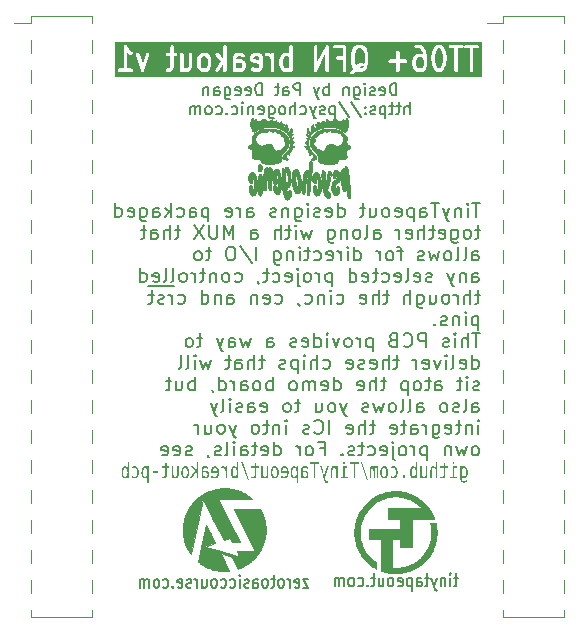
<source format=gbr>
%TF.GenerationSoftware,KiCad,Pcbnew,8.0.7-8.0.7-0~ubuntu22.04.1*%
%TF.CreationDate,2024-12-10T17:00:38-05:00*%
%TF.ProjectId,breakout-tt07-qfn,62726561-6b6f-4757-942d-747430372d71,1.1*%
%TF.SameCoordinates,PX2b64660PY42c1d80*%
%TF.FileFunction,Legend,Bot*%
%TF.FilePolarity,Positive*%
%FSLAX46Y46*%
G04 Gerber Fmt 4.6, Leading zero omitted, Abs format (unit mm)*
G04 Created by KiCad (PCBNEW 8.0.7-8.0.7-0~ubuntu22.04.1) date 2024-12-10 17:00:38*
%MOMM*%
%LPD*%
G01*
G04 APERTURE LIST*
%ADD10C,0.140000*%
%ADD11C,0.180000*%
%ADD12C,0.091250*%
%ADD13C,0.300000*%
%ADD14C,0.120000*%
%ADD15C,0.007028*%
%ADD16C,0.000000*%
%ADD17C,0.010000*%
G04 APERTURE END LIST*
D10*
X85993609Y-34424509D02*
X85307895Y-34424509D01*
X85650752Y-35564509D02*
X85650752Y-34424509D01*
X84907894Y-35564509D02*
X84907894Y-34804509D01*
X84907894Y-34424509D02*
X84965037Y-34478795D01*
X84965037Y-34478795D02*
X84907894Y-34533081D01*
X84907894Y-34533081D02*
X84850751Y-34478795D01*
X84850751Y-34478795D02*
X84907894Y-34424509D01*
X84907894Y-34424509D02*
X84907894Y-34533081D01*
X84336465Y-34804509D02*
X84336465Y-35564509D01*
X84336465Y-34913081D02*
X84279322Y-34858795D01*
X84279322Y-34858795D02*
X84165037Y-34804509D01*
X84165037Y-34804509D02*
X83993608Y-34804509D01*
X83993608Y-34804509D02*
X83879322Y-34858795D01*
X83879322Y-34858795D02*
X83822180Y-34967366D01*
X83822180Y-34967366D02*
X83822180Y-35564509D01*
X83365037Y-34804509D02*
X83079323Y-35564509D01*
X82793608Y-34804509D02*
X83079323Y-35564509D01*
X83079323Y-35564509D02*
X83193608Y-35835938D01*
X83193608Y-35835938D02*
X83250751Y-35890224D01*
X83250751Y-35890224D02*
X83365037Y-35944509D01*
X82507894Y-34424509D02*
X81822180Y-34424509D01*
X82165037Y-35564509D02*
X82165037Y-34424509D01*
X80907894Y-35564509D02*
X80907894Y-34967366D01*
X80907894Y-34967366D02*
X80965036Y-34858795D01*
X80965036Y-34858795D02*
X81079322Y-34804509D01*
X81079322Y-34804509D02*
X81307894Y-34804509D01*
X81307894Y-34804509D02*
X81422179Y-34858795D01*
X80907894Y-35510224D02*
X81022179Y-35564509D01*
X81022179Y-35564509D02*
X81307894Y-35564509D01*
X81307894Y-35564509D02*
X81422179Y-35510224D01*
X81422179Y-35510224D02*
X81479322Y-35401652D01*
X81479322Y-35401652D02*
X81479322Y-35293081D01*
X81479322Y-35293081D02*
X81422179Y-35184509D01*
X81422179Y-35184509D02*
X81307894Y-35130224D01*
X81307894Y-35130224D02*
X81022179Y-35130224D01*
X81022179Y-35130224D02*
X80907894Y-35075938D01*
X80336465Y-34804509D02*
X80336465Y-35944509D01*
X80336465Y-34858795D02*
X80222180Y-34804509D01*
X80222180Y-34804509D02*
X79993608Y-34804509D01*
X79993608Y-34804509D02*
X79879322Y-34858795D01*
X79879322Y-34858795D02*
X79822180Y-34913081D01*
X79822180Y-34913081D02*
X79765037Y-35021652D01*
X79765037Y-35021652D02*
X79765037Y-35347366D01*
X79765037Y-35347366D02*
X79822180Y-35455938D01*
X79822180Y-35455938D02*
X79879322Y-35510224D01*
X79879322Y-35510224D02*
X79993608Y-35564509D01*
X79993608Y-35564509D02*
X80222180Y-35564509D01*
X80222180Y-35564509D02*
X80336465Y-35510224D01*
X78793608Y-35510224D02*
X78907894Y-35564509D01*
X78907894Y-35564509D02*
X79136466Y-35564509D01*
X79136466Y-35564509D02*
X79250751Y-35510224D01*
X79250751Y-35510224D02*
X79307894Y-35401652D01*
X79307894Y-35401652D02*
X79307894Y-34967366D01*
X79307894Y-34967366D02*
X79250751Y-34858795D01*
X79250751Y-34858795D02*
X79136466Y-34804509D01*
X79136466Y-34804509D02*
X78907894Y-34804509D01*
X78907894Y-34804509D02*
X78793608Y-34858795D01*
X78793608Y-34858795D02*
X78736466Y-34967366D01*
X78736466Y-34967366D02*
X78736466Y-35075938D01*
X78736466Y-35075938D02*
X79307894Y-35184509D01*
X78050752Y-35564509D02*
X78165037Y-35510224D01*
X78165037Y-35510224D02*
X78222180Y-35455938D01*
X78222180Y-35455938D02*
X78279323Y-35347366D01*
X78279323Y-35347366D02*
X78279323Y-35021652D01*
X78279323Y-35021652D02*
X78222180Y-34913081D01*
X78222180Y-34913081D02*
X78165037Y-34858795D01*
X78165037Y-34858795D02*
X78050752Y-34804509D01*
X78050752Y-34804509D02*
X77879323Y-34804509D01*
X77879323Y-34804509D02*
X77765037Y-34858795D01*
X77765037Y-34858795D02*
X77707895Y-34913081D01*
X77707895Y-34913081D02*
X77650752Y-35021652D01*
X77650752Y-35021652D02*
X77650752Y-35347366D01*
X77650752Y-35347366D02*
X77707895Y-35455938D01*
X77707895Y-35455938D02*
X77765037Y-35510224D01*
X77765037Y-35510224D02*
X77879323Y-35564509D01*
X77879323Y-35564509D02*
X78050752Y-35564509D01*
X76622181Y-34804509D02*
X76622181Y-35564509D01*
X77136466Y-34804509D02*
X77136466Y-35401652D01*
X77136466Y-35401652D02*
X77079323Y-35510224D01*
X77079323Y-35510224D02*
X76965038Y-35564509D01*
X76965038Y-35564509D02*
X76793609Y-35564509D01*
X76793609Y-35564509D02*
X76679323Y-35510224D01*
X76679323Y-35510224D02*
X76622181Y-35455938D01*
X76222181Y-34804509D02*
X75765038Y-34804509D01*
X76050752Y-34424509D02*
X76050752Y-35401652D01*
X76050752Y-35401652D02*
X75993609Y-35510224D01*
X75993609Y-35510224D02*
X75879324Y-35564509D01*
X75879324Y-35564509D02*
X75765038Y-35564509D01*
X73936467Y-35564509D02*
X73936467Y-34424509D01*
X73936467Y-35510224D02*
X74050752Y-35564509D01*
X74050752Y-35564509D02*
X74279324Y-35564509D01*
X74279324Y-35564509D02*
X74393609Y-35510224D01*
X74393609Y-35510224D02*
X74450752Y-35455938D01*
X74450752Y-35455938D02*
X74507895Y-35347366D01*
X74507895Y-35347366D02*
X74507895Y-35021652D01*
X74507895Y-35021652D02*
X74450752Y-34913081D01*
X74450752Y-34913081D02*
X74393609Y-34858795D01*
X74393609Y-34858795D02*
X74279324Y-34804509D01*
X74279324Y-34804509D02*
X74050752Y-34804509D01*
X74050752Y-34804509D02*
X73936467Y-34858795D01*
X72907895Y-35510224D02*
X73022181Y-35564509D01*
X73022181Y-35564509D02*
X73250753Y-35564509D01*
X73250753Y-35564509D02*
X73365038Y-35510224D01*
X73365038Y-35510224D02*
X73422181Y-35401652D01*
X73422181Y-35401652D02*
X73422181Y-34967366D01*
X73422181Y-34967366D02*
X73365038Y-34858795D01*
X73365038Y-34858795D02*
X73250753Y-34804509D01*
X73250753Y-34804509D02*
X73022181Y-34804509D01*
X73022181Y-34804509D02*
X72907895Y-34858795D01*
X72907895Y-34858795D02*
X72850753Y-34967366D01*
X72850753Y-34967366D02*
X72850753Y-35075938D01*
X72850753Y-35075938D02*
X73422181Y-35184509D01*
X72393610Y-35510224D02*
X72279324Y-35564509D01*
X72279324Y-35564509D02*
X72050753Y-35564509D01*
X72050753Y-35564509D02*
X71936467Y-35510224D01*
X71936467Y-35510224D02*
X71879324Y-35401652D01*
X71879324Y-35401652D02*
X71879324Y-35347366D01*
X71879324Y-35347366D02*
X71936467Y-35238795D01*
X71936467Y-35238795D02*
X72050753Y-35184509D01*
X72050753Y-35184509D02*
X72222182Y-35184509D01*
X72222182Y-35184509D02*
X72336467Y-35130224D01*
X72336467Y-35130224D02*
X72393610Y-35021652D01*
X72393610Y-35021652D02*
X72393610Y-34967366D01*
X72393610Y-34967366D02*
X72336467Y-34858795D01*
X72336467Y-34858795D02*
X72222182Y-34804509D01*
X72222182Y-34804509D02*
X72050753Y-34804509D01*
X72050753Y-34804509D02*
X71936467Y-34858795D01*
X71365038Y-35564509D02*
X71365038Y-34804509D01*
X71365038Y-34424509D02*
X71422181Y-34478795D01*
X71422181Y-34478795D02*
X71365038Y-34533081D01*
X71365038Y-34533081D02*
X71307895Y-34478795D01*
X71307895Y-34478795D02*
X71365038Y-34424509D01*
X71365038Y-34424509D02*
X71365038Y-34533081D01*
X70279324Y-34804509D02*
X70279324Y-35727366D01*
X70279324Y-35727366D02*
X70336466Y-35835938D01*
X70336466Y-35835938D02*
X70393609Y-35890224D01*
X70393609Y-35890224D02*
X70507895Y-35944509D01*
X70507895Y-35944509D02*
X70679324Y-35944509D01*
X70679324Y-35944509D02*
X70793609Y-35890224D01*
X70279324Y-35510224D02*
X70393609Y-35564509D01*
X70393609Y-35564509D02*
X70622181Y-35564509D01*
X70622181Y-35564509D02*
X70736466Y-35510224D01*
X70736466Y-35510224D02*
X70793609Y-35455938D01*
X70793609Y-35455938D02*
X70850752Y-35347366D01*
X70850752Y-35347366D02*
X70850752Y-35021652D01*
X70850752Y-35021652D02*
X70793609Y-34913081D01*
X70793609Y-34913081D02*
X70736466Y-34858795D01*
X70736466Y-34858795D02*
X70622181Y-34804509D01*
X70622181Y-34804509D02*
X70393609Y-34804509D01*
X70393609Y-34804509D02*
X70279324Y-34858795D01*
X69707895Y-34804509D02*
X69707895Y-35564509D01*
X69707895Y-34913081D02*
X69650752Y-34858795D01*
X69650752Y-34858795D02*
X69536467Y-34804509D01*
X69536467Y-34804509D02*
X69365038Y-34804509D01*
X69365038Y-34804509D02*
X69250752Y-34858795D01*
X69250752Y-34858795D02*
X69193610Y-34967366D01*
X69193610Y-34967366D02*
X69193610Y-35564509D01*
X68679324Y-35510224D02*
X68565038Y-35564509D01*
X68565038Y-35564509D02*
X68336467Y-35564509D01*
X68336467Y-35564509D02*
X68222181Y-35510224D01*
X68222181Y-35510224D02*
X68165038Y-35401652D01*
X68165038Y-35401652D02*
X68165038Y-35347366D01*
X68165038Y-35347366D02*
X68222181Y-35238795D01*
X68222181Y-35238795D02*
X68336467Y-35184509D01*
X68336467Y-35184509D02*
X68507896Y-35184509D01*
X68507896Y-35184509D02*
X68622181Y-35130224D01*
X68622181Y-35130224D02*
X68679324Y-35021652D01*
X68679324Y-35021652D02*
X68679324Y-34967366D01*
X68679324Y-34967366D02*
X68622181Y-34858795D01*
X68622181Y-34858795D02*
X68507896Y-34804509D01*
X68507896Y-34804509D02*
X68336467Y-34804509D01*
X68336467Y-34804509D02*
X68222181Y-34858795D01*
X66222181Y-35564509D02*
X66222181Y-34967366D01*
X66222181Y-34967366D02*
X66279323Y-34858795D01*
X66279323Y-34858795D02*
X66393609Y-34804509D01*
X66393609Y-34804509D02*
X66622181Y-34804509D01*
X66622181Y-34804509D02*
X66736466Y-34858795D01*
X66222181Y-35510224D02*
X66336466Y-35564509D01*
X66336466Y-35564509D02*
X66622181Y-35564509D01*
X66622181Y-35564509D02*
X66736466Y-35510224D01*
X66736466Y-35510224D02*
X66793609Y-35401652D01*
X66793609Y-35401652D02*
X66793609Y-35293081D01*
X66793609Y-35293081D02*
X66736466Y-35184509D01*
X66736466Y-35184509D02*
X66622181Y-35130224D01*
X66622181Y-35130224D02*
X66336466Y-35130224D01*
X66336466Y-35130224D02*
X66222181Y-35075938D01*
X65650752Y-35564509D02*
X65650752Y-34804509D01*
X65650752Y-35021652D02*
X65593609Y-34913081D01*
X65593609Y-34913081D02*
X65536467Y-34858795D01*
X65536467Y-34858795D02*
X65422181Y-34804509D01*
X65422181Y-34804509D02*
X65307895Y-34804509D01*
X64450752Y-35510224D02*
X64565038Y-35564509D01*
X64565038Y-35564509D02*
X64793610Y-35564509D01*
X64793610Y-35564509D02*
X64907895Y-35510224D01*
X64907895Y-35510224D02*
X64965038Y-35401652D01*
X64965038Y-35401652D02*
X64965038Y-34967366D01*
X64965038Y-34967366D02*
X64907895Y-34858795D01*
X64907895Y-34858795D02*
X64793610Y-34804509D01*
X64793610Y-34804509D02*
X64565038Y-34804509D01*
X64565038Y-34804509D02*
X64450752Y-34858795D01*
X64450752Y-34858795D02*
X64393610Y-34967366D01*
X64393610Y-34967366D02*
X64393610Y-35075938D01*
X64393610Y-35075938D02*
X64965038Y-35184509D01*
X62965038Y-34804509D02*
X62965038Y-35944509D01*
X62965038Y-34858795D02*
X62850753Y-34804509D01*
X62850753Y-34804509D02*
X62622181Y-34804509D01*
X62622181Y-34804509D02*
X62507895Y-34858795D01*
X62507895Y-34858795D02*
X62450753Y-34913081D01*
X62450753Y-34913081D02*
X62393610Y-35021652D01*
X62393610Y-35021652D02*
X62393610Y-35347366D01*
X62393610Y-35347366D02*
X62450753Y-35455938D01*
X62450753Y-35455938D02*
X62507895Y-35510224D01*
X62507895Y-35510224D02*
X62622181Y-35564509D01*
X62622181Y-35564509D02*
X62850753Y-35564509D01*
X62850753Y-35564509D02*
X62965038Y-35510224D01*
X61365039Y-35564509D02*
X61365039Y-34967366D01*
X61365039Y-34967366D02*
X61422181Y-34858795D01*
X61422181Y-34858795D02*
X61536467Y-34804509D01*
X61536467Y-34804509D02*
X61765039Y-34804509D01*
X61765039Y-34804509D02*
X61879324Y-34858795D01*
X61365039Y-35510224D02*
X61479324Y-35564509D01*
X61479324Y-35564509D02*
X61765039Y-35564509D01*
X61765039Y-35564509D02*
X61879324Y-35510224D01*
X61879324Y-35510224D02*
X61936467Y-35401652D01*
X61936467Y-35401652D02*
X61936467Y-35293081D01*
X61936467Y-35293081D02*
X61879324Y-35184509D01*
X61879324Y-35184509D02*
X61765039Y-35130224D01*
X61765039Y-35130224D02*
X61479324Y-35130224D01*
X61479324Y-35130224D02*
X61365039Y-35075938D01*
X60279325Y-35510224D02*
X60393610Y-35564509D01*
X60393610Y-35564509D02*
X60622182Y-35564509D01*
X60622182Y-35564509D02*
X60736467Y-35510224D01*
X60736467Y-35510224D02*
X60793610Y-35455938D01*
X60793610Y-35455938D02*
X60850753Y-35347366D01*
X60850753Y-35347366D02*
X60850753Y-35021652D01*
X60850753Y-35021652D02*
X60793610Y-34913081D01*
X60793610Y-34913081D02*
X60736467Y-34858795D01*
X60736467Y-34858795D02*
X60622182Y-34804509D01*
X60622182Y-34804509D02*
X60393610Y-34804509D01*
X60393610Y-34804509D02*
X60279325Y-34858795D01*
X59765039Y-35564509D02*
X59765039Y-34424509D01*
X59650754Y-35130224D02*
X59307896Y-35564509D01*
X59307896Y-34804509D02*
X59765039Y-35238795D01*
X58279325Y-35564509D02*
X58279325Y-34967366D01*
X58279325Y-34967366D02*
X58336467Y-34858795D01*
X58336467Y-34858795D02*
X58450753Y-34804509D01*
X58450753Y-34804509D02*
X58679325Y-34804509D01*
X58679325Y-34804509D02*
X58793610Y-34858795D01*
X58279325Y-35510224D02*
X58393610Y-35564509D01*
X58393610Y-35564509D02*
X58679325Y-35564509D01*
X58679325Y-35564509D02*
X58793610Y-35510224D01*
X58793610Y-35510224D02*
X58850753Y-35401652D01*
X58850753Y-35401652D02*
X58850753Y-35293081D01*
X58850753Y-35293081D02*
X58793610Y-35184509D01*
X58793610Y-35184509D02*
X58679325Y-35130224D01*
X58679325Y-35130224D02*
X58393610Y-35130224D01*
X58393610Y-35130224D02*
X58279325Y-35075938D01*
X57193611Y-34804509D02*
X57193611Y-35727366D01*
X57193611Y-35727366D02*
X57250753Y-35835938D01*
X57250753Y-35835938D02*
X57307896Y-35890224D01*
X57307896Y-35890224D02*
X57422182Y-35944509D01*
X57422182Y-35944509D02*
X57593611Y-35944509D01*
X57593611Y-35944509D02*
X57707896Y-35890224D01*
X57193611Y-35510224D02*
X57307896Y-35564509D01*
X57307896Y-35564509D02*
X57536468Y-35564509D01*
X57536468Y-35564509D02*
X57650753Y-35510224D01*
X57650753Y-35510224D02*
X57707896Y-35455938D01*
X57707896Y-35455938D02*
X57765039Y-35347366D01*
X57765039Y-35347366D02*
X57765039Y-35021652D01*
X57765039Y-35021652D02*
X57707896Y-34913081D01*
X57707896Y-34913081D02*
X57650753Y-34858795D01*
X57650753Y-34858795D02*
X57536468Y-34804509D01*
X57536468Y-34804509D02*
X57307896Y-34804509D01*
X57307896Y-34804509D02*
X57193611Y-34858795D01*
X56165039Y-35510224D02*
X56279325Y-35564509D01*
X56279325Y-35564509D02*
X56507897Y-35564509D01*
X56507897Y-35564509D02*
X56622182Y-35510224D01*
X56622182Y-35510224D02*
X56679325Y-35401652D01*
X56679325Y-35401652D02*
X56679325Y-34967366D01*
X56679325Y-34967366D02*
X56622182Y-34858795D01*
X56622182Y-34858795D02*
X56507897Y-34804509D01*
X56507897Y-34804509D02*
X56279325Y-34804509D01*
X56279325Y-34804509D02*
X56165039Y-34858795D01*
X56165039Y-34858795D02*
X56107897Y-34967366D01*
X56107897Y-34967366D02*
X56107897Y-35075938D01*
X56107897Y-35075938D02*
X56679325Y-35184509D01*
X55079326Y-35564509D02*
X55079326Y-34424509D01*
X55079326Y-35510224D02*
X55193611Y-35564509D01*
X55193611Y-35564509D02*
X55422183Y-35564509D01*
X55422183Y-35564509D02*
X55536468Y-35510224D01*
X55536468Y-35510224D02*
X55593611Y-35455938D01*
X55593611Y-35455938D02*
X55650754Y-35347366D01*
X55650754Y-35347366D02*
X55650754Y-35021652D01*
X55650754Y-35021652D02*
X55593611Y-34913081D01*
X55593611Y-34913081D02*
X55536468Y-34858795D01*
X55536468Y-34858795D02*
X55422183Y-34804509D01*
X55422183Y-34804509D02*
X55193611Y-34804509D01*
X55193611Y-34804509D02*
X55079326Y-34858795D01*
X85993609Y-36639845D02*
X85536466Y-36639845D01*
X85822180Y-36259845D02*
X85822180Y-37236988D01*
X85822180Y-37236988D02*
X85765037Y-37345560D01*
X85765037Y-37345560D02*
X85650752Y-37399845D01*
X85650752Y-37399845D02*
X85536466Y-37399845D01*
X84965038Y-37399845D02*
X85079323Y-37345560D01*
X85079323Y-37345560D02*
X85136466Y-37291274D01*
X85136466Y-37291274D02*
X85193609Y-37182702D01*
X85193609Y-37182702D02*
X85193609Y-36856988D01*
X85193609Y-36856988D02*
X85136466Y-36748417D01*
X85136466Y-36748417D02*
X85079323Y-36694131D01*
X85079323Y-36694131D02*
X84965038Y-36639845D01*
X84965038Y-36639845D02*
X84793609Y-36639845D01*
X84793609Y-36639845D02*
X84679323Y-36694131D01*
X84679323Y-36694131D02*
X84622181Y-36748417D01*
X84622181Y-36748417D02*
X84565038Y-36856988D01*
X84565038Y-36856988D02*
X84565038Y-37182702D01*
X84565038Y-37182702D02*
X84622181Y-37291274D01*
X84622181Y-37291274D02*
X84679323Y-37345560D01*
X84679323Y-37345560D02*
X84793609Y-37399845D01*
X84793609Y-37399845D02*
X84965038Y-37399845D01*
X83536467Y-36639845D02*
X83536467Y-37562702D01*
X83536467Y-37562702D02*
X83593609Y-37671274D01*
X83593609Y-37671274D02*
X83650752Y-37725560D01*
X83650752Y-37725560D02*
X83765038Y-37779845D01*
X83765038Y-37779845D02*
X83936467Y-37779845D01*
X83936467Y-37779845D02*
X84050752Y-37725560D01*
X83536467Y-37345560D02*
X83650752Y-37399845D01*
X83650752Y-37399845D02*
X83879324Y-37399845D01*
X83879324Y-37399845D02*
X83993609Y-37345560D01*
X83993609Y-37345560D02*
X84050752Y-37291274D01*
X84050752Y-37291274D02*
X84107895Y-37182702D01*
X84107895Y-37182702D02*
X84107895Y-36856988D01*
X84107895Y-36856988D02*
X84050752Y-36748417D01*
X84050752Y-36748417D02*
X83993609Y-36694131D01*
X83993609Y-36694131D02*
X83879324Y-36639845D01*
X83879324Y-36639845D02*
X83650752Y-36639845D01*
X83650752Y-36639845D02*
X83536467Y-36694131D01*
X82507895Y-37345560D02*
X82622181Y-37399845D01*
X82622181Y-37399845D02*
X82850753Y-37399845D01*
X82850753Y-37399845D02*
X82965038Y-37345560D01*
X82965038Y-37345560D02*
X83022181Y-37236988D01*
X83022181Y-37236988D02*
X83022181Y-36802702D01*
X83022181Y-36802702D02*
X82965038Y-36694131D01*
X82965038Y-36694131D02*
X82850753Y-36639845D01*
X82850753Y-36639845D02*
X82622181Y-36639845D01*
X82622181Y-36639845D02*
X82507895Y-36694131D01*
X82507895Y-36694131D02*
X82450753Y-36802702D01*
X82450753Y-36802702D02*
X82450753Y-36911274D01*
X82450753Y-36911274D02*
X83022181Y-37019845D01*
X82107896Y-36639845D02*
X81650753Y-36639845D01*
X81936467Y-36259845D02*
X81936467Y-37236988D01*
X81936467Y-37236988D02*
X81879324Y-37345560D01*
X81879324Y-37345560D02*
X81765039Y-37399845D01*
X81765039Y-37399845D02*
X81650753Y-37399845D01*
X81250753Y-37399845D02*
X81250753Y-36259845D01*
X80736468Y-37399845D02*
X80736468Y-36802702D01*
X80736468Y-36802702D02*
X80793610Y-36694131D01*
X80793610Y-36694131D02*
X80907896Y-36639845D01*
X80907896Y-36639845D02*
X81079325Y-36639845D01*
X81079325Y-36639845D02*
X81193610Y-36694131D01*
X81193610Y-36694131D02*
X81250753Y-36748417D01*
X79707896Y-37345560D02*
X79822182Y-37399845D01*
X79822182Y-37399845D02*
X80050754Y-37399845D01*
X80050754Y-37399845D02*
X80165039Y-37345560D01*
X80165039Y-37345560D02*
X80222182Y-37236988D01*
X80222182Y-37236988D02*
X80222182Y-36802702D01*
X80222182Y-36802702D02*
X80165039Y-36694131D01*
X80165039Y-36694131D02*
X80050754Y-36639845D01*
X80050754Y-36639845D02*
X79822182Y-36639845D01*
X79822182Y-36639845D02*
X79707896Y-36694131D01*
X79707896Y-36694131D02*
X79650754Y-36802702D01*
X79650754Y-36802702D02*
X79650754Y-36911274D01*
X79650754Y-36911274D02*
X80222182Y-37019845D01*
X79136468Y-37399845D02*
X79136468Y-36639845D01*
X79136468Y-36856988D02*
X79079325Y-36748417D01*
X79079325Y-36748417D02*
X79022183Y-36694131D01*
X79022183Y-36694131D02*
X78907897Y-36639845D01*
X78907897Y-36639845D02*
X78793611Y-36639845D01*
X76965040Y-37399845D02*
X76965040Y-36802702D01*
X76965040Y-36802702D02*
X77022182Y-36694131D01*
X77022182Y-36694131D02*
X77136468Y-36639845D01*
X77136468Y-36639845D02*
X77365040Y-36639845D01*
X77365040Y-36639845D02*
X77479325Y-36694131D01*
X76965040Y-37345560D02*
X77079325Y-37399845D01*
X77079325Y-37399845D02*
X77365040Y-37399845D01*
X77365040Y-37399845D02*
X77479325Y-37345560D01*
X77479325Y-37345560D02*
X77536468Y-37236988D01*
X77536468Y-37236988D02*
X77536468Y-37128417D01*
X77536468Y-37128417D02*
X77479325Y-37019845D01*
X77479325Y-37019845D02*
X77365040Y-36965560D01*
X77365040Y-36965560D02*
X77079325Y-36965560D01*
X77079325Y-36965560D02*
X76965040Y-36911274D01*
X76222183Y-37399845D02*
X76336468Y-37345560D01*
X76336468Y-37345560D02*
X76393611Y-37236988D01*
X76393611Y-37236988D02*
X76393611Y-36259845D01*
X75593612Y-37399845D02*
X75707897Y-37345560D01*
X75707897Y-37345560D02*
X75765040Y-37291274D01*
X75765040Y-37291274D02*
X75822183Y-37182702D01*
X75822183Y-37182702D02*
X75822183Y-36856988D01*
X75822183Y-36856988D02*
X75765040Y-36748417D01*
X75765040Y-36748417D02*
X75707897Y-36694131D01*
X75707897Y-36694131D02*
X75593612Y-36639845D01*
X75593612Y-36639845D02*
X75422183Y-36639845D01*
X75422183Y-36639845D02*
X75307897Y-36694131D01*
X75307897Y-36694131D02*
X75250755Y-36748417D01*
X75250755Y-36748417D02*
X75193612Y-36856988D01*
X75193612Y-36856988D02*
X75193612Y-37182702D01*
X75193612Y-37182702D02*
X75250755Y-37291274D01*
X75250755Y-37291274D02*
X75307897Y-37345560D01*
X75307897Y-37345560D02*
X75422183Y-37399845D01*
X75422183Y-37399845D02*
X75593612Y-37399845D01*
X74679326Y-36639845D02*
X74679326Y-37399845D01*
X74679326Y-36748417D02*
X74622183Y-36694131D01*
X74622183Y-36694131D02*
X74507898Y-36639845D01*
X74507898Y-36639845D02*
X74336469Y-36639845D01*
X74336469Y-36639845D02*
X74222183Y-36694131D01*
X74222183Y-36694131D02*
X74165041Y-36802702D01*
X74165041Y-36802702D02*
X74165041Y-37399845D01*
X73079327Y-36639845D02*
X73079327Y-37562702D01*
X73079327Y-37562702D02*
X73136469Y-37671274D01*
X73136469Y-37671274D02*
X73193612Y-37725560D01*
X73193612Y-37725560D02*
X73307898Y-37779845D01*
X73307898Y-37779845D02*
X73479327Y-37779845D01*
X73479327Y-37779845D02*
X73593612Y-37725560D01*
X73079327Y-37345560D02*
X73193612Y-37399845D01*
X73193612Y-37399845D02*
X73422184Y-37399845D01*
X73422184Y-37399845D02*
X73536469Y-37345560D01*
X73536469Y-37345560D02*
X73593612Y-37291274D01*
X73593612Y-37291274D02*
X73650755Y-37182702D01*
X73650755Y-37182702D02*
X73650755Y-36856988D01*
X73650755Y-36856988D02*
X73593612Y-36748417D01*
X73593612Y-36748417D02*
X73536469Y-36694131D01*
X73536469Y-36694131D02*
X73422184Y-36639845D01*
X73422184Y-36639845D02*
X73193612Y-36639845D01*
X73193612Y-36639845D02*
X73079327Y-36694131D01*
X71707898Y-36639845D02*
X71479327Y-37399845D01*
X71479327Y-37399845D02*
X71250755Y-36856988D01*
X71250755Y-36856988D02*
X71022184Y-37399845D01*
X71022184Y-37399845D02*
X70793612Y-36639845D01*
X70336469Y-37399845D02*
X70336469Y-36639845D01*
X70336469Y-36259845D02*
X70393612Y-36314131D01*
X70393612Y-36314131D02*
X70336469Y-36368417D01*
X70336469Y-36368417D02*
X70279326Y-36314131D01*
X70279326Y-36314131D02*
X70336469Y-36259845D01*
X70336469Y-36259845D02*
X70336469Y-36368417D01*
X69936469Y-36639845D02*
X69479326Y-36639845D01*
X69765040Y-36259845D02*
X69765040Y-37236988D01*
X69765040Y-37236988D02*
X69707897Y-37345560D01*
X69707897Y-37345560D02*
X69593612Y-37399845D01*
X69593612Y-37399845D02*
X69479326Y-37399845D01*
X69079326Y-37399845D02*
X69079326Y-36259845D01*
X68565041Y-37399845D02*
X68565041Y-36802702D01*
X68565041Y-36802702D02*
X68622183Y-36694131D01*
X68622183Y-36694131D02*
X68736469Y-36639845D01*
X68736469Y-36639845D02*
X68907898Y-36639845D01*
X68907898Y-36639845D02*
X69022183Y-36694131D01*
X69022183Y-36694131D02*
X69079326Y-36748417D01*
X66565041Y-37399845D02*
X66565041Y-36802702D01*
X66565041Y-36802702D02*
X66622183Y-36694131D01*
X66622183Y-36694131D02*
X66736469Y-36639845D01*
X66736469Y-36639845D02*
X66965041Y-36639845D01*
X66965041Y-36639845D02*
X67079326Y-36694131D01*
X66565041Y-37345560D02*
X66679326Y-37399845D01*
X66679326Y-37399845D02*
X66965041Y-37399845D01*
X66965041Y-37399845D02*
X67079326Y-37345560D01*
X67079326Y-37345560D02*
X67136469Y-37236988D01*
X67136469Y-37236988D02*
X67136469Y-37128417D01*
X67136469Y-37128417D02*
X67079326Y-37019845D01*
X67079326Y-37019845D02*
X66965041Y-36965560D01*
X66965041Y-36965560D02*
X66679326Y-36965560D01*
X66679326Y-36965560D02*
X66565041Y-36911274D01*
X65079326Y-37399845D02*
X65079326Y-36259845D01*
X65079326Y-36259845D02*
X64679326Y-37074131D01*
X64679326Y-37074131D02*
X64279326Y-36259845D01*
X64279326Y-36259845D02*
X64279326Y-37399845D01*
X63707897Y-36259845D02*
X63707897Y-37182702D01*
X63707897Y-37182702D02*
X63650754Y-37291274D01*
X63650754Y-37291274D02*
X63593612Y-37345560D01*
X63593612Y-37345560D02*
X63479326Y-37399845D01*
X63479326Y-37399845D02*
X63250754Y-37399845D01*
X63250754Y-37399845D02*
X63136469Y-37345560D01*
X63136469Y-37345560D02*
X63079326Y-37291274D01*
X63079326Y-37291274D02*
X63022183Y-37182702D01*
X63022183Y-37182702D02*
X63022183Y-36259845D01*
X62565040Y-36259845D02*
X61765040Y-37399845D01*
X61765040Y-36259845D02*
X62565040Y-37399845D01*
X60565040Y-36639845D02*
X60107897Y-36639845D01*
X60393611Y-36259845D02*
X60393611Y-37236988D01*
X60393611Y-37236988D02*
X60336468Y-37345560D01*
X60336468Y-37345560D02*
X60222183Y-37399845D01*
X60222183Y-37399845D02*
X60107897Y-37399845D01*
X59707897Y-37399845D02*
X59707897Y-36259845D01*
X59193612Y-37399845D02*
X59193612Y-36802702D01*
X59193612Y-36802702D02*
X59250754Y-36694131D01*
X59250754Y-36694131D02*
X59365040Y-36639845D01*
X59365040Y-36639845D02*
X59536469Y-36639845D01*
X59536469Y-36639845D02*
X59650754Y-36694131D01*
X59650754Y-36694131D02*
X59707897Y-36748417D01*
X58107898Y-37399845D02*
X58107898Y-36802702D01*
X58107898Y-36802702D02*
X58165040Y-36694131D01*
X58165040Y-36694131D02*
X58279326Y-36639845D01*
X58279326Y-36639845D02*
X58507898Y-36639845D01*
X58507898Y-36639845D02*
X58622183Y-36694131D01*
X58107898Y-37345560D02*
X58222183Y-37399845D01*
X58222183Y-37399845D02*
X58507898Y-37399845D01*
X58507898Y-37399845D02*
X58622183Y-37345560D01*
X58622183Y-37345560D02*
X58679326Y-37236988D01*
X58679326Y-37236988D02*
X58679326Y-37128417D01*
X58679326Y-37128417D02*
X58622183Y-37019845D01*
X58622183Y-37019845D02*
X58507898Y-36965560D01*
X58507898Y-36965560D02*
X58222183Y-36965560D01*
X58222183Y-36965560D02*
X58107898Y-36911274D01*
X57707898Y-36639845D02*
X57250755Y-36639845D01*
X57536469Y-36259845D02*
X57536469Y-37236988D01*
X57536469Y-37236988D02*
X57479326Y-37345560D01*
X57479326Y-37345560D02*
X57365041Y-37399845D01*
X57365041Y-37399845D02*
X57250755Y-37399845D01*
X85307895Y-39235181D02*
X85307895Y-38638038D01*
X85307895Y-38638038D02*
X85365037Y-38529467D01*
X85365037Y-38529467D02*
X85479323Y-38475181D01*
X85479323Y-38475181D02*
X85707895Y-38475181D01*
X85707895Y-38475181D02*
X85822180Y-38529467D01*
X85307895Y-39180896D02*
X85422180Y-39235181D01*
X85422180Y-39235181D02*
X85707895Y-39235181D01*
X85707895Y-39235181D02*
X85822180Y-39180896D01*
X85822180Y-39180896D02*
X85879323Y-39072324D01*
X85879323Y-39072324D02*
X85879323Y-38963753D01*
X85879323Y-38963753D02*
X85822180Y-38855181D01*
X85822180Y-38855181D02*
X85707895Y-38800896D01*
X85707895Y-38800896D02*
X85422180Y-38800896D01*
X85422180Y-38800896D02*
X85307895Y-38746610D01*
X84565038Y-39235181D02*
X84679323Y-39180896D01*
X84679323Y-39180896D02*
X84736466Y-39072324D01*
X84736466Y-39072324D02*
X84736466Y-38095181D01*
X83936467Y-39235181D02*
X84050752Y-39180896D01*
X84050752Y-39180896D02*
X84107895Y-39072324D01*
X84107895Y-39072324D02*
X84107895Y-38095181D01*
X83307896Y-39235181D02*
X83422181Y-39180896D01*
X83422181Y-39180896D02*
X83479324Y-39126610D01*
X83479324Y-39126610D02*
X83536467Y-39018038D01*
X83536467Y-39018038D02*
X83536467Y-38692324D01*
X83536467Y-38692324D02*
X83479324Y-38583753D01*
X83479324Y-38583753D02*
X83422181Y-38529467D01*
X83422181Y-38529467D02*
X83307896Y-38475181D01*
X83307896Y-38475181D02*
X83136467Y-38475181D01*
X83136467Y-38475181D02*
X83022181Y-38529467D01*
X83022181Y-38529467D02*
X82965039Y-38583753D01*
X82965039Y-38583753D02*
X82907896Y-38692324D01*
X82907896Y-38692324D02*
X82907896Y-39018038D01*
X82907896Y-39018038D02*
X82965039Y-39126610D01*
X82965039Y-39126610D02*
X83022181Y-39180896D01*
X83022181Y-39180896D02*
X83136467Y-39235181D01*
X83136467Y-39235181D02*
X83307896Y-39235181D01*
X82507896Y-38475181D02*
X82279325Y-39235181D01*
X82279325Y-39235181D02*
X82050753Y-38692324D01*
X82050753Y-38692324D02*
X81822182Y-39235181D01*
X81822182Y-39235181D02*
X81593610Y-38475181D01*
X81193610Y-39180896D02*
X81079324Y-39235181D01*
X81079324Y-39235181D02*
X80850753Y-39235181D01*
X80850753Y-39235181D02*
X80736467Y-39180896D01*
X80736467Y-39180896D02*
X80679324Y-39072324D01*
X80679324Y-39072324D02*
X80679324Y-39018038D01*
X80679324Y-39018038D02*
X80736467Y-38909467D01*
X80736467Y-38909467D02*
X80850753Y-38855181D01*
X80850753Y-38855181D02*
X81022182Y-38855181D01*
X81022182Y-38855181D02*
X81136467Y-38800896D01*
X81136467Y-38800896D02*
X81193610Y-38692324D01*
X81193610Y-38692324D02*
X81193610Y-38638038D01*
X81193610Y-38638038D02*
X81136467Y-38529467D01*
X81136467Y-38529467D02*
X81022182Y-38475181D01*
X81022182Y-38475181D02*
X80850753Y-38475181D01*
X80850753Y-38475181D02*
X80736467Y-38529467D01*
X79422181Y-38475181D02*
X78965038Y-38475181D01*
X79250752Y-39235181D02*
X79250752Y-38258038D01*
X79250752Y-38258038D02*
X79193609Y-38149467D01*
X79193609Y-38149467D02*
X79079324Y-38095181D01*
X79079324Y-38095181D02*
X78965038Y-38095181D01*
X78393610Y-39235181D02*
X78507895Y-39180896D01*
X78507895Y-39180896D02*
X78565038Y-39126610D01*
X78565038Y-39126610D02*
X78622181Y-39018038D01*
X78622181Y-39018038D02*
X78622181Y-38692324D01*
X78622181Y-38692324D02*
X78565038Y-38583753D01*
X78565038Y-38583753D02*
X78507895Y-38529467D01*
X78507895Y-38529467D02*
X78393610Y-38475181D01*
X78393610Y-38475181D02*
X78222181Y-38475181D01*
X78222181Y-38475181D02*
X78107895Y-38529467D01*
X78107895Y-38529467D02*
X78050753Y-38583753D01*
X78050753Y-38583753D02*
X77993610Y-38692324D01*
X77993610Y-38692324D02*
X77993610Y-39018038D01*
X77993610Y-39018038D02*
X78050753Y-39126610D01*
X78050753Y-39126610D02*
X78107895Y-39180896D01*
X78107895Y-39180896D02*
X78222181Y-39235181D01*
X78222181Y-39235181D02*
X78393610Y-39235181D01*
X77479324Y-39235181D02*
X77479324Y-38475181D01*
X77479324Y-38692324D02*
X77422181Y-38583753D01*
X77422181Y-38583753D02*
X77365039Y-38529467D01*
X77365039Y-38529467D02*
X77250753Y-38475181D01*
X77250753Y-38475181D02*
X77136467Y-38475181D01*
X75307896Y-39235181D02*
X75307896Y-38095181D01*
X75307896Y-39180896D02*
X75422181Y-39235181D01*
X75422181Y-39235181D02*
X75650753Y-39235181D01*
X75650753Y-39235181D02*
X75765038Y-39180896D01*
X75765038Y-39180896D02*
X75822181Y-39126610D01*
X75822181Y-39126610D02*
X75879324Y-39018038D01*
X75879324Y-39018038D02*
X75879324Y-38692324D01*
X75879324Y-38692324D02*
X75822181Y-38583753D01*
X75822181Y-38583753D02*
X75765038Y-38529467D01*
X75765038Y-38529467D02*
X75650753Y-38475181D01*
X75650753Y-38475181D02*
X75422181Y-38475181D01*
X75422181Y-38475181D02*
X75307896Y-38529467D01*
X74736467Y-39235181D02*
X74736467Y-38475181D01*
X74736467Y-38095181D02*
X74793610Y-38149467D01*
X74793610Y-38149467D02*
X74736467Y-38203753D01*
X74736467Y-38203753D02*
X74679324Y-38149467D01*
X74679324Y-38149467D02*
X74736467Y-38095181D01*
X74736467Y-38095181D02*
X74736467Y-38203753D01*
X74165038Y-39235181D02*
X74165038Y-38475181D01*
X74165038Y-38692324D02*
X74107895Y-38583753D01*
X74107895Y-38583753D02*
X74050753Y-38529467D01*
X74050753Y-38529467D02*
X73936467Y-38475181D01*
X73936467Y-38475181D02*
X73822181Y-38475181D01*
X72965038Y-39180896D02*
X73079324Y-39235181D01*
X73079324Y-39235181D02*
X73307896Y-39235181D01*
X73307896Y-39235181D02*
X73422181Y-39180896D01*
X73422181Y-39180896D02*
X73479324Y-39072324D01*
X73479324Y-39072324D02*
X73479324Y-38638038D01*
X73479324Y-38638038D02*
X73422181Y-38529467D01*
X73422181Y-38529467D02*
X73307896Y-38475181D01*
X73307896Y-38475181D02*
X73079324Y-38475181D01*
X73079324Y-38475181D02*
X72965038Y-38529467D01*
X72965038Y-38529467D02*
X72907896Y-38638038D01*
X72907896Y-38638038D02*
X72907896Y-38746610D01*
X72907896Y-38746610D02*
X73479324Y-38855181D01*
X71879325Y-39180896D02*
X71993610Y-39235181D01*
X71993610Y-39235181D02*
X72222182Y-39235181D01*
X72222182Y-39235181D02*
X72336467Y-39180896D01*
X72336467Y-39180896D02*
X72393610Y-39126610D01*
X72393610Y-39126610D02*
X72450753Y-39018038D01*
X72450753Y-39018038D02*
X72450753Y-38692324D01*
X72450753Y-38692324D02*
X72393610Y-38583753D01*
X72393610Y-38583753D02*
X72336467Y-38529467D01*
X72336467Y-38529467D02*
X72222182Y-38475181D01*
X72222182Y-38475181D02*
X71993610Y-38475181D01*
X71993610Y-38475181D02*
X71879325Y-38529467D01*
X71536468Y-38475181D02*
X71079325Y-38475181D01*
X71365039Y-38095181D02*
X71365039Y-39072324D01*
X71365039Y-39072324D02*
X71307896Y-39180896D01*
X71307896Y-39180896D02*
X71193611Y-39235181D01*
X71193611Y-39235181D02*
X71079325Y-39235181D01*
X70679325Y-39235181D02*
X70679325Y-38475181D01*
X70679325Y-38095181D02*
X70736468Y-38149467D01*
X70736468Y-38149467D02*
X70679325Y-38203753D01*
X70679325Y-38203753D02*
X70622182Y-38149467D01*
X70622182Y-38149467D02*
X70679325Y-38095181D01*
X70679325Y-38095181D02*
X70679325Y-38203753D01*
X70107896Y-38475181D02*
X70107896Y-39235181D01*
X70107896Y-38583753D02*
X70050753Y-38529467D01*
X70050753Y-38529467D02*
X69936468Y-38475181D01*
X69936468Y-38475181D02*
X69765039Y-38475181D01*
X69765039Y-38475181D02*
X69650753Y-38529467D01*
X69650753Y-38529467D02*
X69593611Y-38638038D01*
X69593611Y-38638038D02*
X69593611Y-39235181D01*
X68507897Y-38475181D02*
X68507897Y-39398038D01*
X68507897Y-39398038D02*
X68565039Y-39506610D01*
X68565039Y-39506610D02*
X68622182Y-39560896D01*
X68622182Y-39560896D02*
X68736468Y-39615181D01*
X68736468Y-39615181D02*
X68907897Y-39615181D01*
X68907897Y-39615181D02*
X69022182Y-39560896D01*
X68507897Y-39180896D02*
X68622182Y-39235181D01*
X68622182Y-39235181D02*
X68850754Y-39235181D01*
X68850754Y-39235181D02*
X68965039Y-39180896D01*
X68965039Y-39180896D02*
X69022182Y-39126610D01*
X69022182Y-39126610D02*
X69079325Y-39018038D01*
X69079325Y-39018038D02*
X69079325Y-38692324D01*
X69079325Y-38692324D02*
X69022182Y-38583753D01*
X69022182Y-38583753D02*
X68965039Y-38529467D01*
X68965039Y-38529467D02*
X68850754Y-38475181D01*
X68850754Y-38475181D02*
X68622182Y-38475181D01*
X68622182Y-38475181D02*
X68507897Y-38529467D01*
X67022182Y-39235181D02*
X67022182Y-38095181D01*
X65593610Y-38040896D02*
X66622182Y-39506610D01*
X64965039Y-38095181D02*
X64736467Y-38095181D01*
X64736467Y-38095181D02*
X64622182Y-38149467D01*
X64622182Y-38149467D02*
X64507896Y-38258038D01*
X64507896Y-38258038D02*
X64450753Y-38475181D01*
X64450753Y-38475181D02*
X64450753Y-38855181D01*
X64450753Y-38855181D02*
X64507896Y-39072324D01*
X64507896Y-39072324D02*
X64622182Y-39180896D01*
X64622182Y-39180896D02*
X64736467Y-39235181D01*
X64736467Y-39235181D02*
X64965039Y-39235181D01*
X64965039Y-39235181D02*
X65079325Y-39180896D01*
X65079325Y-39180896D02*
X65193610Y-39072324D01*
X65193610Y-39072324D02*
X65250753Y-38855181D01*
X65250753Y-38855181D02*
X65250753Y-38475181D01*
X65250753Y-38475181D02*
X65193610Y-38258038D01*
X65193610Y-38258038D02*
X65079325Y-38149467D01*
X65079325Y-38149467D02*
X64965039Y-38095181D01*
X63193610Y-38475181D02*
X62736467Y-38475181D01*
X63022181Y-38095181D02*
X63022181Y-39072324D01*
X63022181Y-39072324D02*
X62965038Y-39180896D01*
X62965038Y-39180896D02*
X62850753Y-39235181D01*
X62850753Y-39235181D02*
X62736467Y-39235181D01*
X62165039Y-39235181D02*
X62279324Y-39180896D01*
X62279324Y-39180896D02*
X62336467Y-39126610D01*
X62336467Y-39126610D02*
X62393610Y-39018038D01*
X62393610Y-39018038D02*
X62393610Y-38692324D01*
X62393610Y-38692324D02*
X62336467Y-38583753D01*
X62336467Y-38583753D02*
X62279324Y-38529467D01*
X62279324Y-38529467D02*
X62165039Y-38475181D01*
X62165039Y-38475181D02*
X61993610Y-38475181D01*
X61993610Y-38475181D02*
X61879324Y-38529467D01*
X61879324Y-38529467D02*
X61822182Y-38583753D01*
X61822182Y-38583753D02*
X61765039Y-38692324D01*
X61765039Y-38692324D02*
X61765039Y-39018038D01*
X61765039Y-39018038D02*
X61822182Y-39126610D01*
X61822182Y-39126610D02*
X61879324Y-39180896D01*
X61879324Y-39180896D02*
X61993610Y-39235181D01*
X61993610Y-39235181D02*
X62165039Y-39235181D01*
X85307895Y-41070517D02*
X85307895Y-40473374D01*
X85307895Y-40473374D02*
X85365037Y-40364803D01*
X85365037Y-40364803D02*
X85479323Y-40310517D01*
X85479323Y-40310517D02*
X85707895Y-40310517D01*
X85707895Y-40310517D02*
X85822180Y-40364803D01*
X85307895Y-41016232D02*
X85422180Y-41070517D01*
X85422180Y-41070517D02*
X85707895Y-41070517D01*
X85707895Y-41070517D02*
X85822180Y-41016232D01*
X85822180Y-41016232D02*
X85879323Y-40907660D01*
X85879323Y-40907660D02*
X85879323Y-40799089D01*
X85879323Y-40799089D02*
X85822180Y-40690517D01*
X85822180Y-40690517D02*
X85707895Y-40636232D01*
X85707895Y-40636232D02*
X85422180Y-40636232D01*
X85422180Y-40636232D02*
X85307895Y-40581946D01*
X84736466Y-40310517D02*
X84736466Y-41070517D01*
X84736466Y-40419089D02*
X84679323Y-40364803D01*
X84679323Y-40364803D02*
X84565038Y-40310517D01*
X84565038Y-40310517D02*
X84393609Y-40310517D01*
X84393609Y-40310517D02*
X84279323Y-40364803D01*
X84279323Y-40364803D02*
X84222181Y-40473374D01*
X84222181Y-40473374D02*
X84222181Y-41070517D01*
X83765038Y-40310517D02*
X83479324Y-41070517D01*
X83193609Y-40310517D02*
X83479324Y-41070517D01*
X83479324Y-41070517D02*
X83593609Y-41341946D01*
X83593609Y-41341946D02*
X83650752Y-41396232D01*
X83650752Y-41396232D02*
X83765038Y-41450517D01*
X81879323Y-41016232D02*
X81765037Y-41070517D01*
X81765037Y-41070517D02*
X81536466Y-41070517D01*
X81536466Y-41070517D02*
X81422180Y-41016232D01*
X81422180Y-41016232D02*
X81365037Y-40907660D01*
X81365037Y-40907660D02*
X81365037Y-40853374D01*
X81365037Y-40853374D02*
X81422180Y-40744803D01*
X81422180Y-40744803D02*
X81536466Y-40690517D01*
X81536466Y-40690517D02*
X81707895Y-40690517D01*
X81707895Y-40690517D02*
X81822180Y-40636232D01*
X81822180Y-40636232D02*
X81879323Y-40527660D01*
X81879323Y-40527660D02*
X81879323Y-40473374D01*
X81879323Y-40473374D02*
X81822180Y-40364803D01*
X81822180Y-40364803D02*
X81707895Y-40310517D01*
X81707895Y-40310517D02*
X81536466Y-40310517D01*
X81536466Y-40310517D02*
X81422180Y-40364803D01*
X80393608Y-41016232D02*
X80507894Y-41070517D01*
X80507894Y-41070517D02*
X80736466Y-41070517D01*
X80736466Y-41070517D02*
X80850751Y-41016232D01*
X80850751Y-41016232D02*
X80907894Y-40907660D01*
X80907894Y-40907660D02*
X80907894Y-40473374D01*
X80907894Y-40473374D02*
X80850751Y-40364803D01*
X80850751Y-40364803D02*
X80736466Y-40310517D01*
X80736466Y-40310517D02*
X80507894Y-40310517D01*
X80507894Y-40310517D02*
X80393608Y-40364803D01*
X80393608Y-40364803D02*
X80336466Y-40473374D01*
X80336466Y-40473374D02*
X80336466Y-40581946D01*
X80336466Y-40581946D02*
X80907894Y-40690517D01*
X79650752Y-41070517D02*
X79765037Y-41016232D01*
X79765037Y-41016232D02*
X79822180Y-40907660D01*
X79822180Y-40907660D02*
X79822180Y-39930517D01*
X78736466Y-41016232D02*
X78850752Y-41070517D01*
X78850752Y-41070517D02*
X79079324Y-41070517D01*
X79079324Y-41070517D02*
X79193609Y-41016232D01*
X79193609Y-41016232D02*
X79250752Y-40907660D01*
X79250752Y-40907660D02*
X79250752Y-40473374D01*
X79250752Y-40473374D02*
X79193609Y-40364803D01*
X79193609Y-40364803D02*
X79079324Y-40310517D01*
X79079324Y-40310517D02*
X78850752Y-40310517D01*
X78850752Y-40310517D02*
X78736466Y-40364803D01*
X78736466Y-40364803D02*
X78679324Y-40473374D01*
X78679324Y-40473374D02*
X78679324Y-40581946D01*
X78679324Y-40581946D02*
X79250752Y-40690517D01*
X77650753Y-41016232D02*
X77765038Y-41070517D01*
X77765038Y-41070517D02*
X77993610Y-41070517D01*
X77993610Y-41070517D02*
X78107895Y-41016232D01*
X78107895Y-41016232D02*
X78165038Y-40961946D01*
X78165038Y-40961946D02*
X78222181Y-40853374D01*
X78222181Y-40853374D02*
X78222181Y-40527660D01*
X78222181Y-40527660D02*
X78165038Y-40419089D01*
X78165038Y-40419089D02*
X78107895Y-40364803D01*
X78107895Y-40364803D02*
X77993610Y-40310517D01*
X77993610Y-40310517D02*
X77765038Y-40310517D01*
X77765038Y-40310517D02*
X77650753Y-40364803D01*
X77307896Y-40310517D02*
X76850753Y-40310517D01*
X77136467Y-39930517D02*
X77136467Y-40907660D01*
X77136467Y-40907660D02*
X77079324Y-41016232D01*
X77079324Y-41016232D02*
X76965039Y-41070517D01*
X76965039Y-41070517D02*
X76850753Y-41070517D01*
X75993610Y-41016232D02*
X76107896Y-41070517D01*
X76107896Y-41070517D02*
X76336468Y-41070517D01*
X76336468Y-41070517D02*
X76450753Y-41016232D01*
X76450753Y-41016232D02*
X76507896Y-40907660D01*
X76507896Y-40907660D02*
X76507896Y-40473374D01*
X76507896Y-40473374D02*
X76450753Y-40364803D01*
X76450753Y-40364803D02*
X76336468Y-40310517D01*
X76336468Y-40310517D02*
X76107896Y-40310517D01*
X76107896Y-40310517D02*
X75993610Y-40364803D01*
X75993610Y-40364803D02*
X75936468Y-40473374D01*
X75936468Y-40473374D02*
X75936468Y-40581946D01*
X75936468Y-40581946D02*
X76507896Y-40690517D01*
X74907897Y-41070517D02*
X74907897Y-39930517D01*
X74907897Y-41016232D02*
X75022182Y-41070517D01*
X75022182Y-41070517D02*
X75250754Y-41070517D01*
X75250754Y-41070517D02*
X75365039Y-41016232D01*
X75365039Y-41016232D02*
X75422182Y-40961946D01*
X75422182Y-40961946D02*
X75479325Y-40853374D01*
X75479325Y-40853374D02*
X75479325Y-40527660D01*
X75479325Y-40527660D02*
X75422182Y-40419089D01*
X75422182Y-40419089D02*
X75365039Y-40364803D01*
X75365039Y-40364803D02*
X75250754Y-40310517D01*
X75250754Y-40310517D02*
X75022182Y-40310517D01*
X75022182Y-40310517D02*
X74907897Y-40364803D01*
X73422182Y-40310517D02*
X73422182Y-41450517D01*
X73422182Y-40364803D02*
X73307897Y-40310517D01*
X73307897Y-40310517D02*
X73079325Y-40310517D01*
X73079325Y-40310517D02*
X72965039Y-40364803D01*
X72965039Y-40364803D02*
X72907897Y-40419089D01*
X72907897Y-40419089D02*
X72850754Y-40527660D01*
X72850754Y-40527660D02*
X72850754Y-40853374D01*
X72850754Y-40853374D02*
X72907897Y-40961946D01*
X72907897Y-40961946D02*
X72965039Y-41016232D01*
X72965039Y-41016232D02*
X73079325Y-41070517D01*
X73079325Y-41070517D02*
X73307897Y-41070517D01*
X73307897Y-41070517D02*
X73422182Y-41016232D01*
X72336468Y-41070517D02*
X72336468Y-40310517D01*
X72336468Y-40527660D02*
X72279325Y-40419089D01*
X72279325Y-40419089D02*
X72222183Y-40364803D01*
X72222183Y-40364803D02*
X72107897Y-40310517D01*
X72107897Y-40310517D02*
X71993611Y-40310517D01*
X71422183Y-41070517D02*
X71536468Y-41016232D01*
X71536468Y-41016232D02*
X71593611Y-40961946D01*
X71593611Y-40961946D02*
X71650754Y-40853374D01*
X71650754Y-40853374D02*
X71650754Y-40527660D01*
X71650754Y-40527660D02*
X71593611Y-40419089D01*
X71593611Y-40419089D02*
X71536468Y-40364803D01*
X71536468Y-40364803D02*
X71422183Y-40310517D01*
X71422183Y-40310517D02*
X71250754Y-40310517D01*
X71250754Y-40310517D02*
X71136468Y-40364803D01*
X71136468Y-40364803D02*
X71079326Y-40419089D01*
X71079326Y-40419089D02*
X71022183Y-40527660D01*
X71022183Y-40527660D02*
X71022183Y-40853374D01*
X71022183Y-40853374D02*
X71079326Y-40961946D01*
X71079326Y-40961946D02*
X71136468Y-41016232D01*
X71136468Y-41016232D02*
X71250754Y-41070517D01*
X71250754Y-41070517D02*
X71422183Y-41070517D01*
X70507897Y-40310517D02*
X70507897Y-41287660D01*
X70507897Y-41287660D02*
X70565040Y-41396232D01*
X70565040Y-41396232D02*
X70679326Y-41450517D01*
X70679326Y-41450517D02*
X70736469Y-41450517D01*
X70507897Y-39930517D02*
X70565040Y-39984803D01*
X70565040Y-39984803D02*
X70507897Y-40039089D01*
X70507897Y-40039089D02*
X70450754Y-39984803D01*
X70450754Y-39984803D02*
X70507897Y-39930517D01*
X70507897Y-39930517D02*
X70507897Y-40039089D01*
X69479325Y-41016232D02*
X69593611Y-41070517D01*
X69593611Y-41070517D02*
X69822183Y-41070517D01*
X69822183Y-41070517D02*
X69936468Y-41016232D01*
X69936468Y-41016232D02*
X69993611Y-40907660D01*
X69993611Y-40907660D02*
X69993611Y-40473374D01*
X69993611Y-40473374D02*
X69936468Y-40364803D01*
X69936468Y-40364803D02*
X69822183Y-40310517D01*
X69822183Y-40310517D02*
X69593611Y-40310517D01*
X69593611Y-40310517D02*
X69479325Y-40364803D01*
X69479325Y-40364803D02*
X69422183Y-40473374D01*
X69422183Y-40473374D02*
X69422183Y-40581946D01*
X69422183Y-40581946D02*
X69993611Y-40690517D01*
X68393612Y-41016232D02*
X68507897Y-41070517D01*
X68507897Y-41070517D02*
X68736469Y-41070517D01*
X68736469Y-41070517D02*
X68850754Y-41016232D01*
X68850754Y-41016232D02*
X68907897Y-40961946D01*
X68907897Y-40961946D02*
X68965040Y-40853374D01*
X68965040Y-40853374D02*
X68965040Y-40527660D01*
X68965040Y-40527660D02*
X68907897Y-40419089D01*
X68907897Y-40419089D02*
X68850754Y-40364803D01*
X68850754Y-40364803D02*
X68736469Y-40310517D01*
X68736469Y-40310517D02*
X68507897Y-40310517D01*
X68507897Y-40310517D02*
X68393612Y-40364803D01*
X68050755Y-40310517D02*
X67593612Y-40310517D01*
X67879326Y-39930517D02*
X67879326Y-40907660D01*
X67879326Y-40907660D02*
X67822183Y-41016232D01*
X67822183Y-41016232D02*
X67707898Y-41070517D01*
X67707898Y-41070517D02*
X67593612Y-41070517D01*
X67136469Y-41016232D02*
X67136469Y-41070517D01*
X67136469Y-41070517D02*
X67193612Y-41179089D01*
X67193612Y-41179089D02*
X67250755Y-41233374D01*
X65193612Y-41016232D02*
X65307897Y-41070517D01*
X65307897Y-41070517D02*
X65536469Y-41070517D01*
X65536469Y-41070517D02*
X65650754Y-41016232D01*
X65650754Y-41016232D02*
X65707897Y-40961946D01*
X65707897Y-40961946D02*
X65765040Y-40853374D01*
X65765040Y-40853374D02*
X65765040Y-40527660D01*
X65765040Y-40527660D02*
X65707897Y-40419089D01*
X65707897Y-40419089D02*
X65650754Y-40364803D01*
X65650754Y-40364803D02*
X65536469Y-40310517D01*
X65536469Y-40310517D02*
X65307897Y-40310517D01*
X65307897Y-40310517D02*
X65193612Y-40364803D01*
X64507898Y-41070517D02*
X64622183Y-41016232D01*
X64622183Y-41016232D02*
X64679326Y-40961946D01*
X64679326Y-40961946D02*
X64736469Y-40853374D01*
X64736469Y-40853374D02*
X64736469Y-40527660D01*
X64736469Y-40527660D02*
X64679326Y-40419089D01*
X64679326Y-40419089D02*
X64622183Y-40364803D01*
X64622183Y-40364803D02*
X64507898Y-40310517D01*
X64507898Y-40310517D02*
X64336469Y-40310517D01*
X64336469Y-40310517D02*
X64222183Y-40364803D01*
X64222183Y-40364803D02*
X64165041Y-40419089D01*
X64165041Y-40419089D02*
X64107898Y-40527660D01*
X64107898Y-40527660D02*
X64107898Y-40853374D01*
X64107898Y-40853374D02*
X64165041Y-40961946D01*
X64165041Y-40961946D02*
X64222183Y-41016232D01*
X64222183Y-41016232D02*
X64336469Y-41070517D01*
X64336469Y-41070517D02*
X64507898Y-41070517D01*
X63593612Y-40310517D02*
X63593612Y-41070517D01*
X63593612Y-40419089D02*
X63536469Y-40364803D01*
X63536469Y-40364803D02*
X63422184Y-40310517D01*
X63422184Y-40310517D02*
X63250755Y-40310517D01*
X63250755Y-40310517D02*
X63136469Y-40364803D01*
X63136469Y-40364803D02*
X63079327Y-40473374D01*
X63079327Y-40473374D02*
X63079327Y-41070517D01*
X62679327Y-40310517D02*
X62222184Y-40310517D01*
X62507898Y-39930517D02*
X62507898Y-40907660D01*
X62507898Y-40907660D02*
X62450755Y-41016232D01*
X62450755Y-41016232D02*
X62336470Y-41070517D01*
X62336470Y-41070517D02*
X62222184Y-41070517D01*
X61822184Y-41070517D02*
X61822184Y-40310517D01*
X61822184Y-40527660D02*
X61765041Y-40419089D01*
X61765041Y-40419089D02*
X61707899Y-40364803D01*
X61707899Y-40364803D02*
X61593613Y-40310517D01*
X61593613Y-40310517D02*
X61479327Y-40310517D01*
X60907899Y-41070517D02*
X61022184Y-41016232D01*
X61022184Y-41016232D02*
X61079327Y-40961946D01*
X61079327Y-40961946D02*
X61136470Y-40853374D01*
X61136470Y-40853374D02*
X61136470Y-40527660D01*
X61136470Y-40527660D02*
X61079327Y-40419089D01*
X61079327Y-40419089D02*
X61022184Y-40364803D01*
X61022184Y-40364803D02*
X60907899Y-40310517D01*
X60907899Y-40310517D02*
X60736470Y-40310517D01*
X60736470Y-40310517D02*
X60622184Y-40364803D01*
X60622184Y-40364803D02*
X60565042Y-40419089D01*
X60565042Y-40419089D02*
X60507899Y-40527660D01*
X60507899Y-40527660D02*
X60507899Y-40853374D01*
X60507899Y-40853374D02*
X60565042Y-40961946D01*
X60565042Y-40961946D02*
X60622184Y-41016232D01*
X60622184Y-41016232D02*
X60736470Y-41070517D01*
X60736470Y-41070517D02*
X60907899Y-41070517D01*
X59822185Y-41070517D02*
X59936470Y-41016232D01*
X59936470Y-41016232D02*
X59993613Y-40907660D01*
X59993613Y-40907660D02*
X59993613Y-39930517D01*
X59193614Y-41070517D02*
X59307899Y-41016232D01*
X59307899Y-41016232D02*
X59365042Y-40907660D01*
X59365042Y-40907660D02*
X59365042Y-39930517D01*
X58279328Y-41016232D02*
X58393614Y-41070517D01*
X58393614Y-41070517D02*
X58622186Y-41070517D01*
X58622186Y-41070517D02*
X58736471Y-41016232D01*
X58736471Y-41016232D02*
X58793614Y-40907660D01*
X58793614Y-40907660D02*
X58793614Y-40473374D01*
X58793614Y-40473374D02*
X58736471Y-40364803D01*
X58736471Y-40364803D02*
X58622186Y-40310517D01*
X58622186Y-40310517D02*
X58393614Y-40310517D01*
X58393614Y-40310517D02*
X58279328Y-40364803D01*
X58279328Y-40364803D02*
X58222186Y-40473374D01*
X58222186Y-40473374D02*
X58222186Y-40581946D01*
X58222186Y-40581946D02*
X58793614Y-40690517D01*
X57193615Y-41070517D02*
X57193615Y-39930517D01*
X57193615Y-41016232D02*
X57307900Y-41070517D01*
X57307900Y-41070517D02*
X57536472Y-41070517D01*
X57536472Y-41070517D02*
X57650757Y-41016232D01*
X57650757Y-41016232D02*
X57707900Y-40961946D01*
X57707900Y-40961946D02*
X57765043Y-40853374D01*
X57765043Y-40853374D02*
X57765043Y-40527660D01*
X57765043Y-40527660D02*
X57707900Y-40419089D01*
X57707900Y-40419089D02*
X57650757Y-40364803D01*
X57650757Y-40364803D02*
X57536472Y-40310517D01*
X57536472Y-40310517D02*
X57307900Y-40310517D01*
X57307900Y-40310517D02*
X57193615Y-40364803D01*
X85993609Y-42145853D02*
X85536466Y-42145853D01*
X85822180Y-41765853D02*
X85822180Y-42742996D01*
X85822180Y-42742996D02*
X85765037Y-42851568D01*
X85765037Y-42851568D02*
X85650752Y-42905853D01*
X85650752Y-42905853D02*
X85536466Y-42905853D01*
X85136466Y-42905853D02*
X85136466Y-41765853D01*
X84622181Y-42905853D02*
X84622181Y-42308710D01*
X84622181Y-42308710D02*
X84679323Y-42200139D01*
X84679323Y-42200139D02*
X84793609Y-42145853D01*
X84793609Y-42145853D02*
X84965038Y-42145853D01*
X84965038Y-42145853D02*
X85079323Y-42200139D01*
X85079323Y-42200139D02*
X85136466Y-42254425D01*
X84050752Y-42905853D02*
X84050752Y-42145853D01*
X84050752Y-42362996D02*
X83993609Y-42254425D01*
X83993609Y-42254425D02*
X83936467Y-42200139D01*
X83936467Y-42200139D02*
X83822181Y-42145853D01*
X83822181Y-42145853D02*
X83707895Y-42145853D01*
X83136467Y-42905853D02*
X83250752Y-42851568D01*
X83250752Y-42851568D02*
X83307895Y-42797282D01*
X83307895Y-42797282D02*
X83365038Y-42688710D01*
X83365038Y-42688710D02*
X83365038Y-42362996D01*
X83365038Y-42362996D02*
X83307895Y-42254425D01*
X83307895Y-42254425D02*
X83250752Y-42200139D01*
X83250752Y-42200139D02*
X83136467Y-42145853D01*
X83136467Y-42145853D02*
X82965038Y-42145853D01*
X82965038Y-42145853D02*
X82850752Y-42200139D01*
X82850752Y-42200139D02*
X82793610Y-42254425D01*
X82793610Y-42254425D02*
X82736467Y-42362996D01*
X82736467Y-42362996D02*
X82736467Y-42688710D01*
X82736467Y-42688710D02*
X82793610Y-42797282D01*
X82793610Y-42797282D02*
X82850752Y-42851568D01*
X82850752Y-42851568D02*
X82965038Y-42905853D01*
X82965038Y-42905853D02*
X83136467Y-42905853D01*
X81707896Y-42145853D02*
X81707896Y-42905853D01*
X82222181Y-42145853D02*
X82222181Y-42742996D01*
X82222181Y-42742996D02*
X82165038Y-42851568D01*
X82165038Y-42851568D02*
X82050753Y-42905853D01*
X82050753Y-42905853D02*
X81879324Y-42905853D01*
X81879324Y-42905853D02*
X81765038Y-42851568D01*
X81765038Y-42851568D02*
X81707896Y-42797282D01*
X80622182Y-42145853D02*
X80622182Y-43068710D01*
X80622182Y-43068710D02*
X80679324Y-43177282D01*
X80679324Y-43177282D02*
X80736467Y-43231568D01*
X80736467Y-43231568D02*
X80850753Y-43285853D01*
X80850753Y-43285853D02*
X81022182Y-43285853D01*
X81022182Y-43285853D02*
X81136467Y-43231568D01*
X80622182Y-42851568D02*
X80736467Y-42905853D01*
X80736467Y-42905853D02*
X80965039Y-42905853D01*
X80965039Y-42905853D02*
X81079324Y-42851568D01*
X81079324Y-42851568D02*
X81136467Y-42797282D01*
X81136467Y-42797282D02*
X81193610Y-42688710D01*
X81193610Y-42688710D02*
X81193610Y-42362996D01*
X81193610Y-42362996D02*
X81136467Y-42254425D01*
X81136467Y-42254425D02*
X81079324Y-42200139D01*
X81079324Y-42200139D02*
X80965039Y-42145853D01*
X80965039Y-42145853D02*
X80736467Y-42145853D01*
X80736467Y-42145853D02*
X80622182Y-42200139D01*
X80050753Y-42905853D02*
X80050753Y-41765853D01*
X79536468Y-42905853D02*
X79536468Y-42308710D01*
X79536468Y-42308710D02*
X79593610Y-42200139D01*
X79593610Y-42200139D02*
X79707896Y-42145853D01*
X79707896Y-42145853D02*
X79879325Y-42145853D01*
X79879325Y-42145853D02*
X79993610Y-42200139D01*
X79993610Y-42200139D02*
X80050753Y-42254425D01*
X78222182Y-42145853D02*
X77765039Y-42145853D01*
X78050753Y-41765853D02*
X78050753Y-42742996D01*
X78050753Y-42742996D02*
X77993610Y-42851568D01*
X77993610Y-42851568D02*
X77879325Y-42905853D01*
X77879325Y-42905853D02*
X77765039Y-42905853D01*
X77365039Y-42905853D02*
X77365039Y-41765853D01*
X76850754Y-42905853D02*
X76850754Y-42308710D01*
X76850754Y-42308710D02*
X76907896Y-42200139D01*
X76907896Y-42200139D02*
X77022182Y-42145853D01*
X77022182Y-42145853D02*
X77193611Y-42145853D01*
X77193611Y-42145853D02*
X77307896Y-42200139D01*
X77307896Y-42200139D02*
X77365039Y-42254425D01*
X75822182Y-42851568D02*
X75936468Y-42905853D01*
X75936468Y-42905853D02*
X76165040Y-42905853D01*
X76165040Y-42905853D02*
X76279325Y-42851568D01*
X76279325Y-42851568D02*
X76336468Y-42742996D01*
X76336468Y-42742996D02*
X76336468Y-42308710D01*
X76336468Y-42308710D02*
X76279325Y-42200139D01*
X76279325Y-42200139D02*
X76165040Y-42145853D01*
X76165040Y-42145853D02*
X75936468Y-42145853D01*
X75936468Y-42145853D02*
X75822182Y-42200139D01*
X75822182Y-42200139D02*
X75765040Y-42308710D01*
X75765040Y-42308710D02*
X75765040Y-42417282D01*
X75765040Y-42417282D02*
X76336468Y-42525853D01*
X73822183Y-42851568D02*
X73936468Y-42905853D01*
X73936468Y-42905853D02*
X74165040Y-42905853D01*
X74165040Y-42905853D02*
X74279325Y-42851568D01*
X74279325Y-42851568D02*
X74336468Y-42797282D01*
X74336468Y-42797282D02*
X74393611Y-42688710D01*
X74393611Y-42688710D02*
X74393611Y-42362996D01*
X74393611Y-42362996D02*
X74336468Y-42254425D01*
X74336468Y-42254425D02*
X74279325Y-42200139D01*
X74279325Y-42200139D02*
X74165040Y-42145853D01*
X74165040Y-42145853D02*
X73936468Y-42145853D01*
X73936468Y-42145853D02*
X73822183Y-42200139D01*
X73307897Y-42905853D02*
X73307897Y-42145853D01*
X73307897Y-41765853D02*
X73365040Y-41820139D01*
X73365040Y-41820139D02*
X73307897Y-41874425D01*
X73307897Y-41874425D02*
X73250754Y-41820139D01*
X73250754Y-41820139D02*
X73307897Y-41765853D01*
X73307897Y-41765853D02*
X73307897Y-41874425D01*
X72736468Y-42145853D02*
X72736468Y-42905853D01*
X72736468Y-42254425D02*
X72679325Y-42200139D01*
X72679325Y-42200139D02*
X72565040Y-42145853D01*
X72565040Y-42145853D02*
X72393611Y-42145853D01*
X72393611Y-42145853D02*
X72279325Y-42200139D01*
X72279325Y-42200139D02*
X72222183Y-42308710D01*
X72222183Y-42308710D02*
X72222183Y-42905853D01*
X71136469Y-42851568D02*
X71250754Y-42905853D01*
X71250754Y-42905853D02*
X71479326Y-42905853D01*
X71479326Y-42905853D02*
X71593611Y-42851568D01*
X71593611Y-42851568D02*
X71650754Y-42797282D01*
X71650754Y-42797282D02*
X71707897Y-42688710D01*
X71707897Y-42688710D02*
X71707897Y-42362996D01*
X71707897Y-42362996D02*
X71650754Y-42254425D01*
X71650754Y-42254425D02*
X71593611Y-42200139D01*
X71593611Y-42200139D02*
X71479326Y-42145853D01*
X71479326Y-42145853D02*
X71250754Y-42145853D01*
X71250754Y-42145853D02*
X71136469Y-42200139D01*
X70565040Y-42851568D02*
X70565040Y-42905853D01*
X70565040Y-42905853D02*
X70622183Y-43014425D01*
X70622183Y-43014425D02*
X70679326Y-43068710D01*
X68622183Y-42851568D02*
X68736468Y-42905853D01*
X68736468Y-42905853D02*
X68965040Y-42905853D01*
X68965040Y-42905853D02*
X69079325Y-42851568D01*
X69079325Y-42851568D02*
X69136468Y-42797282D01*
X69136468Y-42797282D02*
X69193611Y-42688710D01*
X69193611Y-42688710D02*
X69193611Y-42362996D01*
X69193611Y-42362996D02*
X69136468Y-42254425D01*
X69136468Y-42254425D02*
X69079325Y-42200139D01*
X69079325Y-42200139D02*
X68965040Y-42145853D01*
X68965040Y-42145853D02*
X68736468Y-42145853D01*
X68736468Y-42145853D02*
X68622183Y-42200139D01*
X67650754Y-42851568D02*
X67765040Y-42905853D01*
X67765040Y-42905853D02*
X67993612Y-42905853D01*
X67993612Y-42905853D02*
X68107897Y-42851568D01*
X68107897Y-42851568D02*
X68165040Y-42742996D01*
X68165040Y-42742996D02*
X68165040Y-42308710D01*
X68165040Y-42308710D02*
X68107897Y-42200139D01*
X68107897Y-42200139D02*
X67993612Y-42145853D01*
X67993612Y-42145853D02*
X67765040Y-42145853D01*
X67765040Y-42145853D02*
X67650754Y-42200139D01*
X67650754Y-42200139D02*
X67593612Y-42308710D01*
X67593612Y-42308710D02*
X67593612Y-42417282D01*
X67593612Y-42417282D02*
X68165040Y-42525853D01*
X67079326Y-42145853D02*
X67079326Y-42905853D01*
X67079326Y-42254425D02*
X67022183Y-42200139D01*
X67022183Y-42200139D02*
X66907898Y-42145853D01*
X66907898Y-42145853D02*
X66736469Y-42145853D01*
X66736469Y-42145853D02*
X66622183Y-42200139D01*
X66622183Y-42200139D02*
X66565041Y-42308710D01*
X66565041Y-42308710D02*
X66565041Y-42905853D01*
X64565041Y-42905853D02*
X64565041Y-42308710D01*
X64565041Y-42308710D02*
X64622183Y-42200139D01*
X64622183Y-42200139D02*
X64736469Y-42145853D01*
X64736469Y-42145853D02*
X64965041Y-42145853D01*
X64965041Y-42145853D02*
X65079326Y-42200139D01*
X64565041Y-42851568D02*
X64679326Y-42905853D01*
X64679326Y-42905853D02*
X64965041Y-42905853D01*
X64965041Y-42905853D02*
X65079326Y-42851568D01*
X65079326Y-42851568D02*
X65136469Y-42742996D01*
X65136469Y-42742996D02*
X65136469Y-42634425D01*
X65136469Y-42634425D02*
X65079326Y-42525853D01*
X65079326Y-42525853D02*
X64965041Y-42471568D01*
X64965041Y-42471568D02*
X64679326Y-42471568D01*
X64679326Y-42471568D02*
X64565041Y-42417282D01*
X63993612Y-42145853D02*
X63993612Y-42905853D01*
X63993612Y-42254425D02*
X63936469Y-42200139D01*
X63936469Y-42200139D02*
X63822184Y-42145853D01*
X63822184Y-42145853D02*
X63650755Y-42145853D01*
X63650755Y-42145853D02*
X63536469Y-42200139D01*
X63536469Y-42200139D02*
X63479327Y-42308710D01*
X63479327Y-42308710D02*
X63479327Y-42905853D01*
X62393613Y-42905853D02*
X62393613Y-41765853D01*
X62393613Y-42851568D02*
X62507898Y-42905853D01*
X62507898Y-42905853D02*
X62736470Y-42905853D01*
X62736470Y-42905853D02*
X62850755Y-42851568D01*
X62850755Y-42851568D02*
X62907898Y-42797282D01*
X62907898Y-42797282D02*
X62965041Y-42688710D01*
X62965041Y-42688710D02*
X62965041Y-42362996D01*
X62965041Y-42362996D02*
X62907898Y-42254425D01*
X62907898Y-42254425D02*
X62850755Y-42200139D01*
X62850755Y-42200139D02*
X62736470Y-42145853D01*
X62736470Y-42145853D02*
X62507898Y-42145853D01*
X62507898Y-42145853D02*
X62393613Y-42200139D01*
X60393613Y-42851568D02*
X60507898Y-42905853D01*
X60507898Y-42905853D02*
X60736470Y-42905853D01*
X60736470Y-42905853D02*
X60850755Y-42851568D01*
X60850755Y-42851568D02*
X60907898Y-42797282D01*
X60907898Y-42797282D02*
X60965041Y-42688710D01*
X60965041Y-42688710D02*
X60965041Y-42362996D01*
X60965041Y-42362996D02*
X60907898Y-42254425D01*
X60907898Y-42254425D02*
X60850755Y-42200139D01*
X60850755Y-42200139D02*
X60736470Y-42145853D01*
X60736470Y-42145853D02*
X60507898Y-42145853D01*
X60507898Y-42145853D02*
X60393613Y-42200139D01*
X59879327Y-42905853D02*
X59879327Y-42145853D01*
X59879327Y-42362996D02*
X59822184Y-42254425D01*
X59822184Y-42254425D02*
X59765042Y-42200139D01*
X59765042Y-42200139D02*
X59650756Y-42145853D01*
X59650756Y-42145853D02*
X59536470Y-42145853D01*
X59193613Y-42851568D02*
X59079327Y-42905853D01*
X59079327Y-42905853D02*
X58850756Y-42905853D01*
X58850756Y-42905853D02*
X58736470Y-42851568D01*
X58736470Y-42851568D02*
X58679327Y-42742996D01*
X58679327Y-42742996D02*
X58679327Y-42688710D01*
X58679327Y-42688710D02*
X58736470Y-42580139D01*
X58736470Y-42580139D02*
X58850756Y-42525853D01*
X58850756Y-42525853D02*
X59022185Y-42525853D01*
X59022185Y-42525853D02*
X59136470Y-42471568D01*
X59136470Y-42471568D02*
X59193613Y-42362996D01*
X59193613Y-42362996D02*
X59193613Y-42308710D01*
X59193613Y-42308710D02*
X59136470Y-42200139D01*
X59136470Y-42200139D02*
X59022185Y-42145853D01*
X59022185Y-42145853D02*
X58850756Y-42145853D01*
X58850756Y-42145853D02*
X58736470Y-42200139D01*
X58336470Y-42145853D02*
X57879327Y-42145853D01*
X58165041Y-41765853D02*
X58165041Y-42742996D01*
X58165041Y-42742996D02*
X58107898Y-42851568D01*
X58107898Y-42851568D02*
X57993613Y-42905853D01*
X57993613Y-42905853D02*
X57879327Y-42905853D01*
X60045042Y-41449368D02*
X57885042Y-41449368D01*
X85822180Y-43981189D02*
X85822180Y-45121189D01*
X85822180Y-44035475D02*
X85707895Y-43981189D01*
X85707895Y-43981189D02*
X85479323Y-43981189D01*
X85479323Y-43981189D02*
X85365037Y-44035475D01*
X85365037Y-44035475D02*
X85307895Y-44089761D01*
X85307895Y-44089761D02*
X85250752Y-44198332D01*
X85250752Y-44198332D02*
X85250752Y-44524046D01*
X85250752Y-44524046D02*
X85307895Y-44632618D01*
X85307895Y-44632618D02*
X85365037Y-44686904D01*
X85365037Y-44686904D02*
X85479323Y-44741189D01*
X85479323Y-44741189D02*
X85707895Y-44741189D01*
X85707895Y-44741189D02*
X85822180Y-44686904D01*
X84736466Y-44741189D02*
X84736466Y-43981189D01*
X84736466Y-43601189D02*
X84793609Y-43655475D01*
X84793609Y-43655475D02*
X84736466Y-43709761D01*
X84736466Y-43709761D02*
X84679323Y-43655475D01*
X84679323Y-43655475D02*
X84736466Y-43601189D01*
X84736466Y-43601189D02*
X84736466Y-43709761D01*
X84165037Y-43981189D02*
X84165037Y-44741189D01*
X84165037Y-44089761D02*
X84107894Y-44035475D01*
X84107894Y-44035475D02*
X83993609Y-43981189D01*
X83993609Y-43981189D02*
X83822180Y-43981189D01*
X83822180Y-43981189D02*
X83707894Y-44035475D01*
X83707894Y-44035475D02*
X83650752Y-44144046D01*
X83650752Y-44144046D02*
X83650752Y-44741189D01*
X83136466Y-44686904D02*
X83022180Y-44741189D01*
X83022180Y-44741189D02*
X82793609Y-44741189D01*
X82793609Y-44741189D02*
X82679323Y-44686904D01*
X82679323Y-44686904D02*
X82622180Y-44578332D01*
X82622180Y-44578332D02*
X82622180Y-44524046D01*
X82622180Y-44524046D02*
X82679323Y-44415475D01*
X82679323Y-44415475D02*
X82793609Y-44361189D01*
X82793609Y-44361189D02*
X82965038Y-44361189D01*
X82965038Y-44361189D02*
X83079323Y-44306904D01*
X83079323Y-44306904D02*
X83136466Y-44198332D01*
X83136466Y-44198332D02*
X83136466Y-44144046D01*
X83136466Y-44144046D02*
X83079323Y-44035475D01*
X83079323Y-44035475D02*
X82965038Y-43981189D01*
X82965038Y-43981189D02*
X82793609Y-43981189D01*
X82793609Y-43981189D02*
X82679323Y-44035475D01*
X82107894Y-44632618D02*
X82050751Y-44686904D01*
X82050751Y-44686904D02*
X82107894Y-44741189D01*
X82107894Y-44741189D02*
X82165037Y-44686904D01*
X82165037Y-44686904D02*
X82107894Y-44632618D01*
X82107894Y-44632618D02*
X82107894Y-44741189D01*
X85993609Y-45436525D02*
X85307895Y-45436525D01*
X85650752Y-46576525D02*
X85650752Y-45436525D01*
X84907894Y-46576525D02*
X84907894Y-45436525D01*
X84393609Y-46576525D02*
X84393609Y-45979382D01*
X84393609Y-45979382D02*
X84450751Y-45870811D01*
X84450751Y-45870811D02*
X84565037Y-45816525D01*
X84565037Y-45816525D02*
X84736466Y-45816525D01*
X84736466Y-45816525D02*
X84850751Y-45870811D01*
X84850751Y-45870811D02*
X84907894Y-45925097D01*
X83822180Y-46576525D02*
X83822180Y-45816525D01*
X83822180Y-45436525D02*
X83879323Y-45490811D01*
X83879323Y-45490811D02*
X83822180Y-45545097D01*
X83822180Y-45545097D02*
X83765037Y-45490811D01*
X83765037Y-45490811D02*
X83822180Y-45436525D01*
X83822180Y-45436525D02*
X83822180Y-45545097D01*
X83307894Y-46522240D02*
X83193608Y-46576525D01*
X83193608Y-46576525D02*
X82965037Y-46576525D01*
X82965037Y-46576525D02*
X82850751Y-46522240D01*
X82850751Y-46522240D02*
X82793608Y-46413668D01*
X82793608Y-46413668D02*
X82793608Y-46359382D01*
X82793608Y-46359382D02*
X82850751Y-46250811D01*
X82850751Y-46250811D02*
X82965037Y-46196525D01*
X82965037Y-46196525D02*
X83136466Y-46196525D01*
X83136466Y-46196525D02*
X83250751Y-46142240D01*
X83250751Y-46142240D02*
X83307894Y-46033668D01*
X83307894Y-46033668D02*
X83307894Y-45979382D01*
X83307894Y-45979382D02*
X83250751Y-45870811D01*
X83250751Y-45870811D02*
X83136466Y-45816525D01*
X83136466Y-45816525D02*
X82965037Y-45816525D01*
X82965037Y-45816525D02*
X82850751Y-45870811D01*
X81365036Y-46576525D02*
X81365036Y-45436525D01*
X81365036Y-45436525D02*
X80907893Y-45436525D01*
X80907893Y-45436525D02*
X80793608Y-45490811D01*
X80793608Y-45490811D02*
X80736465Y-45545097D01*
X80736465Y-45545097D02*
X80679322Y-45653668D01*
X80679322Y-45653668D02*
X80679322Y-45816525D01*
X80679322Y-45816525D02*
X80736465Y-45925097D01*
X80736465Y-45925097D02*
X80793608Y-45979382D01*
X80793608Y-45979382D02*
X80907893Y-46033668D01*
X80907893Y-46033668D02*
X81365036Y-46033668D01*
X79479322Y-46467954D02*
X79536465Y-46522240D01*
X79536465Y-46522240D02*
X79707893Y-46576525D01*
X79707893Y-46576525D02*
X79822179Y-46576525D01*
X79822179Y-46576525D02*
X79993608Y-46522240D01*
X79993608Y-46522240D02*
X80107893Y-46413668D01*
X80107893Y-46413668D02*
X80165036Y-46305097D01*
X80165036Y-46305097D02*
X80222179Y-46087954D01*
X80222179Y-46087954D02*
X80222179Y-45925097D01*
X80222179Y-45925097D02*
X80165036Y-45707954D01*
X80165036Y-45707954D02*
X80107893Y-45599382D01*
X80107893Y-45599382D02*
X79993608Y-45490811D01*
X79993608Y-45490811D02*
X79822179Y-45436525D01*
X79822179Y-45436525D02*
X79707893Y-45436525D01*
X79707893Y-45436525D02*
X79536465Y-45490811D01*
X79536465Y-45490811D02*
X79479322Y-45545097D01*
X78565036Y-45979382D02*
X78393608Y-46033668D01*
X78393608Y-46033668D02*
X78336465Y-46087954D01*
X78336465Y-46087954D02*
X78279322Y-46196525D01*
X78279322Y-46196525D02*
X78279322Y-46359382D01*
X78279322Y-46359382D02*
X78336465Y-46467954D01*
X78336465Y-46467954D02*
X78393608Y-46522240D01*
X78393608Y-46522240D02*
X78507893Y-46576525D01*
X78507893Y-46576525D02*
X78965036Y-46576525D01*
X78965036Y-46576525D02*
X78965036Y-45436525D01*
X78965036Y-45436525D02*
X78565036Y-45436525D01*
X78565036Y-45436525D02*
X78450751Y-45490811D01*
X78450751Y-45490811D02*
X78393608Y-45545097D01*
X78393608Y-45545097D02*
X78336465Y-45653668D01*
X78336465Y-45653668D02*
X78336465Y-45762240D01*
X78336465Y-45762240D02*
X78393608Y-45870811D01*
X78393608Y-45870811D02*
X78450751Y-45925097D01*
X78450751Y-45925097D02*
X78565036Y-45979382D01*
X78565036Y-45979382D02*
X78965036Y-45979382D01*
X76850750Y-45816525D02*
X76850750Y-46956525D01*
X76850750Y-45870811D02*
X76736465Y-45816525D01*
X76736465Y-45816525D02*
X76507893Y-45816525D01*
X76507893Y-45816525D02*
X76393607Y-45870811D01*
X76393607Y-45870811D02*
X76336465Y-45925097D01*
X76336465Y-45925097D02*
X76279322Y-46033668D01*
X76279322Y-46033668D02*
X76279322Y-46359382D01*
X76279322Y-46359382D02*
X76336465Y-46467954D01*
X76336465Y-46467954D02*
X76393607Y-46522240D01*
X76393607Y-46522240D02*
X76507893Y-46576525D01*
X76507893Y-46576525D02*
X76736465Y-46576525D01*
X76736465Y-46576525D02*
X76850750Y-46522240D01*
X75765036Y-46576525D02*
X75765036Y-45816525D01*
X75765036Y-46033668D02*
X75707893Y-45925097D01*
X75707893Y-45925097D02*
X75650751Y-45870811D01*
X75650751Y-45870811D02*
X75536465Y-45816525D01*
X75536465Y-45816525D02*
X75422179Y-45816525D01*
X74850751Y-46576525D02*
X74965036Y-46522240D01*
X74965036Y-46522240D02*
X75022179Y-46467954D01*
X75022179Y-46467954D02*
X75079322Y-46359382D01*
X75079322Y-46359382D02*
X75079322Y-46033668D01*
X75079322Y-46033668D02*
X75022179Y-45925097D01*
X75022179Y-45925097D02*
X74965036Y-45870811D01*
X74965036Y-45870811D02*
X74850751Y-45816525D01*
X74850751Y-45816525D02*
X74679322Y-45816525D01*
X74679322Y-45816525D02*
X74565036Y-45870811D01*
X74565036Y-45870811D02*
X74507894Y-45925097D01*
X74507894Y-45925097D02*
X74450751Y-46033668D01*
X74450751Y-46033668D02*
X74450751Y-46359382D01*
X74450751Y-46359382D02*
X74507894Y-46467954D01*
X74507894Y-46467954D02*
X74565036Y-46522240D01*
X74565036Y-46522240D02*
X74679322Y-46576525D01*
X74679322Y-46576525D02*
X74850751Y-46576525D01*
X74050751Y-45816525D02*
X73765037Y-46576525D01*
X73765037Y-46576525D02*
X73479322Y-45816525D01*
X73022179Y-46576525D02*
X73022179Y-45816525D01*
X73022179Y-45436525D02*
X73079322Y-45490811D01*
X73079322Y-45490811D02*
X73022179Y-45545097D01*
X73022179Y-45545097D02*
X72965036Y-45490811D01*
X72965036Y-45490811D02*
X73022179Y-45436525D01*
X73022179Y-45436525D02*
X73022179Y-45545097D01*
X71936465Y-46576525D02*
X71936465Y-45436525D01*
X71936465Y-46522240D02*
X72050750Y-46576525D01*
X72050750Y-46576525D02*
X72279322Y-46576525D01*
X72279322Y-46576525D02*
X72393607Y-46522240D01*
X72393607Y-46522240D02*
X72450750Y-46467954D01*
X72450750Y-46467954D02*
X72507893Y-46359382D01*
X72507893Y-46359382D02*
X72507893Y-46033668D01*
X72507893Y-46033668D02*
X72450750Y-45925097D01*
X72450750Y-45925097D02*
X72393607Y-45870811D01*
X72393607Y-45870811D02*
X72279322Y-45816525D01*
X72279322Y-45816525D02*
X72050750Y-45816525D01*
X72050750Y-45816525D02*
X71936465Y-45870811D01*
X70907893Y-46522240D02*
X71022179Y-46576525D01*
X71022179Y-46576525D02*
X71250751Y-46576525D01*
X71250751Y-46576525D02*
X71365036Y-46522240D01*
X71365036Y-46522240D02*
X71422179Y-46413668D01*
X71422179Y-46413668D02*
X71422179Y-45979382D01*
X71422179Y-45979382D02*
X71365036Y-45870811D01*
X71365036Y-45870811D02*
X71250751Y-45816525D01*
X71250751Y-45816525D02*
X71022179Y-45816525D01*
X71022179Y-45816525D02*
X70907893Y-45870811D01*
X70907893Y-45870811D02*
X70850751Y-45979382D01*
X70850751Y-45979382D02*
X70850751Y-46087954D01*
X70850751Y-46087954D02*
X71422179Y-46196525D01*
X70393608Y-46522240D02*
X70279322Y-46576525D01*
X70279322Y-46576525D02*
X70050751Y-46576525D01*
X70050751Y-46576525D02*
X69936465Y-46522240D01*
X69936465Y-46522240D02*
X69879322Y-46413668D01*
X69879322Y-46413668D02*
X69879322Y-46359382D01*
X69879322Y-46359382D02*
X69936465Y-46250811D01*
X69936465Y-46250811D02*
X70050751Y-46196525D01*
X70050751Y-46196525D02*
X70222180Y-46196525D01*
X70222180Y-46196525D02*
X70336465Y-46142240D01*
X70336465Y-46142240D02*
X70393608Y-46033668D01*
X70393608Y-46033668D02*
X70393608Y-45979382D01*
X70393608Y-45979382D02*
X70336465Y-45870811D01*
X70336465Y-45870811D02*
X70222180Y-45816525D01*
X70222180Y-45816525D02*
X70050751Y-45816525D01*
X70050751Y-45816525D02*
X69936465Y-45870811D01*
X67936465Y-46576525D02*
X67936465Y-45979382D01*
X67936465Y-45979382D02*
X67993607Y-45870811D01*
X67993607Y-45870811D02*
X68107893Y-45816525D01*
X68107893Y-45816525D02*
X68336465Y-45816525D01*
X68336465Y-45816525D02*
X68450750Y-45870811D01*
X67936465Y-46522240D02*
X68050750Y-46576525D01*
X68050750Y-46576525D02*
X68336465Y-46576525D01*
X68336465Y-46576525D02*
X68450750Y-46522240D01*
X68450750Y-46522240D02*
X68507893Y-46413668D01*
X68507893Y-46413668D02*
X68507893Y-46305097D01*
X68507893Y-46305097D02*
X68450750Y-46196525D01*
X68450750Y-46196525D02*
X68336465Y-46142240D01*
X68336465Y-46142240D02*
X68050750Y-46142240D01*
X68050750Y-46142240D02*
X67936465Y-46087954D01*
X66565036Y-45816525D02*
X66336465Y-46576525D01*
X66336465Y-46576525D02*
X66107893Y-46033668D01*
X66107893Y-46033668D02*
X65879322Y-46576525D01*
X65879322Y-46576525D02*
X65650750Y-45816525D01*
X64679322Y-46576525D02*
X64679322Y-45979382D01*
X64679322Y-45979382D02*
X64736464Y-45870811D01*
X64736464Y-45870811D02*
X64850750Y-45816525D01*
X64850750Y-45816525D02*
X65079322Y-45816525D01*
X65079322Y-45816525D02*
X65193607Y-45870811D01*
X64679322Y-46522240D02*
X64793607Y-46576525D01*
X64793607Y-46576525D02*
X65079322Y-46576525D01*
X65079322Y-46576525D02*
X65193607Y-46522240D01*
X65193607Y-46522240D02*
X65250750Y-46413668D01*
X65250750Y-46413668D02*
X65250750Y-46305097D01*
X65250750Y-46305097D02*
X65193607Y-46196525D01*
X65193607Y-46196525D02*
X65079322Y-46142240D01*
X65079322Y-46142240D02*
X64793607Y-46142240D01*
X64793607Y-46142240D02*
X64679322Y-46087954D01*
X64222179Y-45816525D02*
X63936465Y-46576525D01*
X63650750Y-45816525D02*
X63936465Y-46576525D01*
X63936465Y-46576525D02*
X64050750Y-46847954D01*
X64050750Y-46847954D02*
X64107893Y-46902240D01*
X64107893Y-46902240D02*
X64222179Y-46956525D01*
X62450750Y-45816525D02*
X61993607Y-45816525D01*
X62279321Y-45436525D02*
X62279321Y-46413668D01*
X62279321Y-46413668D02*
X62222178Y-46522240D01*
X62222178Y-46522240D02*
X62107893Y-46576525D01*
X62107893Y-46576525D02*
X61993607Y-46576525D01*
X61422179Y-46576525D02*
X61536464Y-46522240D01*
X61536464Y-46522240D02*
X61593607Y-46467954D01*
X61593607Y-46467954D02*
X61650750Y-46359382D01*
X61650750Y-46359382D02*
X61650750Y-46033668D01*
X61650750Y-46033668D02*
X61593607Y-45925097D01*
X61593607Y-45925097D02*
X61536464Y-45870811D01*
X61536464Y-45870811D02*
X61422179Y-45816525D01*
X61422179Y-45816525D02*
X61250750Y-45816525D01*
X61250750Y-45816525D02*
X61136464Y-45870811D01*
X61136464Y-45870811D02*
X61079322Y-45925097D01*
X61079322Y-45925097D02*
X61022179Y-46033668D01*
X61022179Y-46033668D02*
X61022179Y-46359382D01*
X61022179Y-46359382D02*
X61079322Y-46467954D01*
X61079322Y-46467954D02*
X61136464Y-46522240D01*
X61136464Y-46522240D02*
X61250750Y-46576525D01*
X61250750Y-46576525D02*
X61422179Y-46576525D01*
X85307895Y-48411861D02*
X85307895Y-47271861D01*
X85307895Y-48357576D02*
X85422180Y-48411861D01*
X85422180Y-48411861D02*
X85650752Y-48411861D01*
X85650752Y-48411861D02*
X85765037Y-48357576D01*
X85765037Y-48357576D02*
X85822180Y-48303290D01*
X85822180Y-48303290D02*
X85879323Y-48194718D01*
X85879323Y-48194718D02*
X85879323Y-47869004D01*
X85879323Y-47869004D02*
X85822180Y-47760433D01*
X85822180Y-47760433D02*
X85765037Y-47706147D01*
X85765037Y-47706147D02*
X85650752Y-47651861D01*
X85650752Y-47651861D02*
X85422180Y-47651861D01*
X85422180Y-47651861D02*
X85307895Y-47706147D01*
X84279323Y-48357576D02*
X84393609Y-48411861D01*
X84393609Y-48411861D02*
X84622181Y-48411861D01*
X84622181Y-48411861D02*
X84736466Y-48357576D01*
X84736466Y-48357576D02*
X84793609Y-48249004D01*
X84793609Y-48249004D02*
X84793609Y-47814718D01*
X84793609Y-47814718D02*
X84736466Y-47706147D01*
X84736466Y-47706147D02*
X84622181Y-47651861D01*
X84622181Y-47651861D02*
X84393609Y-47651861D01*
X84393609Y-47651861D02*
X84279323Y-47706147D01*
X84279323Y-47706147D02*
X84222181Y-47814718D01*
X84222181Y-47814718D02*
X84222181Y-47923290D01*
X84222181Y-47923290D02*
X84793609Y-48031861D01*
X83536467Y-48411861D02*
X83650752Y-48357576D01*
X83650752Y-48357576D02*
X83707895Y-48249004D01*
X83707895Y-48249004D02*
X83707895Y-47271861D01*
X83079324Y-48411861D02*
X83079324Y-47651861D01*
X83079324Y-47271861D02*
X83136467Y-47326147D01*
X83136467Y-47326147D02*
X83079324Y-47380433D01*
X83079324Y-47380433D02*
X83022181Y-47326147D01*
X83022181Y-47326147D02*
X83079324Y-47271861D01*
X83079324Y-47271861D02*
X83079324Y-47380433D01*
X82622181Y-47651861D02*
X82336467Y-48411861D01*
X82336467Y-48411861D02*
X82050752Y-47651861D01*
X81136466Y-48357576D02*
X81250752Y-48411861D01*
X81250752Y-48411861D02*
X81479324Y-48411861D01*
X81479324Y-48411861D02*
X81593609Y-48357576D01*
X81593609Y-48357576D02*
X81650752Y-48249004D01*
X81650752Y-48249004D02*
X81650752Y-47814718D01*
X81650752Y-47814718D02*
X81593609Y-47706147D01*
X81593609Y-47706147D02*
X81479324Y-47651861D01*
X81479324Y-47651861D02*
X81250752Y-47651861D01*
X81250752Y-47651861D02*
X81136466Y-47706147D01*
X81136466Y-47706147D02*
X81079324Y-47814718D01*
X81079324Y-47814718D02*
X81079324Y-47923290D01*
X81079324Y-47923290D02*
X81650752Y-48031861D01*
X80565038Y-48411861D02*
X80565038Y-47651861D01*
X80565038Y-47869004D02*
X80507895Y-47760433D01*
X80507895Y-47760433D02*
X80450753Y-47706147D01*
X80450753Y-47706147D02*
X80336467Y-47651861D01*
X80336467Y-47651861D02*
X80222181Y-47651861D01*
X79079324Y-47651861D02*
X78622181Y-47651861D01*
X78907895Y-47271861D02*
X78907895Y-48249004D01*
X78907895Y-48249004D02*
X78850752Y-48357576D01*
X78850752Y-48357576D02*
X78736467Y-48411861D01*
X78736467Y-48411861D02*
X78622181Y-48411861D01*
X78222181Y-48411861D02*
X78222181Y-47271861D01*
X77707896Y-48411861D02*
X77707896Y-47814718D01*
X77707896Y-47814718D02*
X77765038Y-47706147D01*
X77765038Y-47706147D02*
X77879324Y-47651861D01*
X77879324Y-47651861D02*
X78050753Y-47651861D01*
X78050753Y-47651861D02*
X78165038Y-47706147D01*
X78165038Y-47706147D02*
X78222181Y-47760433D01*
X76679324Y-48357576D02*
X76793610Y-48411861D01*
X76793610Y-48411861D02*
X77022182Y-48411861D01*
X77022182Y-48411861D02*
X77136467Y-48357576D01*
X77136467Y-48357576D02*
X77193610Y-48249004D01*
X77193610Y-48249004D02*
X77193610Y-47814718D01*
X77193610Y-47814718D02*
X77136467Y-47706147D01*
X77136467Y-47706147D02*
X77022182Y-47651861D01*
X77022182Y-47651861D02*
X76793610Y-47651861D01*
X76793610Y-47651861D02*
X76679324Y-47706147D01*
X76679324Y-47706147D02*
X76622182Y-47814718D01*
X76622182Y-47814718D02*
X76622182Y-47923290D01*
X76622182Y-47923290D02*
X77193610Y-48031861D01*
X76165039Y-48357576D02*
X76050753Y-48411861D01*
X76050753Y-48411861D02*
X75822182Y-48411861D01*
X75822182Y-48411861D02*
X75707896Y-48357576D01*
X75707896Y-48357576D02*
X75650753Y-48249004D01*
X75650753Y-48249004D02*
X75650753Y-48194718D01*
X75650753Y-48194718D02*
X75707896Y-48086147D01*
X75707896Y-48086147D02*
X75822182Y-48031861D01*
X75822182Y-48031861D02*
X75993611Y-48031861D01*
X75993611Y-48031861D02*
X76107896Y-47977576D01*
X76107896Y-47977576D02*
X76165039Y-47869004D01*
X76165039Y-47869004D02*
X76165039Y-47814718D01*
X76165039Y-47814718D02*
X76107896Y-47706147D01*
X76107896Y-47706147D02*
X75993611Y-47651861D01*
X75993611Y-47651861D02*
X75822182Y-47651861D01*
X75822182Y-47651861D02*
X75707896Y-47706147D01*
X74679324Y-48357576D02*
X74793610Y-48411861D01*
X74793610Y-48411861D02*
X75022182Y-48411861D01*
X75022182Y-48411861D02*
X75136467Y-48357576D01*
X75136467Y-48357576D02*
X75193610Y-48249004D01*
X75193610Y-48249004D02*
X75193610Y-47814718D01*
X75193610Y-47814718D02*
X75136467Y-47706147D01*
X75136467Y-47706147D02*
X75022182Y-47651861D01*
X75022182Y-47651861D02*
X74793610Y-47651861D01*
X74793610Y-47651861D02*
X74679324Y-47706147D01*
X74679324Y-47706147D02*
X74622182Y-47814718D01*
X74622182Y-47814718D02*
X74622182Y-47923290D01*
X74622182Y-47923290D02*
X75193610Y-48031861D01*
X72679325Y-48357576D02*
X72793610Y-48411861D01*
X72793610Y-48411861D02*
X73022182Y-48411861D01*
X73022182Y-48411861D02*
X73136467Y-48357576D01*
X73136467Y-48357576D02*
X73193610Y-48303290D01*
X73193610Y-48303290D02*
X73250753Y-48194718D01*
X73250753Y-48194718D02*
X73250753Y-47869004D01*
X73250753Y-47869004D02*
X73193610Y-47760433D01*
X73193610Y-47760433D02*
X73136467Y-47706147D01*
X73136467Y-47706147D02*
X73022182Y-47651861D01*
X73022182Y-47651861D02*
X72793610Y-47651861D01*
X72793610Y-47651861D02*
X72679325Y-47706147D01*
X72165039Y-48411861D02*
X72165039Y-47271861D01*
X71650754Y-48411861D02*
X71650754Y-47814718D01*
X71650754Y-47814718D02*
X71707896Y-47706147D01*
X71707896Y-47706147D02*
X71822182Y-47651861D01*
X71822182Y-47651861D02*
X71993611Y-47651861D01*
X71993611Y-47651861D02*
X72107896Y-47706147D01*
X72107896Y-47706147D02*
X72165039Y-47760433D01*
X71079325Y-48411861D02*
X71079325Y-47651861D01*
X71079325Y-47271861D02*
X71136468Y-47326147D01*
X71136468Y-47326147D02*
X71079325Y-47380433D01*
X71079325Y-47380433D02*
X71022182Y-47326147D01*
X71022182Y-47326147D02*
X71079325Y-47271861D01*
X71079325Y-47271861D02*
X71079325Y-47380433D01*
X70507896Y-47651861D02*
X70507896Y-48791861D01*
X70507896Y-47706147D02*
X70393611Y-47651861D01*
X70393611Y-47651861D02*
X70165039Y-47651861D01*
X70165039Y-47651861D02*
X70050753Y-47706147D01*
X70050753Y-47706147D02*
X69993611Y-47760433D01*
X69993611Y-47760433D02*
X69936468Y-47869004D01*
X69936468Y-47869004D02*
X69936468Y-48194718D01*
X69936468Y-48194718D02*
X69993611Y-48303290D01*
X69993611Y-48303290D02*
X70050753Y-48357576D01*
X70050753Y-48357576D02*
X70165039Y-48411861D01*
X70165039Y-48411861D02*
X70393611Y-48411861D01*
X70393611Y-48411861D02*
X70507896Y-48357576D01*
X69479325Y-48357576D02*
X69365039Y-48411861D01*
X69365039Y-48411861D02*
X69136468Y-48411861D01*
X69136468Y-48411861D02*
X69022182Y-48357576D01*
X69022182Y-48357576D02*
X68965039Y-48249004D01*
X68965039Y-48249004D02*
X68965039Y-48194718D01*
X68965039Y-48194718D02*
X69022182Y-48086147D01*
X69022182Y-48086147D02*
X69136468Y-48031861D01*
X69136468Y-48031861D02*
X69307897Y-48031861D01*
X69307897Y-48031861D02*
X69422182Y-47977576D01*
X69422182Y-47977576D02*
X69479325Y-47869004D01*
X69479325Y-47869004D02*
X69479325Y-47814718D01*
X69479325Y-47814718D02*
X69422182Y-47706147D01*
X69422182Y-47706147D02*
X69307897Y-47651861D01*
X69307897Y-47651861D02*
X69136468Y-47651861D01*
X69136468Y-47651861D02*
X69022182Y-47706147D01*
X67707896Y-47651861D02*
X67250753Y-47651861D01*
X67536467Y-47271861D02*
X67536467Y-48249004D01*
X67536467Y-48249004D02*
X67479324Y-48357576D01*
X67479324Y-48357576D02*
X67365039Y-48411861D01*
X67365039Y-48411861D02*
X67250753Y-48411861D01*
X66850753Y-48411861D02*
X66850753Y-47271861D01*
X66336468Y-48411861D02*
X66336468Y-47814718D01*
X66336468Y-47814718D02*
X66393610Y-47706147D01*
X66393610Y-47706147D02*
X66507896Y-47651861D01*
X66507896Y-47651861D02*
X66679325Y-47651861D01*
X66679325Y-47651861D02*
X66793610Y-47706147D01*
X66793610Y-47706147D02*
X66850753Y-47760433D01*
X65250754Y-48411861D02*
X65250754Y-47814718D01*
X65250754Y-47814718D02*
X65307896Y-47706147D01*
X65307896Y-47706147D02*
X65422182Y-47651861D01*
X65422182Y-47651861D02*
X65650754Y-47651861D01*
X65650754Y-47651861D02*
X65765039Y-47706147D01*
X65250754Y-48357576D02*
X65365039Y-48411861D01*
X65365039Y-48411861D02*
X65650754Y-48411861D01*
X65650754Y-48411861D02*
X65765039Y-48357576D01*
X65765039Y-48357576D02*
X65822182Y-48249004D01*
X65822182Y-48249004D02*
X65822182Y-48140433D01*
X65822182Y-48140433D02*
X65765039Y-48031861D01*
X65765039Y-48031861D02*
X65650754Y-47977576D01*
X65650754Y-47977576D02*
X65365039Y-47977576D01*
X65365039Y-47977576D02*
X65250754Y-47923290D01*
X64850754Y-47651861D02*
X64393611Y-47651861D01*
X64679325Y-47271861D02*
X64679325Y-48249004D01*
X64679325Y-48249004D02*
X64622182Y-48357576D01*
X64622182Y-48357576D02*
X64507897Y-48411861D01*
X64507897Y-48411861D02*
X64393611Y-48411861D01*
X63193611Y-47651861D02*
X62965040Y-48411861D01*
X62965040Y-48411861D02*
X62736468Y-47869004D01*
X62736468Y-47869004D02*
X62507897Y-48411861D01*
X62507897Y-48411861D02*
X62279325Y-47651861D01*
X61822182Y-48411861D02*
X61822182Y-47651861D01*
X61822182Y-47271861D02*
X61879325Y-47326147D01*
X61879325Y-47326147D02*
X61822182Y-47380433D01*
X61822182Y-47380433D02*
X61765039Y-47326147D01*
X61765039Y-47326147D02*
X61822182Y-47271861D01*
X61822182Y-47271861D02*
X61822182Y-47380433D01*
X61079325Y-48411861D02*
X61193610Y-48357576D01*
X61193610Y-48357576D02*
X61250753Y-48249004D01*
X61250753Y-48249004D02*
X61250753Y-47271861D01*
X60450754Y-48411861D02*
X60565039Y-48357576D01*
X60565039Y-48357576D02*
X60622182Y-48249004D01*
X60622182Y-48249004D02*
X60622182Y-47271861D01*
X85879323Y-50192912D02*
X85765037Y-50247197D01*
X85765037Y-50247197D02*
X85536466Y-50247197D01*
X85536466Y-50247197D02*
X85422180Y-50192912D01*
X85422180Y-50192912D02*
X85365037Y-50084340D01*
X85365037Y-50084340D02*
X85365037Y-50030054D01*
X85365037Y-50030054D02*
X85422180Y-49921483D01*
X85422180Y-49921483D02*
X85536466Y-49867197D01*
X85536466Y-49867197D02*
X85707895Y-49867197D01*
X85707895Y-49867197D02*
X85822180Y-49812912D01*
X85822180Y-49812912D02*
X85879323Y-49704340D01*
X85879323Y-49704340D02*
X85879323Y-49650054D01*
X85879323Y-49650054D02*
X85822180Y-49541483D01*
X85822180Y-49541483D02*
X85707895Y-49487197D01*
X85707895Y-49487197D02*
X85536466Y-49487197D01*
X85536466Y-49487197D02*
X85422180Y-49541483D01*
X84850751Y-50247197D02*
X84850751Y-49487197D01*
X84850751Y-49107197D02*
X84907894Y-49161483D01*
X84907894Y-49161483D02*
X84850751Y-49215769D01*
X84850751Y-49215769D02*
X84793608Y-49161483D01*
X84793608Y-49161483D02*
X84850751Y-49107197D01*
X84850751Y-49107197D02*
X84850751Y-49215769D01*
X84450751Y-49487197D02*
X83993608Y-49487197D01*
X84279322Y-49107197D02*
X84279322Y-50084340D01*
X84279322Y-50084340D02*
X84222179Y-50192912D01*
X84222179Y-50192912D02*
X84107894Y-50247197D01*
X84107894Y-50247197D02*
X83993608Y-50247197D01*
X82165037Y-50247197D02*
X82165037Y-49650054D01*
X82165037Y-49650054D02*
X82222179Y-49541483D01*
X82222179Y-49541483D02*
X82336465Y-49487197D01*
X82336465Y-49487197D02*
X82565037Y-49487197D01*
X82565037Y-49487197D02*
X82679322Y-49541483D01*
X82165037Y-50192912D02*
X82279322Y-50247197D01*
X82279322Y-50247197D02*
X82565037Y-50247197D01*
X82565037Y-50247197D02*
X82679322Y-50192912D01*
X82679322Y-50192912D02*
X82736465Y-50084340D01*
X82736465Y-50084340D02*
X82736465Y-49975769D01*
X82736465Y-49975769D02*
X82679322Y-49867197D01*
X82679322Y-49867197D02*
X82565037Y-49812912D01*
X82565037Y-49812912D02*
X82279322Y-49812912D01*
X82279322Y-49812912D02*
X82165037Y-49758626D01*
X81765037Y-49487197D02*
X81307894Y-49487197D01*
X81593608Y-49107197D02*
X81593608Y-50084340D01*
X81593608Y-50084340D02*
X81536465Y-50192912D01*
X81536465Y-50192912D02*
X81422180Y-50247197D01*
X81422180Y-50247197D02*
X81307894Y-50247197D01*
X80736466Y-50247197D02*
X80850751Y-50192912D01*
X80850751Y-50192912D02*
X80907894Y-50138626D01*
X80907894Y-50138626D02*
X80965037Y-50030054D01*
X80965037Y-50030054D02*
X80965037Y-49704340D01*
X80965037Y-49704340D02*
X80907894Y-49595769D01*
X80907894Y-49595769D02*
X80850751Y-49541483D01*
X80850751Y-49541483D02*
X80736466Y-49487197D01*
X80736466Y-49487197D02*
X80565037Y-49487197D01*
X80565037Y-49487197D02*
X80450751Y-49541483D01*
X80450751Y-49541483D02*
X80393609Y-49595769D01*
X80393609Y-49595769D02*
X80336466Y-49704340D01*
X80336466Y-49704340D02*
X80336466Y-50030054D01*
X80336466Y-50030054D02*
X80393609Y-50138626D01*
X80393609Y-50138626D02*
X80450751Y-50192912D01*
X80450751Y-50192912D02*
X80565037Y-50247197D01*
X80565037Y-50247197D02*
X80736466Y-50247197D01*
X79822180Y-49487197D02*
X79822180Y-50627197D01*
X79822180Y-49541483D02*
X79707895Y-49487197D01*
X79707895Y-49487197D02*
X79479323Y-49487197D01*
X79479323Y-49487197D02*
X79365037Y-49541483D01*
X79365037Y-49541483D02*
X79307895Y-49595769D01*
X79307895Y-49595769D02*
X79250752Y-49704340D01*
X79250752Y-49704340D02*
X79250752Y-50030054D01*
X79250752Y-50030054D02*
X79307895Y-50138626D01*
X79307895Y-50138626D02*
X79365037Y-50192912D01*
X79365037Y-50192912D02*
X79479323Y-50247197D01*
X79479323Y-50247197D02*
X79707895Y-50247197D01*
X79707895Y-50247197D02*
X79822180Y-50192912D01*
X77993609Y-49487197D02*
X77536466Y-49487197D01*
X77822180Y-49107197D02*
X77822180Y-50084340D01*
X77822180Y-50084340D02*
X77765037Y-50192912D01*
X77765037Y-50192912D02*
X77650752Y-50247197D01*
X77650752Y-50247197D02*
X77536466Y-50247197D01*
X77136466Y-50247197D02*
X77136466Y-49107197D01*
X76622181Y-50247197D02*
X76622181Y-49650054D01*
X76622181Y-49650054D02*
X76679323Y-49541483D01*
X76679323Y-49541483D02*
X76793609Y-49487197D01*
X76793609Y-49487197D02*
X76965038Y-49487197D01*
X76965038Y-49487197D02*
X77079323Y-49541483D01*
X77079323Y-49541483D02*
X77136466Y-49595769D01*
X75593609Y-50192912D02*
X75707895Y-50247197D01*
X75707895Y-50247197D02*
X75936467Y-50247197D01*
X75936467Y-50247197D02*
X76050752Y-50192912D01*
X76050752Y-50192912D02*
X76107895Y-50084340D01*
X76107895Y-50084340D02*
X76107895Y-49650054D01*
X76107895Y-49650054D02*
X76050752Y-49541483D01*
X76050752Y-49541483D02*
X75936467Y-49487197D01*
X75936467Y-49487197D02*
X75707895Y-49487197D01*
X75707895Y-49487197D02*
X75593609Y-49541483D01*
X75593609Y-49541483D02*
X75536467Y-49650054D01*
X75536467Y-49650054D02*
X75536467Y-49758626D01*
X75536467Y-49758626D02*
X76107895Y-49867197D01*
X73593610Y-50247197D02*
X73593610Y-49107197D01*
X73593610Y-50192912D02*
X73707895Y-50247197D01*
X73707895Y-50247197D02*
X73936467Y-50247197D01*
X73936467Y-50247197D02*
X74050752Y-50192912D01*
X74050752Y-50192912D02*
X74107895Y-50138626D01*
X74107895Y-50138626D02*
X74165038Y-50030054D01*
X74165038Y-50030054D02*
X74165038Y-49704340D01*
X74165038Y-49704340D02*
X74107895Y-49595769D01*
X74107895Y-49595769D02*
X74050752Y-49541483D01*
X74050752Y-49541483D02*
X73936467Y-49487197D01*
X73936467Y-49487197D02*
X73707895Y-49487197D01*
X73707895Y-49487197D02*
X73593610Y-49541483D01*
X72565038Y-50192912D02*
X72679324Y-50247197D01*
X72679324Y-50247197D02*
X72907896Y-50247197D01*
X72907896Y-50247197D02*
X73022181Y-50192912D01*
X73022181Y-50192912D02*
X73079324Y-50084340D01*
X73079324Y-50084340D02*
X73079324Y-49650054D01*
X73079324Y-49650054D02*
X73022181Y-49541483D01*
X73022181Y-49541483D02*
X72907896Y-49487197D01*
X72907896Y-49487197D02*
X72679324Y-49487197D01*
X72679324Y-49487197D02*
X72565038Y-49541483D01*
X72565038Y-49541483D02*
X72507896Y-49650054D01*
X72507896Y-49650054D02*
X72507896Y-49758626D01*
X72507896Y-49758626D02*
X73079324Y-49867197D01*
X71993610Y-50247197D02*
X71993610Y-49487197D01*
X71993610Y-49595769D02*
X71936467Y-49541483D01*
X71936467Y-49541483D02*
X71822182Y-49487197D01*
X71822182Y-49487197D02*
X71650753Y-49487197D01*
X71650753Y-49487197D02*
X71536467Y-49541483D01*
X71536467Y-49541483D02*
X71479325Y-49650054D01*
X71479325Y-49650054D02*
X71479325Y-50247197D01*
X71479325Y-49650054D02*
X71422182Y-49541483D01*
X71422182Y-49541483D02*
X71307896Y-49487197D01*
X71307896Y-49487197D02*
X71136467Y-49487197D01*
X71136467Y-49487197D02*
X71022182Y-49541483D01*
X71022182Y-49541483D02*
X70965039Y-49650054D01*
X70965039Y-49650054D02*
X70965039Y-50247197D01*
X70222182Y-50247197D02*
X70336467Y-50192912D01*
X70336467Y-50192912D02*
X70393610Y-50138626D01*
X70393610Y-50138626D02*
X70450753Y-50030054D01*
X70450753Y-50030054D02*
X70450753Y-49704340D01*
X70450753Y-49704340D02*
X70393610Y-49595769D01*
X70393610Y-49595769D02*
X70336467Y-49541483D01*
X70336467Y-49541483D02*
X70222182Y-49487197D01*
X70222182Y-49487197D02*
X70050753Y-49487197D01*
X70050753Y-49487197D02*
X69936467Y-49541483D01*
X69936467Y-49541483D02*
X69879325Y-49595769D01*
X69879325Y-49595769D02*
X69822182Y-49704340D01*
X69822182Y-49704340D02*
X69822182Y-50030054D01*
X69822182Y-50030054D02*
X69879325Y-50138626D01*
X69879325Y-50138626D02*
X69936467Y-50192912D01*
X69936467Y-50192912D02*
X70050753Y-50247197D01*
X70050753Y-50247197D02*
X70222182Y-50247197D01*
X68393610Y-50247197D02*
X68393610Y-49107197D01*
X68393610Y-49541483D02*
X68279325Y-49487197D01*
X68279325Y-49487197D02*
X68050753Y-49487197D01*
X68050753Y-49487197D02*
X67936467Y-49541483D01*
X67936467Y-49541483D02*
X67879325Y-49595769D01*
X67879325Y-49595769D02*
X67822182Y-49704340D01*
X67822182Y-49704340D02*
X67822182Y-50030054D01*
X67822182Y-50030054D02*
X67879325Y-50138626D01*
X67879325Y-50138626D02*
X67936467Y-50192912D01*
X67936467Y-50192912D02*
X68050753Y-50247197D01*
X68050753Y-50247197D02*
X68279325Y-50247197D01*
X68279325Y-50247197D02*
X68393610Y-50192912D01*
X67136468Y-50247197D02*
X67250753Y-50192912D01*
X67250753Y-50192912D02*
X67307896Y-50138626D01*
X67307896Y-50138626D02*
X67365039Y-50030054D01*
X67365039Y-50030054D02*
X67365039Y-49704340D01*
X67365039Y-49704340D02*
X67307896Y-49595769D01*
X67307896Y-49595769D02*
X67250753Y-49541483D01*
X67250753Y-49541483D02*
X67136468Y-49487197D01*
X67136468Y-49487197D02*
X66965039Y-49487197D01*
X66965039Y-49487197D02*
X66850753Y-49541483D01*
X66850753Y-49541483D02*
X66793611Y-49595769D01*
X66793611Y-49595769D02*
X66736468Y-49704340D01*
X66736468Y-49704340D02*
X66736468Y-50030054D01*
X66736468Y-50030054D02*
X66793611Y-50138626D01*
X66793611Y-50138626D02*
X66850753Y-50192912D01*
X66850753Y-50192912D02*
X66965039Y-50247197D01*
X66965039Y-50247197D02*
X67136468Y-50247197D01*
X65707897Y-50247197D02*
X65707897Y-49650054D01*
X65707897Y-49650054D02*
X65765039Y-49541483D01*
X65765039Y-49541483D02*
X65879325Y-49487197D01*
X65879325Y-49487197D02*
X66107897Y-49487197D01*
X66107897Y-49487197D02*
X66222182Y-49541483D01*
X65707897Y-50192912D02*
X65822182Y-50247197D01*
X65822182Y-50247197D02*
X66107897Y-50247197D01*
X66107897Y-50247197D02*
X66222182Y-50192912D01*
X66222182Y-50192912D02*
X66279325Y-50084340D01*
X66279325Y-50084340D02*
X66279325Y-49975769D01*
X66279325Y-49975769D02*
X66222182Y-49867197D01*
X66222182Y-49867197D02*
X66107897Y-49812912D01*
X66107897Y-49812912D02*
X65822182Y-49812912D01*
X65822182Y-49812912D02*
X65707897Y-49758626D01*
X65136468Y-50247197D02*
X65136468Y-49487197D01*
X65136468Y-49704340D02*
X65079325Y-49595769D01*
X65079325Y-49595769D02*
X65022183Y-49541483D01*
X65022183Y-49541483D02*
X64907897Y-49487197D01*
X64907897Y-49487197D02*
X64793611Y-49487197D01*
X63879326Y-50247197D02*
X63879326Y-49107197D01*
X63879326Y-50192912D02*
X63993611Y-50247197D01*
X63993611Y-50247197D02*
X64222183Y-50247197D01*
X64222183Y-50247197D02*
X64336468Y-50192912D01*
X64336468Y-50192912D02*
X64393611Y-50138626D01*
X64393611Y-50138626D02*
X64450754Y-50030054D01*
X64450754Y-50030054D02*
X64450754Y-49704340D01*
X64450754Y-49704340D02*
X64393611Y-49595769D01*
X64393611Y-49595769D02*
X64336468Y-49541483D01*
X64336468Y-49541483D02*
X64222183Y-49487197D01*
X64222183Y-49487197D02*
X63993611Y-49487197D01*
X63993611Y-49487197D02*
X63879326Y-49541483D01*
X63250754Y-50192912D02*
X63250754Y-50247197D01*
X63250754Y-50247197D02*
X63307897Y-50355769D01*
X63307897Y-50355769D02*
X63365040Y-50410054D01*
X61822182Y-50247197D02*
X61822182Y-49107197D01*
X61822182Y-49541483D02*
X61707897Y-49487197D01*
X61707897Y-49487197D02*
X61479325Y-49487197D01*
X61479325Y-49487197D02*
X61365039Y-49541483D01*
X61365039Y-49541483D02*
X61307897Y-49595769D01*
X61307897Y-49595769D02*
X61250754Y-49704340D01*
X61250754Y-49704340D02*
X61250754Y-50030054D01*
X61250754Y-50030054D02*
X61307897Y-50138626D01*
X61307897Y-50138626D02*
X61365039Y-50192912D01*
X61365039Y-50192912D02*
X61479325Y-50247197D01*
X61479325Y-50247197D02*
X61707897Y-50247197D01*
X61707897Y-50247197D02*
X61822182Y-50192912D01*
X60222183Y-49487197D02*
X60222183Y-50247197D01*
X60736468Y-49487197D02*
X60736468Y-50084340D01*
X60736468Y-50084340D02*
X60679325Y-50192912D01*
X60679325Y-50192912D02*
X60565040Y-50247197D01*
X60565040Y-50247197D02*
X60393611Y-50247197D01*
X60393611Y-50247197D02*
X60279325Y-50192912D01*
X60279325Y-50192912D02*
X60222183Y-50138626D01*
X59822183Y-49487197D02*
X59365040Y-49487197D01*
X59650754Y-49107197D02*
X59650754Y-50084340D01*
X59650754Y-50084340D02*
X59593611Y-50192912D01*
X59593611Y-50192912D02*
X59479326Y-50247197D01*
X59479326Y-50247197D02*
X59365040Y-50247197D01*
X85307895Y-52082533D02*
X85307895Y-51485390D01*
X85307895Y-51485390D02*
X85365037Y-51376819D01*
X85365037Y-51376819D02*
X85479323Y-51322533D01*
X85479323Y-51322533D02*
X85707895Y-51322533D01*
X85707895Y-51322533D02*
X85822180Y-51376819D01*
X85307895Y-52028248D02*
X85422180Y-52082533D01*
X85422180Y-52082533D02*
X85707895Y-52082533D01*
X85707895Y-52082533D02*
X85822180Y-52028248D01*
X85822180Y-52028248D02*
X85879323Y-51919676D01*
X85879323Y-51919676D02*
X85879323Y-51811105D01*
X85879323Y-51811105D02*
X85822180Y-51702533D01*
X85822180Y-51702533D02*
X85707895Y-51648248D01*
X85707895Y-51648248D02*
X85422180Y-51648248D01*
X85422180Y-51648248D02*
X85307895Y-51593962D01*
X84565038Y-52082533D02*
X84679323Y-52028248D01*
X84679323Y-52028248D02*
X84736466Y-51919676D01*
X84736466Y-51919676D02*
X84736466Y-50942533D01*
X84165038Y-52028248D02*
X84050752Y-52082533D01*
X84050752Y-52082533D02*
X83822181Y-52082533D01*
X83822181Y-52082533D02*
X83707895Y-52028248D01*
X83707895Y-52028248D02*
X83650752Y-51919676D01*
X83650752Y-51919676D02*
X83650752Y-51865390D01*
X83650752Y-51865390D02*
X83707895Y-51756819D01*
X83707895Y-51756819D02*
X83822181Y-51702533D01*
X83822181Y-51702533D02*
X83993610Y-51702533D01*
X83993610Y-51702533D02*
X84107895Y-51648248D01*
X84107895Y-51648248D02*
X84165038Y-51539676D01*
X84165038Y-51539676D02*
X84165038Y-51485390D01*
X84165038Y-51485390D02*
X84107895Y-51376819D01*
X84107895Y-51376819D02*
X83993610Y-51322533D01*
X83993610Y-51322533D02*
X83822181Y-51322533D01*
X83822181Y-51322533D02*
X83707895Y-51376819D01*
X82965038Y-52082533D02*
X83079323Y-52028248D01*
X83079323Y-52028248D02*
X83136466Y-51973962D01*
X83136466Y-51973962D02*
X83193609Y-51865390D01*
X83193609Y-51865390D02*
X83193609Y-51539676D01*
X83193609Y-51539676D02*
X83136466Y-51431105D01*
X83136466Y-51431105D02*
X83079323Y-51376819D01*
X83079323Y-51376819D02*
X82965038Y-51322533D01*
X82965038Y-51322533D02*
X82793609Y-51322533D01*
X82793609Y-51322533D02*
X82679323Y-51376819D01*
X82679323Y-51376819D02*
X82622181Y-51431105D01*
X82622181Y-51431105D02*
X82565038Y-51539676D01*
X82565038Y-51539676D02*
X82565038Y-51865390D01*
X82565038Y-51865390D02*
X82622181Y-51973962D01*
X82622181Y-51973962D02*
X82679323Y-52028248D01*
X82679323Y-52028248D02*
X82793609Y-52082533D01*
X82793609Y-52082533D02*
X82965038Y-52082533D01*
X80622181Y-52082533D02*
X80622181Y-51485390D01*
X80622181Y-51485390D02*
X80679323Y-51376819D01*
X80679323Y-51376819D02*
X80793609Y-51322533D01*
X80793609Y-51322533D02*
X81022181Y-51322533D01*
X81022181Y-51322533D02*
X81136466Y-51376819D01*
X80622181Y-52028248D02*
X80736466Y-52082533D01*
X80736466Y-52082533D02*
X81022181Y-52082533D01*
X81022181Y-52082533D02*
X81136466Y-52028248D01*
X81136466Y-52028248D02*
X81193609Y-51919676D01*
X81193609Y-51919676D02*
X81193609Y-51811105D01*
X81193609Y-51811105D02*
X81136466Y-51702533D01*
X81136466Y-51702533D02*
X81022181Y-51648248D01*
X81022181Y-51648248D02*
X80736466Y-51648248D01*
X80736466Y-51648248D02*
X80622181Y-51593962D01*
X79879324Y-52082533D02*
X79993609Y-52028248D01*
X79993609Y-52028248D02*
X80050752Y-51919676D01*
X80050752Y-51919676D02*
X80050752Y-50942533D01*
X79250753Y-52082533D02*
X79365038Y-52028248D01*
X79365038Y-52028248D02*
X79422181Y-51919676D01*
X79422181Y-51919676D02*
X79422181Y-50942533D01*
X78622182Y-52082533D02*
X78736467Y-52028248D01*
X78736467Y-52028248D02*
X78793610Y-51973962D01*
X78793610Y-51973962D02*
X78850753Y-51865390D01*
X78850753Y-51865390D02*
X78850753Y-51539676D01*
X78850753Y-51539676D02*
X78793610Y-51431105D01*
X78793610Y-51431105D02*
X78736467Y-51376819D01*
X78736467Y-51376819D02*
X78622182Y-51322533D01*
X78622182Y-51322533D02*
X78450753Y-51322533D01*
X78450753Y-51322533D02*
X78336467Y-51376819D01*
X78336467Y-51376819D02*
X78279325Y-51431105D01*
X78279325Y-51431105D02*
X78222182Y-51539676D01*
X78222182Y-51539676D02*
X78222182Y-51865390D01*
X78222182Y-51865390D02*
X78279325Y-51973962D01*
X78279325Y-51973962D02*
X78336467Y-52028248D01*
X78336467Y-52028248D02*
X78450753Y-52082533D01*
X78450753Y-52082533D02*
X78622182Y-52082533D01*
X77822182Y-51322533D02*
X77593611Y-52082533D01*
X77593611Y-52082533D02*
X77365039Y-51539676D01*
X77365039Y-51539676D02*
X77136468Y-52082533D01*
X77136468Y-52082533D02*
X76907896Y-51322533D01*
X76507896Y-52028248D02*
X76393610Y-52082533D01*
X76393610Y-52082533D02*
X76165039Y-52082533D01*
X76165039Y-52082533D02*
X76050753Y-52028248D01*
X76050753Y-52028248D02*
X75993610Y-51919676D01*
X75993610Y-51919676D02*
X75993610Y-51865390D01*
X75993610Y-51865390D02*
X76050753Y-51756819D01*
X76050753Y-51756819D02*
X76165039Y-51702533D01*
X76165039Y-51702533D02*
X76336468Y-51702533D01*
X76336468Y-51702533D02*
X76450753Y-51648248D01*
X76450753Y-51648248D02*
X76507896Y-51539676D01*
X76507896Y-51539676D02*
X76507896Y-51485390D01*
X76507896Y-51485390D02*
X76450753Y-51376819D01*
X76450753Y-51376819D02*
X76336468Y-51322533D01*
X76336468Y-51322533D02*
X76165039Y-51322533D01*
X76165039Y-51322533D02*
X76050753Y-51376819D01*
X74679324Y-51322533D02*
X74393610Y-52082533D01*
X74107895Y-51322533D02*
X74393610Y-52082533D01*
X74393610Y-52082533D02*
X74507895Y-52353962D01*
X74507895Y-52353962D02*
X74565038Y-52408248D01*
X74565038Y-52408248D02*
X74679324Y-52462533D01*
X73479324Y-52082533D02*
X73593609Y-52028248D01*
X73593609Y-52028248D02*
X73650752Y-51973962D01*
X73650752Y-51973962D02*
X73707895Y-51865390D01*
X73707895Y-51865390D02*
X73707895Y-51539676D01*
X73707895Y-51539676D02*
X73650752Y-51431105D01*
X73650752Y-51431105D02*
X73593609Y-51376819D01*
X73593609Y-51376819D02*
X73479324Y-51322533D01*
X73479324Y-51322533D02*
X73307895Y-51322533D01*
X73307895Y-51322533D02*
X73193609Y-51376819D01*
X73193609Y-51376819D02*
X73136467Y-51431105D01*
X73136467Y-51431105D02*
X73079324Y-51539676D01*
X73079324Y-51539676D02*
X73079324Y-51865390D01*
X73079324Y-51865390D02*
X73136467Y-51973962D01*
X73136467Y-51973962D02*
X73193609Y-52028248D01*
X73193609Y-52028248D02*
X73307895Y-52082533D01*
X73307895Y-52082533D02*
X73479324Y-52082533D01*
X72050753Y-51322533D02*
X72050753Y-52082533D01*
X72565038Y-51322533D02*
X72565038Y-51919676D01*
X72565038Y-51919676D02*
X72507895Y-52028248D01*
X72507895Y-52028248D02*
X72393610Y-52082533D01*
X72393610Y-52082533D02*
X72222181Y-52082533D01*
X72222181Y-52082533D02*
X72107895Y-52028248D01*
X72107895Y-52028248D02*
X72050753Y-51973962D01*
X70736467Y-51322533D02*
X70279324Y-51322533D01*
X70565038Y-50942533D02*
X70565038Y-51919676D01*
X70565038Y-51919676D02*
X70507895Y-52028248D01*
X70507895Y-52028248D02*
X70393610Y-52082533D01*
X70393610Y-52082533D02*
X70279324Y-52082533D01*
X69707896Y-52082533D02*
X69822181Y-52028248D01*
X69822181Y-52028248D02*
X69879324Y-51973962D01*
X69879324Y-51973962D02*
X69936467Y-51865390D01*
X69936467Y-51865390D02*
X69936467Y-51539676D01*
X69936467Y-51539676D02*
X69879324Y-51431105D01*
X69879324Y-51431105D02*
X69822181Y-51376819D01*
X69822181Y-51376819D02*
X69707896Y-51322533D01*
X69707896Y-51322533D02*
X69536467Y-51322533D01*
X69536467Y-51322533D02*
X69422181Y-51376819D01*
X69422181Y-51376819D02*
X69365039Y-51431105D01*
X69365039Y-51431105D02*
X69307896Y-51539676D01*
X69307896Y-51539676D02*
X69307896Y-51865390D01*
X69307896Y-51865390D02*
X69365039Y-51973962D01*
X69365039Y-51973962D02*
X69422181Y-52028248D01*
X69422181Y-52028248D02*
X69536467Y-52082533D01*
X69536467Y-52082533D02*
X69707896Y-52082533D01*
X67422181Y-52028248D02*
X67536467Y-52082533D01*
X67536467Y-52082533D02*
X67765039Y-52082533D01*
X67765039Y-52082533D02*
X67879324Y-52028248D01*
X67879324Y-52028248D02*
X67936467Y-51919676D01*
X67936467Y-51919676D02*
X67936467Y-51485390D01*
X67936467Y-51485390D02*
X67879324Y-51376819D01*
X67879324Y-51376819D02*
X67765039Y-51322533D01*
X67765039Y-51322533D02*
X67536467Y-51322533D01*
X67536467Y-51322533D02*
X67422181Y-51376819D01*
X67422181Y-51376819D02*
X67365039Y-51485390D01*
X67365039Y-51485390D02*
X67365039Y-51593962D01*
X67365039Y-51593962D02*
X67936467Y-51702533D01*
X66336468Y-52082533D02*
X66336468Y-51485390D01*
X66336468Y-51485390D02*
X66393610Y-51376819D01*
X66393610Y-51376819D02*
X66507896Y-51322533D01*
X66507896Y-51322533D02*
X66736468Y-51322533D01*
X66736468Y-51322533D02*
X66850753Y-51376819D01*
X66336468Y-52028248D02*
X66450753Y-52082533D01*
X66450753Y-52082533D02*
X66736468Y-52082533D01*
X66736468Y-52082533D02*
X66850753Y-52028248D01*
X66850753Y-52028248D02*
X66907896Y-51919676D01*
X66907896Y-51919676D02*
X66907896Y-51811105D01*
X66907896Y-51811105D02*
X66850753Y-51702533D01*
X66850753Y-51702533D02*
X66736468Y-51648248D01*
X66736468Y-51648248D02*
X66450753Y-51648248D01*
X66450753Y-51648248D02*
X66336468Y-51593962D01*
X65822182Y-52028248D02*
X65707896Y-52082533D01*
X65707896Y-52082533D02*
X65479325Y-52082533D01*
X65479325Y-52082533D02*
X65365039Y-52028248D01*
X65365039Y-52028248D02*
X65307896Y-51919676D01*
X65307896Y-51919676D02*
X65307896Y-51865390D01*
X65307896Y-51865390D02*
X65365039Y-51756819D01*
X65365039Y-51756819D02*
X65479325Y-51702533D01*
X65479325Y-51702533D02*
X65650754Y-51702533D01*
X65650754Y-51702533D02*
X65765039Y-51648248D01*
X65765039Y-51648248D02*
X65822182Y-51539676D01*
X65822182Y-51539676D02*
X65822182Y-51485390D01*
X65822182Y-51485390D02*
X65765039Y-51376819D01*
X65765039Y-51376819D02*
X65650754Y-51322533D01*
X65650754Y-51322533D02*
X65479325Y-51322533D01*
X65479325Y-51322533D02*
X65365039Y-51376819D01*
X64793610Y-52082533D02*
X64793610Y-51322533D01*
X64793610Y-50942533D02*
X64850753Y-50996819D01*
X64850753Y-50996819D02*
X64793610Y-51051105D01*
X64793610Y-51051105D02*
X64736467Y-50996819D01*
X64736467Y-50996819D02*
X64793610Y-50942533D01*
X64793610Y-50942533D02*
X64793610Y-51051105D01*
X64050753Y-52082533D02*
X64165038Y-52028248D01*
X64165038Y-52028248D02*
X64222181Y-51919676D01*
X64222181Y-51919676D02*
X64222181Y-50942533D01*
X63707896Y-51322533D02*
X63422182Y-52082533D01*
X63136467Y-51322533D02*
X63422182Y-52082533D01*
X63422182Y-52082533D02*
X63536467Y-52353962D01*
X63536467Y-52353962D02*
X63593610Y-52408248D01*
X63593610Y-52408248D02*
X63707896Y-52462533D01*
X85822180Y-53917869D02*
X85822180Y-53157869D01*
X85822180Y-52777869D02*
X85879323Y-52832155D01*
X85879323Y-52832155D02*
X85822180Y-52886441D01*
X85822180Y-52886441D02*
X85765037Y-52832155D01*
X85765037Y-52832155D02*
X85822180Y-52777869D01*
X85822180Y-52777869D02*
X85822180Y-52886441D01*
X85250751Y-53157869D02*
X85250751Y-53917869D01*
X85250751Y-53266441D02*
X85193608Y-53212155D01*
X85193608Y-53212155D02*
X85079323Y-53157869D01*
X85079323Y-53157869D02*
X84907894Y-53157869D01*
X84907894Y-53157869D02*
X84793608Y-53212155D01*
X84793608Y-53212155D02*
X84736466Y-53320726D01*
X84736466Y-53320726D02*
X84736466Y-53917869D01*
X84336466Y-53157869D02*
X83879323Y-53157869D01*
X84165037Y-52777869D02*
X84165037Y-53755012D01*
X84165037Y-53755012D02*
X84107894Y-53863584D01*
X84107894Y-53863584D02*
X83993609Y-53917869D01*
X83993609Y-53917869D02*
X83879323Y-53917869D01*
X83022180Y-53863584D02*
X83136466Y-53917869D01*
X83136466Y-53917869D02*
X83365038Y-53917869D01*
X83365038Y-53917869D02*
X83479323Y-53863584D01*
X83479323Y-53863584D02*
X83536466Y-53755012D01*
X83536466Y-53755012D02*
X83536466Y-53320726D01*
X83536466Y-53320726D02*
X83479323Y-53212155D01*
X83479323Y-53212155D02*
X83365038Y-53157869D01*
X83365038Y-53157869D02*
X83136466Y-53157869D01*
X83136466Y-53157869D02*
X83022180Y-53212155D01*
X83022180Y-53212155D02*
X82965038Y-53320726D01*
X82965038Y-53320726D02*
X82965038Y-53429298D01*
X82965038Y-53429298D02*
X83536466Y-53537869D01*
X81936467Y-53157869D02*
X81936467Y-54080726D01*
X81936467Y-54080726D02*
X81993609Y-54189298D01*
X81993609Y-54189298D02*
X82050752Y-54243584D01*
X82050752Y-54243584D02*
X82165038Y-54297869D01*
X82165038Y-54297869D02*
X82336467Y-54297869D01*
X82336467Y-54297869D02*
X82450752Y-54243584D01*
X81936467Y-53863584D02*
X82050752Y-53917869D01*
X82050752Y-53917869D02*
X82279324Y-53917869D01*
X82279324Y-53917869D02*
X82393609Y-53863584D01*
X82393609Y-53863584D02*
X82450752Y-53809298D01*
X82450752Y-53809298D02*
X82507895Y-53700726D01*
X82507895Y-53700726D02*
X82507895Y-53375012D01*
X82507895Y-53375012D02*
X82450752Y-53266441D01*
X82450752Y-53266441D02*
X82393609Y-53212155D01*
X82393609Y-53212155D02*
X82279324Y-53157869D01*
X82279324Y-53157869D02*
X82050752Y-53157869D01*
X82050752Y-53157869D02*
X81936467Y-53212155D01*
X81365038Y-53917869D02*
X81365038Y-53157869D01*
X81365038Y-53375012D02*
X81307895Y-53266441D01*
X81307895Y-53266441D02*
X81250753Y-53212155D01*
X81250753Y-53212155D02*
X81136467Y-53157869D01*
X81136467Y-53157869D02*
X81022181Y-53157869D01*
X80107896Y-53917869D02*
X80107896Y-53320726D01*
X80107896Y-53320726D02*
X80165038Y-53212155D01*
X80165038Y-53212155D02*
X80279324Y-53157869D01*
X80279324Y-53157869D02*
X80507896Y-53157869D01*
X80507896Y-53157869D02*
X80622181Y-53212155D01*
X80107896Y-53863584D02*
X80222181Y-53917869D01*
X80222181Y-53917869D02*
X80507896Y-53917869D01*
X80507896Y-53917869D02*
X80622181Y-53863584D01*
X80622181Y-53863584D02*
X80679324Y-53755012D01*
X80679324Y-53755012D02*
X80679324Y-53646441D01*
X80679324Y-53646441D02*
X80622181Y-53537869D01*
X80622181Y-53537869D02*
X80507896Y-53483584D01*
X80507896Y-53483584D02*
X80222181Y-53483584D01*
X80222181Y-53483584D02*
X80107896Y-53429298D01*
X79707896Y-53157869D02*
X79250753Y-53157869D01*
X79536467Y-52777869D02*
X79536467Y-53755012D01*
X79536467Y-53755012D02*
X79479324Y-53863584D01*
X79479324Y-53863584D02*
X79365039Y-53917869D01*
X79365039Y-53917869D02*
X79250753Y-53917869D01*
X78393610Y-53863584D02*
X78507896Y-53917869D01*
X78507896Y-53917869D02*
X78736468Y-53917869D01*
X78736468Y-53917869D02*
X78850753Y-53863584D01*
X78850753Y-53863584D02*
X78907896Y-53755012D01*
X78907896Y-53755012D02*
X78907896Y-53320726D01*
X78907896Y-53320726D02*
X78850753Y-53212155D01*
X78850753Y-53212155D02*
X78736468Y-53157869D01*
X78736468Y-53157869D02*
X78507896Y-53157869D01*
X78507896Y-53157869D02*
X78393610Y-53212155D01*
X78393610Y-53212155D02*
X78336468Y-53320726D01*
X78336468Y-53320726D02*
X78336468Y-53429298D01*
X78336468Y-53429298D02*
X78907896Y-53537869D01*
X77079325Y-53157869D02*
X76622182Y-53157869D01*
X76907896Y-52777869D02*
X76907896Y-53755012D01*
X76907896Y-53755012D02*
X76850753Y-53863584D01*
X76850753Y-53863584D02*
X76736468Y-53917869D01*
X76736468Y-53917869D02*
X76622182Y-53917869D01*
X76222182Y-53917869D02*
X76222182Y-52777869D01*
X75707897Y-53917869D02*
X75707897Y-53320726D01*
X75707897Y-53320726D02*
X75765039Y-53212155D01*
X75765039Y-53212155D02*
X75879325Y-53157869D01*
X75879325Y-53157869D02*
X76050754Y-53157869D01*
X76050754Y-53157869D02*
X76165039Y-53212155D01*
X76165039Y-53212155D02*
X76222182Y-53266441D01*
X74679325Y-53863584D02*
X74793611Y-53917869D01*
X74793611Y-53917869D02*
X75022183Y-53917869D01*
X75022183Y-53917869D02*
X75136468Y-53863584D01*
X75136468Y-53863584D02*
X75193611Y-53755012D01*
X75193611Y-53755012D02*
X75193611Y-53320726D01*
X75193611Y-53320726D02*
X75136468Y-53212155D01*
X75136468Y-53212155D02*
X75022183Y-53157869D01*
X75022183Y-53157869D02*
X74793611Y-53157869D01*
X74793611Y-53157869D02*
X74679325Y-53212155D01*
X74679325Y-53212155D02*
X74622183Y-53320726D01*
X74622183Y-53320726D02*
X74622183Y-53429298D01*
X74622183Y-53429298D02*
X75193611Y-53537869D01*
X73193611Y-53917869D02*
X73193611Y-52777869D01*
X71936468Y-53809298D02*
X71993611Y-53863584D01*
X71993611Y-53863584D02*
X72165039Y-53917869D01*
X72165039Y-53917869D02*
X72279325Y-53917869D01*
X72279325Y-53917869D02*
X72450754Y-53863584D01*
X72450754Y-53863584D02*
X72565039Y-53755012D01*
X72565039Y-53755012D02*
X72622182Y-53646441D01*
X72622182Y-53646441D02*
X72679325Y-53429298D01*
X72679325Y-53429298D02*
X72679325Y-53266441D01*
X72679325Y-53266441D02*
X72622182Y-53049298D01*
X72622182Y-53049298D02*
X72565039Y-52940726D01*
X72565039Y-52940726D02*
X72450754Y-52832155D01*
X72450754Y-52832155D02*
X72279325Y-52777869D01*
X72279325Y-52777869D02*
X72165039Y-52777869D01*
X72165039Y-52777869D02*
X71993611Y-52832155D01*
X71993611Y-52832155D02*
X71936468Y-52886441D01*
X71479325Y-53863584D02*
X71365039Y-53917869D01*
X71365039Y-53917869D02*
X71136468Y-53917869D01*
X71136468Y-53917869D02*
X71022182Y-53863584D01*
X71022182Y-53863584D02*
X70965039Y-53755012D01*
X70965039Y-53755012D02*
X70965039Y-53700726D01*
X70965039Y-53700726D02*
X71022182Y-53592155D01*
X71022182Y-53592155D02*
X71136468Y-53537869D01*
X71136468Y-53537869D02*
X71307897Y-53537869D01*
X71307897Y-53537869D02*
X71422182Y-53483584D01*
X71422182Y-53483584D02*
X71479325Y-53375012D01*
X71479325Y-53375012D02*
X71479325Y-53320726D01*
X71479325Y-53320726D02*
X71422182Y-53212155D01*
X71422182Y-53212155D02*
X71307897Y-53157869D01*
X71307897Y-53157869D02*
X71136468Y-53157869D01*
X71136468Y-53157869D02*
X71022182Y-53212155D01*
X69536467Y-53917869D02*
X69536467Y-53157869D01*
X69536467Y-52777869D02*
X69593610Y-52832155D01*
X69593610Y-52832155D02*
X69536467Y-52886441D01*
X69536467Y-52886441D02*
X69479324Y-52832155D01*
X69479324Y-52832155D02*
X69536467Y-52777869D01*
X69536467Y-52777869D02*
X69536467Y-52886441D01*
X68965038Y-53157869D02*
X68965038Y-53917869D01*
X68965038Y-53266441D02*
X68907895Y-53212155D01*
X68907895Y-53212155D02*
X68793610Y-53157869D01*
X68793610Y-53157869D02*
X68622181Y-53157869D01*
X68622181Y-53157869D02*
X68507895Y-53212155D01*
X68507895Y-53212155D02*
X68450753Y-53320726D01*
X68450753Y-53320726D02*
X68450753Y-53917869D01*
X68050753Y-53157869D02*
X67593610Y-53157869D01*
X67879324Y-52777869D02*
X67879324Y-53755012D01*
X67879324Y-53755012D02*
X67822181Y-53863584D01*
X67822181Y-53863584D02*
X67707896Y-53917869D01*
X67707896Y-53917869D02*
X67593610Y-53917869D01*
X67022182Y-53917869D02*
X67136467Y-53863584D01*
X67136467Y-53863584D02*
X67193610Y-53809298D01*
X67193610Y-53809298D02*
X67250753Y-53700726D01*
X67250753Y-53700726D02*
X67250753Y-53375012D01*
X67250753Y-53375012D02*
X67193610Y-53266441D01*
X67193610Y-53266441D02*
X67136467Y-53212155D01*
X67136467Y-53212155D02*
X67022182Y-53157869D01*
X67022182Y-53157869D02*
X66850753Y-53157869D01*
X66850753Y-53157869D02*
X66736467Y-53212155D01*
X66736467Y-53212155D02*
X66679325Y-53266441D01*
X66679325Y-53266441D02*
X66622182Y-53375012D01*
X66622182Y-53375012D02*
X66622182Y-53700726D01*
X66622182Y-53700726D02*
X66679325Y-53809298D01*
X66679325Y-53809298D02*
X66736467Y-53863584D01*
X66736467Y-53863584D02*
X66850753Y-53917869D01*
X66850753Y-53917869D02*
X67022182Y-53917869D01*
X65307896Y-53157869D02*
X65022182Y-53917869D01*
X64736467Y-53157869D02*
X65022182Y-53917869D01*
X65022182Y-53917869D02*
X65136467Y-54189298D01*
X65136467Y-54189298D02*
X65193610Y-54243584D01*
X65193610Y-54243584D02*
X65307896Y-54297869D01*
X64107896Y-53917869D02*
X64222181Y-53863584D01*
X64222181Y-53863584D02*
X64279324Y-53809298D01*
X64279324Y-53809298D02*
X64336467Y-53700726D01*
X64336467Y-53700726D02*
X64336467Y-53375012D01*
X64336467Y-53375012D02*
X64279324Y-53266441D01*
X64279324Y-53266441D02*
X64222181Y-53212155D01*
X64222181Y-53212155D02*
X64107896Y-53157869D01*
X64107896Y-53157869D02*
X63936467Y-53157869D01*
X63936467Y-53157869D02*
X63822181Y-53212155D01*
X63822181Y-53212155D02*
X63765039Y-53266441D01*
X63765039Y-53266441D02*
X63707896Y-53375012D01*
X63707896Y-53375012D02*
X63707896Y-53700726D01*
X63707896Y-53700726D02*
X63765039Y-53809298D01*
X63765039Y-53809298D02*
X63822181Y-53863584D01*
X63822181Y-53863584D02*
X63936467Y-53917869D01*
X63936467Y-53917869D02*
X64107896Y-53917869D01*
X62679325Y-53157869D02*
X62679325Y-53917869D01*
X63193610Y-53157869D02*
X63193610Y-53755012D01*
X63193610Y-53755012D02*
X63136467Y-53863584D01*
X63136467Y-53863584D02*
X63022182Y-53917869D01*
X63022182Y-53917869D02*
X62850753Y-53917869D01*
X62850753Y-53917869D02*
X62736467Y-53863584D01*
X62736467Y-53863584D02*
X62679325Y-53809298D01*
X62107896Y-53917869D02*
X62107896Y-53157869D01*
X62107896Y-53375012D02*
X62050753Y-53266441D01*
X62050753Y-53266441D02*
X61993611Y-53212155D01*
X61993611Y-53212155D02*
X61879325Y-53157869D01*
X61879325Y-53157869D02*
X61765039Y-53157869D01*
X85650752Y-55753205D02*
X85765037Y-55698920D01*
X85765037Y-55698920D02*
X85822180Y-55644634D01*
X85822180Y-55644634D02*
X85879323Y-55536062D01*
X85879323Y-55536062D02*
X85879323Y-55210348D01*
X85879323Y-55210348D02*
X85822180Y-55101777D01*
X85822180Y-55101777D02*
X85765037Y-55047491D01*
X85765037Y-55047491D02*
X85650752Y-54993205D01*
X85650752Y-54993205D02*
X85479323Y-54993205D01*
X85479323Y-54993205D02*
X85365037Y-55047491D01*
X85365037Y-55047491D02*
X85307895Y-55101777D01*
X85307895Y-55101777D02*
X85250752Y-55210348D01*
X85250752Y-55210348D02*
X85250752Y-55536062D01*
X85250752Y-55536062D02*
X85307895Y-55644634D01*
X85307895Y-55644634D02*
X85365037Y-55698920D01*
X85365037Y-55698920D02*
X85479323Y-55753205D01*
X85479323Y-55753205D02*
X85650752Y-55753205D01*
X84850752Y-54993205D02*
X84622181Y-55753205D01*
X84622181Y-55753205D02*
X84393609Y-55210348D01*
X84393609Y-55210348D02*
X84165038Y-55753205D01*
X84165038Y-55753205D02*
X83936466Y-54993205D01*
X83479323Y-54993205D02*
X83479323Y-55753205D01*
X83479323Y-55101777D02*
X83422180Y-55047491D01*
X83422180Y-55047491D02*
X83307895Y-54993205D01*
X83307895Y-54993205D02*
X83136466Y-54993205D01*
X83136466Y-54993205D02*
X83022180Y-55047491D01*
X83022180Y-55047491D02*
X82965038Y-55156062D01*
X82965038Y-55156062D02*
X82965038Y-55753205D01*
X81479323Y-54993205D02*
X81479323Y-56133205D01*
X81479323Y-55047491D02*
X81365038Y-54993205D01*
X81365038Y-54993205D02*
X81136466Y-54993205D01*
X81136466Y-54993205D02*
X81022180Y-55047491D01*
X81022180Y-55047491D02*
X80965038Y-55101777D01*
X80965038Y-55101777D02*
X80907895Y-55210348D01*
X80907895Y-55210348D02*
X80907895Y-55536062D01*
X80907895Y-55536062D02*
X80965038Y-55644634D01*
X80965038Y-55644634D02*
X81022180Y-55698920D01*
X81022180Y-55698920D02*
X81136466Y-55753205D01*
X81136466Y-55753205D02*
X81365038Y-55753205D01*
X81365038Y-55753205D02*
X81479323Y-55698920D01*
X80393609Y-55753205D02*
X80393609Y-54993205D01*
X80393609Y-55210348D02*
X80336466Y-55101777D01*
X80336466Y-55101777D02*
X80279324Y-55047491D01*
X80279324Y-55047491D02*
X80165038Y-54993205D01*
X80165038Y-54993205D02*
X80050752Y-54993205D01*
X79479324Y-55753205D02*
X79593609Y-55698920D01*
X79593609Y-55698920D02*
X79650752Y-55644634D01*
X79650752Y-55644634D02*
X79707895Y-55536062D01*
X79707895Y-55536062D02*
X79707895Y-55210348D01*
X79707895Y-55210348D02*
X79650752Y-55101777D01*
X79650752Y-55101777D02*
X79593609Y-55047491D01*
X79593609Y-55047491D02*
X79479324Y-54993205D01*
X79479324Y-54993205D02*
X79307895Y-54993205D01*
X79307895Y-54993205D02*
X79193609Y-55047491D01*
X79193609Y-55047491D02*
X79136467Y-55101777D01*
X79136467Y-55101777D02*
X79079324Y-55210348D01*
X79079324Y-55210348D02*
X79079324Y-55536062D01*
X79079324Y-55536062D02*
X79136467Y-55644634D01*
X79136467Y-55644634D02*
X79193609Y-55698920D01*
X79193609Y-55698920D02*
X79307895Y-55753205D01*
X79307895Y-55753205D02*
X79479324Y-55753205D01*
X78565038Y-54993205D02*
X78565038Y-55970348D01*
X78565038Y-55970348D02*
X78622181Y-56078920D01*
X78622181Y-56078920D02*
X78736467Y-56133205D01*
X78736467Y-56133205D02*
X78793610Y-56133205D01*
X78565038Y-54613205D02*
X78622181Y-54667491D01*
X78622181Y-54667491D02*
X78565038Y-54721777D01*
X78565038Y-54721777D02*
X78507895Y-54667491D01*
X78507895Y-54667491D02*
X78565038Y-54613205D01*
X78565038Y-54613205D02*
X78565038Y-54721777D01*
X77536466Y-55698920D02*
X77650752Y-55753205D01*
X77650752Y-55753205D02*
X77879324Y-55753205D01*
X77879324Y-55753205D02*
X77993609Y-55698920D01*
X77993609Y-55698920D02*
X78050752Y-55590348D01*
X78050752Y-55590348D02*
X78050752Y-55156062D01*
X78050752Y-55156062D02*
X77993609Y-55047491D01*
X77993609Y-55047491D02*
X77879324Y-54993205D01*
X77879324Y-54993205D02*
X77650752Y-54993205D01*
X77650752Y-54993205D02*
X77536466Y-55047491D01*
X77536466Y-55047491D02*
X77479324Y-55156062D01*
X77479324Y-55156062D02*
X77479324Y-55264634D01*
X77479324Y-55264634D02*
X78050752Y-55373205D01*
X76450753Y-55698920D02*
X76565038Y-55753205D01*
X76565038Y-55753205D02*
X76793610Y-55753205D01*
X76793610Y-55753205D02*
X76907895Y-55698920D01*
X76907895Y-55698920D02*
X76965038Y-55644634D01*
X76965038Y-55644634D02*
X77022181Y-55536062D01*
X77022181Y-55536062D02*
X77022181Y-55210348D01*
X77022181Y-55210348D02*
X76965038Y-55101777D01*
X76965038Y-55101777D02*
X76907895Y-55047491D01*
X76907895Y-55047491D02*
X76793610Y-54993205D01*
X76793610Y-54993205D02*
X76565038Y-54993205D01*
X76565038Y-54993205D02*
X76450753Y-55047491D01*
X76107896Y-54993205D02*
X75650753Y-54993205D01*
X75936467Y-54613205D02*
X75936467Y-55590348D01*
X75936467Y-55590348D02*
X75879324Y-55698920D01*
X75879324Y-55698920D02*
X75765039Y-55753205D01*
X75765039Y-55753205D02*
X75650753Y-55753205D01*
X75307896Y-55698920D02*
X75193610Y-55753205D01*
X75193610Y-55753205D02*
X74965039Y-55753205D01*
X74965039Y-55753205D02*
X74850753Y-55698920D01*
X74850753Y-55698920D02*
X74793610Y-55590348D01*
X74793610Y-55590348D02*
X74793610Y-55536062D01*
X74793610Y-55536062D02*
X74850753Y-55427491D01*
X74850753Y-55427491D02*
X74965039Y-55373205D01*
X74965039Y-55373205D02*
X75136468Y-55373205D01*
X75136468Y-55373205D02*
X75250753Y-55318920D01*
X75250753Y-55318920D02*
X75307896Y-55210348D01*
X75307896Y-55210348D02*
X75307896Y-55156062D01*
X75307896Y-55156062D02*
X75250753Y-55047491D01*
X75250753Y-55047491D02*
X75136468Y-54993205D01*
X75136468Y-54993205D02*
X74965039Y-54993205D01*
X74965039Y-54993205D02*
X74850753Y-55047491D01*
X74279324Y-55644634D02*
X74222181Y-55698920D01*
X74222181Y-55698920D02*
X74279324Y-55753205D01*
X74279324Y-55753205D02*
X74336467Y-55698920D01*
X74336467Y-55698920D02*
X74279324Y-55644634D01*
X74279324Y-55644634D02*
X74279324Y-55753205D01*
X72393609Y-55156062D02*
X72793609Y-55156062D01*
X72793609Y-55753205D02*
X72793609Y-54613205D01*
X72793609Y-54613205D02*
X72222181Y-54613205D01*
X71593610Y-55753205D02*
X71707895Y-55698920D01*
X71707895Y-55698920D02*
X71765038Y-55644634D01*
X71765038Y-55644634D02*
X71822181Y-55536062D01*
X71822181Y-55536062D02*
X71822181Y-55210348D01*
X71822181Y-55210348D02*
X71765038Y-55101777D01*
X71765038Y-55101777D02*
X71707895Y-55047491D01*
X71707895Y-55047491D02*
X71593610Y-54993205D01*
X71593610Y-54993205D02*
X71422181Y-54993205D01*
X71422181Y-54993205D02*
X71307895Y-55047491D01*
X71307895Y-55047491D02*
X71250753Y-55101777D01*
X71250753Y-55101777D02*
X71193610Y-55210348D01*
X71193610Y-55210348D02*
X71193610Y-55536062D01*
X71193610Y-55536062D02*
X71250753Y-55644634D01*
X71250753Y-55644634D02*
X71307895Y-55698920D01*
X71307895Y-55698920D02*
X71422181Y-55753205D01*
X71422181Y-55753205D02*
X71593610Y-55753205D01*
X70679324Y-55753205D02*
X70679324Y-54993205D01*
X70679324Y-55210348D02*
X70622181Y-55101777D01*
X70622181Y-55101777D02*
X70565039Y-55047491D01*
X70565039Y-55047491D02*
X70450753Y-54993205D01*
X70450753Y-54993205D02*
X70336467Y-54993205D01*
X68507896Y-55753205D02*
X68507896Y-54613205D01*
X68507896Y-55698920D02*
X68622181Y-55753205D01*
X68622181Y-55753205D02*
X68850753Y-55753205D01*
X68850753Y-55753205D02*
X68965038Y-55698920D01*
X68965038Y-55698920D02*
X69022181Y-55644634D01*
X69022181Y-55644634D02*
X69079324Y-55536062D01*
X69079324Y-55536062D02*
X69079324Y-55210348D01*
X69079324Y-55210348D02*
X69022181Y-55101777D01*
X69022181Y-55101777D02*
X68965038Y-55047491D01*
X68965038Y-55047491D02*
X68850753Y-54993205D01*
X68850753Y-54993205D02*
X68622181Y-54993205D01*
X68622181Y-54993205D02*
X68507896Y-55047491D01*
X67479324Y-55698920D02*
X67593610Y-55753205D01*
X67593610Y-55753205D02*
X67822182Y-55753205D01*
X67822182Y-55753205D02*
X67936467Y-55698920D01*
X67936467Y-55698920D02*
X67993610Y-55590348D01*
X67993610Y-55590348D02*
X67993610Y-55156062D01*
X67993610Y-55156062D02*
X67936467Y-55047491D01*
X67936467Y-55047491D02*
X67822182Y-54993205D01*
X67822182Y-54993205D02*
X67593610Y-54993205D01*
X67593610Y-54993205D02*
X67479324Y-55047491D01*
X67479324Y-55047491D02*
X67422182Y-55156062D01*
X67422182Y-55156062D02*
X67422182Y-55264634D01*
X67422182Y-55264634D02*
X67993610Y-55373205D01*
X67079325Y-54993205D02*
X66622182Y-54993205D01*
X66907896Y-54613205D02*
X66907896Y-55590348D01*
X66907896Y-55590348D02*
X66850753Y-55698920D01*
X66850753Y-55698920D02*
X66736468Y-55753205D01*
X66736468Y-55753205D02*
X66622182Y-55753205D01*
X65707897Y-55753205D02*
X65707897Y-55156062D01*
X65707897Y-55156062D02*
X65765039Y-55047491D01*
X65765039Y-55047491D02*
X65879325Y-54993205D01*
X65879325Y-54993205D02*
X66107897Y-54993205D01*
X66107897Y-54993205D02*
X66222182Y-55047491D01*
X65707897Y-55698920D02*
X65822182Y-55753205D01*
X65822182Y-55753205D02*
X66107897Y-55753205D01*
X66107897Y-55753205D02*
X66222182Y-55698920D01*
X66222182Y-55698920D02*
X66279325Y-55590348D01*
X66279325Y-55590348D02*
X66279325Y-55481777D01*
X66279325Y-55481777D02*
X66222182Y-55373205D01*
X66222182Y-55373205D02*
X66107897Y-55318920D01*
X66107897Y-55318920D02*
X65822182Y-55318920D01*
X65822182Y-55318920D02*
X65707897Y-55264634D01*
X65136468Y-55753205D02*
X65136468Y-54993205D01*
X65136468Y-54613205D02*
X65193611Y-54667491D01*
X65193611Y-54667491D02*
X65136468Y-54721777D01*
X65136468Y-54721777D02*
X65079325Y-54667491D01*
X65079325Y-54667491D02*
X65136468Y-54613205D01*
X65136468Y-54613205D02*
X65136468Y-54721777D01*
X64393611Y-55753205D02*
X64507896Y-55698920D01*
X64507896Y-55698920D02*
X64565039Y-55590348D01*
X64565039Y-55590348D02*
X64565039Y-54613205D01*
X63993611Y-55698920D02*
X63879325Y-55753205D01*
X63879325Y-55753205D02*
X63650754Y-55753205D01*
X63650754Y-55753205D02*
X63536468Y-55698920D01*
X63536468Y-55698920D02*
X63479325Y-55590348D01*
X63479325Y-55590348D02*
X63479325Y-55536062D01*
X63479325Y-55536062D02*
X63536468Y-55427491D01*
X63536468Y-55427491D02*
X63650754Y-55373205D01*
X63650754Y-55373205D02*
X63822183Y-55373205D01*
X63822183Y-55373205D02*
X63936468Y-55318920D01*
X63936468Y-55318920D02*
X63993611Y-55210348D01*
X63993611Y-55210348D02*
X63993611Y-55156062D01*
X63993611Y-55156062D02*
X63936468Y-55047491D01*
X63936468Y-55047491D02*
X63822183Y-54993205D01*
X63822183Y-54993205D02*
X63650754Y-54993205D01*
X63650754Y-54993205D02*
X63536468Y-55047491D01*
X62907896Y-55698920D02*
X62907896Y-55753205D01*
X62907896Y-55753205D02*
X62965039Y-55861777D01*
X62965039Y-55861777D02*
X63022182Y-55916062D01*
X61536467Y-55698920D02*
X61422181Y-55753205D01*
X61422181Y-55753205D02*
X61193610Y-55753205D01*
X61193610Y-55753205D02*
X61079324Y-55698920D01*
X61079324Y-55698920D02*
X61022181Y-55590348D01*
X61022181Y-55590348D02*
X61022181Y-55536062D01*
X61022181Y-55536062D02*
X61079324Y-55427491D01*
X61079324Y-55427491D02*
X61193610Y-55373205D01*
X61193610Y-55373205D02*
X61365039Y-55373205D01*
X61365039Y-55373205D02*
X61479324Y-55318920D01*
X61479324Y-55318920D02*
X61536467Y-55210348D01*
X61536467Y-55210348D02*
X61536467Y-55156062D01*
X61536467Y-55156062D02*
X61479324Y-55047491D01*
X61479324Y-55047491D02*
X61365039Y-54993205D01*
X61365039Y-54993205D02*
X61193610Y-54993205D01*
X61193610Y-54993205D02*
X61079324Y-55047491D01*
X60050752Y-55698920D02*
X60165038Y-55753205D01*
X60165038Y-55753205D02*
X60393610Y-55753205D01*
X60393610Y-55753205D02*
X60507895Y-55698920D01*
X60507895Y-55698920D02*
X60565038Y-55590348D01*
X60565038Y-55590348D02*
X60565038Y-55156062D01*
X60565038Y-55156062D02*
X60507895Y-55047491D01*
X60507895Y-55047491D02*
X60393610Y-54993205D01*
X60393610Y-54993205D02*
X60165038Y-54993205D01*
X60165038Y-54993205D02*
X60050752Y-55047491D01*
X60050752Y-55047491D02*
X59993610Y-55156062D01*
X59993610Y-55156062D02*
X59993610Y-55264634D01*
X59993610Y-55264634D02*
X60565038Y-55373205D01*
X59022181Y-55698920D02*
X59136467Y-55753205D01*
X59136467Y-55753205D02*
X59365039Y-55753205D01*
X59365039Y-55753205D02*
X59479324Y-55698920D01*
X59479324Y-55698920D02*
X59536467Y-55590348D01*
X59536467Y-55590348D02*
X59536467Y-55156062D01*
X59536467Y-55156062D02*
X59479324Y-55047491D01*
X59479324Y-55047491D02*
X59365039Y-54993205D01*
X59365039Y-54993205D02*
X59136467Y-54993205D01*
X59136467Y-54993205D02*
X59022181Y-55047491D01*
X59022181Y-55047491D02*
X58965039Y-55156062D01*
X58965039Y-55156062D02*
X58965039Y-55264634D01*
X58965039Y-55264634D02*
X59536467Y-55373205D01*
D11*
X78866667Y-25258315D02*
X78866667Y-24258315D01*
X78866667Y-24258315D02*
X78628572Y-24258315D01*
X78628572Y-24258315D02*
X78485715Y-24305934D01*
X78485715Y-24305934D02*
X78390477Y-24401172D01*
X78390477Y-24401172D02*
X78342858Y-24496410D01*
X78342858Y-24496410D02*
X78295239Y-24686886D01*
X78295239Y-24686886D02*
X78295239Y-24829743D01*
X78295239Y-24829743D02*
X78342858Y-25020219D01*
X78342858Y-25020219D02*
X78390477Y-25115457D01*
X78390477Y-25115457D02*
X78485715Y-25210696D01*
X78485715Y-25210696D02*
X78628572Y-25258315D01*
X78628572Y-25258315D02*
X78866667Y-25258315D01*
X77485715Y-25210696D02*
X77580953Y-25258315D01*
X77580953Y-25258315D02*
X77771429Y-25258315D01*
X77771429Y-25258315D02*
X77866667Y-25210696D01*
X77866667Y-25210696D02*
X77914286Y-25115457D01*
X77914286Y-25115457D02*
X77914286Y-24734505D01*
X77914286Y-24734505D02*
X77866667Y-24639267D01*
X77866667Y-24639267D02*
X77771429Y-24591648D01*
X77771429Y-24591648D02*
X77580953Y-24591648D01*
X77580953Y-24591648D02*
X77485715Y-24639267D01*
X77485715Y-24639267D02*
X77438096Y-24734505D01*
X77438096Y-24734505D02*
X77438096Y-24829743D01*
X77438096Y-24829743D02*
X77914286Y-24924981D01*
X77057143Y-25210696D02*
X76961905Y-25258315D01*
X76961905Y-25258315D02*
X76771429Y-25258315D01*
X76771429Y-25258315D02*
X76676191Y-25210696D01*
X76676191Y-25210696D02*
X76628572Y-25115457D01*
X76628572Y-25115457D02*
X76628572Y-25067838D01*
X76628572Y-25067838D02*
X76676191Y-24972600D01*
X76676191Y-24972600D02*
X76771429Y-24924981D01*
X76771429Y-24924981D02*
X76914286Y-24924981D01*
X76914286Y-24924981D02*
X77009524Y-24877362D01*
X77009524Y-24877362D02*
X77057143Y-24782124D01*
X77057143Y-24782124D02*
X77057143Y-24734505D01*
X77057143Y-24734505D02*
X77009524Y-24639267D01*
X77009524Y-24639267D02*
X76914286Y-24591648D01*
X76914286Y-24591648D02*
X76771429Y-24591648D01*
X76771429Y-24591648D02*
X76676191Y-24639267D01*
X76200000Y-25258315D02*
X76200000Y-24591648D01*
X76200000Y-24258315D02*
X76247619Y-24305934D01*
X76247619Y-24305934D02*
X76200000Y-24353553D01*
X76200000Y-24353553D02*
X76152381Y-24305934D01*
X76152381Y-24305934D02*
X76200000Y-24258315D01*
X76200000Y-24258315D02*
X76200000Y-24353553D01*
X75295239Y-24591648D02*
X75295239Y-25401172D01*
X75295239Y-25401172D02*
X75342858Y-25496410D01*
X75342858Y-25496410D02*
X75390477Y-25544029D01*
X75390477Y-25544029D02*
X75485715Y-25591648D01*
X75485715Y-25591648D02*
X75628572Y-25591648D01*
X75628572Y-25591648D02*
X75723810Y-25544029D01*
X75295239Y-25210696D02*
X75390477Y-25258315D01*
X75390477Y-25258315D02*
X75580953Y-25258315D01*
X75580953Y-25258315D02*
X75676191Y-25210696D01*
X75676191Y-25210696D02*
X75723810Y-25163076D01*
X75723810Y-25163076D02*
X75771429Y-25067838D01*
X75771429Y-25067838D02*
X75771429Y-24782124D01*
X75771429Y-24782124D02*
X75723810Y-24686886D01*
X75723810Y-24686886D02*
X75676191Y-24639267D01*
X75676191Y-24639267D02*
X75580953Y-24591648D01*
X75580953Y-24591648D02*
X75390477Y-24591648D01*
X75390477Y-24591648D02*
X75295239Y-24639267D01*
X74819048Y-24591648D02*
X74819048Y-25258315D01*
X74819048Y-24686886D02*
X74771429Y-24639267D01*
X74771429Y-24639267D02*
X74676191Y-24591648D01*
X74676191Y-24591648D02*
X74533334Y-24591648D01*
X74533334Y-24591648D02*
X74438096Y-24639267D01*
X74438096Y-24639267D02*
X74390477Y-24734505D01*
X74390477Y-24734505D02*
X74390477Y-25258315D01*
X73152381Y-25258315D02*
X73152381Y-24258315D01*
X73152381Y-24639267D02*
X73057143Y-24591648D01*
X73057143Y-24591648D02*
X72866667Y-24591648D01*
X72866667Y-24591648D02*
X72771429Y-24639267D01*
X72771429Y-24639267D02*
X72723810Y-24686886D01*
X72723810Y-24686886D02*
X72676191Y-24782124D01*
X72676191Y-24782124D02*
X72676191Y-25067838D01*
X72676191Y-25067838D02*
X72723810Y-25163076D01*
X72723810Y-25163076D02*
X72771429Y-25210696D01*
X72771429Y-25210696D02*
X72866667Y-25258315D01*
X72866667Y-25258315D02*
X73057143Y-25258315D01*
X73057143Y-25258315D02*
X73152381Y-25210696D01*
X72342857Y-24591648D02*
X72104762Y-25258315D01*
X71866667Y-24591648D02*
X72104762Y-25258315D01*
X72104762Y-25258315D02*
X72200000Y-25496410D01*
X72200000Y-25496410D02*
X72247619Y-25544029D01*
X72247619Y-25544029D02*
X72342857Y-25591648D01*
X70723809Y-25258315D02*
X70723809Y-24258315D01*
X70723809Y-24258315D02*
X70342857Y-24258315D01*
X70342857Y-24258315D02*
X70247619Y-24305934D01*
X70247619Y-24305934D02*
X70200000Y-24353553D01*
X70200000Y-24353553D02*
X70152381Y-24448791D01*
X70152381Y-24448791D02*
X70152381Y-24591648D01*
X70152381Y-24591648D02*
X70200000Y-24686886D01*
X70200000Y-24686886D02*
X70247619Y-24734505D01*
X70247619Y-24734505D02*
X70342857Y-24782124D01*
X70342857Y-24782124D02*
X70723809Y-24782124D01*
X69295238Y-25258315D02*
X69295238Y-24734505D01*
X69295238Y-24734505D02*
X69342857Y-24639267D01*
X69342857Y-24639267D02*
X69438095Y-24591648D01*
X69438095Y-24591648D02*
X69628571Y-24591648D01*
X69628571Y-24591648D02*
X69723809Y-24639267D01*
X69295238Y-25210696D02*
X69390476Y-25258315D01*
X69390476Y-25258315D02*
X69628571Y-25258315D01*
X69628571Y-25258315D02*
X69723809Y-25210696D01*
X69723809Y-25210696D02*
X69771428Y-25115457D01*
X69771428Y-25115457D02*
X69771428Y-25020219D01*
X69771428Y-25020219D02*
X69723809Y-24924981D01*
X69723809Y-24924981D02*
X69628571Y-24877362D01*
X69628571Y-24877362D02*
X69390476Y-24877362D01*
X69390476Y-24877362D02*
X69295238Y-24829743D01*
X68961904Y-24591648D02*
X68580952Y-24591648D01*
X68819047Y-24258315D02*
X68819047Y-25115457D01*
X68819047Y-25115457D02*
X68771428Y-25210696D01*
X68771428Y-25210696D02*
X68676190Y-25258315D01*
X68676190Y-25258315D02*
X68580952Y-25258315D01*
X67485713Y-25258315D02*
X67485713Y-24258315D01*
X67485713Y-24258315D02*
X67247618Y-24258315D01*
X67247618Y-24258315D02*
X67104761Y-24305934D01*
X67104761Y-24305934D02*
X67009523Y-24401172D01*
X67009523Y-24401172D02*
X66961904Y-24496410D01*
X66961904Y-24496410D02*
X66914285Y-24686886D01*
X66914285Y-24686886D02*
X66914285Y-24829743D01*
X66914285Y-24829743D02*
X66961904Y-25020219D01*
X66961904Y-25020219D02*
X67009523Y-25115457D01*
X67009523Y-25115457D02*
X67104761Y-25210696D01*
X67104761Y-25210696D02*
X67247618Y-25258315D01*
X67247618Y-25258315D02*
X67485713Y-25258315D01*
X66104761Y-25210696D02*
X66199999Y-25258315D01*
X66199999Y-25258315D02*
X66390475Y-25258315D01*
X66390475Y-25258315D02*
X66485713Y-25210696D01*
X66485713Y-25210696D02*
X66533332Y-25115457D01*
X66533332Y-25115457D02*
X66533332Y-24734505D01*
X66533332Y-24734505D02*
X66485713Y-24639267D01*
X66485713Y-24639267D02*
X66390475Y-24591648D01*
X66390475Y-24591648D02*
X66199999Y-24591648D01*
X66199999Y-24591648D02*
X66104761Y-24639267D01*
X66104761Y-24639267D02*
X66057142Y-24734505D01*
X66057142Y-24734505D02*
X66057142Y-24829743D01*
X66057142Y-24829743D02*
X66533332Y-24924981D01*
X65247618Y-25210696D02*
X65342856Y-25258315D01*
X65342856Y-25258315D02*
X65533332Y-25258315D01*
X65533332Y-25258315D02*
X65628570Y-25210696D01*
X65628570Y-25210696D02*
X65676189Y-25115457D01*
X65676189Y-25115457D02*
X65676189Y-24734505D01*
X65676189Y-24734505D02*
X65628570Y-24639267D01*
X65628570Y-24639267D02*
X65533332Y-24591648D01*
X65533332Y-24591648D02*
X65342856Y-24591648D01*
X65342856Y-24591648D02*
X65247618Y-24639267D01*
X65247618Y-24639267D02*
X65199999Y-24734505D01*
X65199999Y-24734505D02*
X65199999Y-24829743D01*
X65199999Y-24829743D02*
X65676189Y-24924981D01*
X64342856Y-24591648D02*
X64342856Y-25401172D01*
X64342856Y-25401172D02*
X64390475Y-25496410D01*
X64390475Y-25496410D02*
X64438094Y-25544029D01*
X64438094Y-25544029D02*
X64533332Y-25591648D01*
X64533332Y-25591648D02*
X64676189Y-25591648D01*
X64676189Y-25591648D02*
X64771427Y-25544029D01*
X64342856Y-25210696D02*
X64438094Y-25258315D01*
X64438094Y-25258315D02*
X64628570Y-25258315D01*
X64628570Y-25258315D02*
X64723808Y-25210696D01*
X64723808Y-25210696D02*
X64771427Y-25163076D01*
X64771427Y-25163076D02*
X64819046Y-25067838D01*
X64819046Y-25067838D02*
X64819046Y-24782124D01*
X64819046Y-24782124D02*
X64771427Y-24686886D01*
X64771427Y-24686886D02*
X64723808Y-24639267D01*
X64723808Y-24639267D02*
X64628570Y-24591648D01*
X64628570Y-24591648D02*
X64438094Y-24591648D01*
X64438094Y-24591648D02*
X64342856Y-24639267D01*
X63438094Y-25258315D02*
X63438094Y-24734505D01*
X63438094Y-24734505D02*
X63485713Y-24639267D01*
X63485713Y-24639267D02*
X63580951Y-24591648D01*
X63580951Y-24591648D02*
X63771427Y-24591648D01*
X63771427Y-24591648D02*
X63866665Y-24639267D01*
X63438094Y-25210696D02*
X63533332Y-25258315D01*
X63533332Y-25258315D02*
X63771427Y-25258315D01*
X63771427Y-25258315D02*
X63866665Y-25210696D01*
X63866665Y-25210696D02*
X63914284Y-25115457D01*
X63914284Y-25115457D02*
X63914284Y-25020219D01*
X63914284Y-25020219D02*
X63866665Y-24924981D01*
X63866665Y-24924981D02*
X63771427Y-24877362D01*
X63771427Y-24877362D02*
X63533332Y-24877362D01*
X63533332Y-24877362D02*
X63438094Y-24829743D01*
X62961903Y-24591648D02*
X62961903Y-25258315D01*
X62961903Y-24686886D02*
X62914284Y-24639267D01*
X62914284Y-24639267D02*
X62819046Y-24591648D01*
X62819046Y-24591648D02*
X62676189Y-24591648D01*
X62676189Y-24591648D02*
X62580951Y-24639267D01*
X62580951Y-24639267D02*
X62533332Y-24734505D01*
X62533332Y-24734505D02*
X62533332Y-25258315D01*
X79985714Y-26868259D02*
X79985714Y-25868259D01*
X79557143Y-26868259D02*
X79557143Y-26344449D01*
X79557143Y-26344449D02*
X79604762Y-26249211D01*
X79604762Y-26249211D02*
X79700000Y-26201592D01*
X79700000Y-26201592D02*
X79842857Y-26201592D01*
X79842857Y-26201592D02*
X79938095Y-26249211D01*
X79938095Y-26249211D02*
X79985714Y-26296830D01*
X79223809Y-26201592D02*
X78842857Y-26201592D01*
X79080952Y-25868259D02*
X79080952Y-26725401D01*
X79080952Y-26725401D02*
X79033333Y-26820640D01*
X79033333Y-26820640D02*
X78938095Y-26868259D01*
X78938095Y-26868259D02*
X78842857Y-26868259D01*
X78652380Y-26201592D02*
X78271428Y-26201592D01*
X78509523Y-25868259D02*
X78509523Y-26725401D01*
X78509523Y-26725401D02*
X78461904Y-26820640D01*
X78461904Y-26820640D02*
X78366666Y-26868259D01*
X78366666Y-26868259D02*
X78271428Y-26868259D01*
X77938094Y-26201592D02*
X77938094Y-27201592D01*
X77938094Y-26249211D02*
X77842856Y-26201592D01*
X77842856Y-26201592D02*
X77652380Y-26201592D01*
X77652380Y-26201592D02*
X77557142Y-26249211D01*
X77557142Y-26249211D02*
X77509523Y-26296830D01*
X77509523Y-26296830D02*
X77461904Y-26392068D01*
X77461904Y-26392068D02*
X77461904Y-26677782D01*
X77461904Y-26677782D02*
X77509523Y-26773020D01*
X77509523Y-26773020D02*
X77557142Y-26820640D01*
X77557142Y-26820640D02*
X77652380Y-26868259D01*
X77652380Y-26868259D02*
X77842856Y-26868259D01*
X77842856Y-26868259D02*
X77938094Y-26820640D01*
X77080951Y-26820640D02*
X76985713Y-26868259D01*
X76985713Y-26868259D02*
X76795237Y-26868259D01*
X76795237Y-26868259D02*
X76699999Y-26820640D01*
X76699999Y-26820640D02*
X76652380Y-26725401D01*
X76652380Y-26725401D02*
X76652380Y-26677782D01*
X76652380Y-26677782D02*
X76699999Y-26582544D01*
X76699999Y-26582544D02*
X76795237Y-26534925D01*
X76795237Y-26534925D02*
X76938094Y-26534925D01*
X76938094Y-26534925D02*
X77033332Y-26487306D01*
X77033332Y-26487306D02*
X77080951Y-26392068D01*
X77080951Y-26392068D02*
X77080951Y-26344449D01*
X77080951Y-26344449D02*
X77033332Y-26249211D01*
X77033332Y-26249211D02*
X76938094Y-26201592D01*
X76938094Y-26201592D02*
X76795237Y-26201592D01*
X76795237Y-26201592D02*
X76699999Y-26249211D01*
X76223808Y-26773020D02*
X76176189Y-26820640D01*
X76176189Y-26820640D02*
X76223808Y-26868259D01*
X76223808Y-26868259D02*
X76271427Y-26820640D01*
X76271427Y-26820640D02*
X76223808Y-26773020D01*
X76223808Y-26773020D02*
X76223808Y-26868259D01*
X76223808Y-26249211D02*
X76176189Y-26296830D01*
X76176189Y-26296830D02*
X76223808Y-26344449D01*
X76223808Y-26344449D02*
X76271427Y-26296830D01*
X76271427Y-26296830D02*
X76223808Y-26249211D01*
X76223808Y-26249211D02*
X76223808Y-26344449D01*
X75033333Y-25820640D02*
X75890475Y-27106354D01*
X73985714Y-25820640D02*
X74842856Y-27106354D01*
X73652380Y-26201592D02*
X73652380Y-27201592D01*
X73652380Y-26249211D02*
X73557142Y-26201592D01*
X73557142Y-26201592D02*
X73366666Y-26201592D01*
X73366666Y-26201592D02*
X73271428Y-26249211D01*
X73271428Y-26249211D02*
X73223809Y-26296830D01*
X73223809Y-26296830D02*
X73176190Y-26392068D01*
X73176190Y-26392068D02*
X73176190Y-26677782D01*
X73176190Y-26677782D02*
X73223809Y-26773020D01*
X73223809Y-26773020D02*
X73271428Y-26820640D01*
X73271428Y-26820640D02*
X73366666Y-26868259D01*
X73366666Y-26868259D02*
X73557142Y-26868259D01*
X73557142Y-26868259D02*
X73652380Y-26820640D01*
X72795237Y-26820640D02*
X72699999Y-26868259D01*
X72699999Y-26868259D02*
X72509523Y-26868259D01*
X72509523Y-26868259D02*
X72414285Y-26820640D01*
X72414285Y-26820640D02*
X72366666Y-26725401D01*
X72366666Y-26725401D02*
X72366666Y-26677782D01*
X72366666Y-26677782D02*
X72414285Y-26582544D01*
X72414285Y-26582544D02*
X72509523Y-26534925D01*
X72509523Y-26534925D02*
X72652380Y-26534925D01*
X72652380Y-26534925D02*
X72747618Y-26487306D01*
X72747618Y-26487306D02*
X72795237Y-26392068D01*
X72795237Y-26392068D02*
X72795237Y-26344449D01*
X72795237Y-26344449D02*
X72747618Y-26249211D01*
X72747618Y-26249211D02*
X72652380Y-26201592D01*
X72652380Y-26201592D02*
X72509523Y-26201592D01*
X72509523Y-26201592D02*
X72414285Y-26249211D01*
X72033332Y-26201592D02*
X71795237Y-26868259D01*
X71557142Y-26201592D02*
X71795237Y-26868259D01*
X71795237Y-26868259D02*
X71890475Y-27106354D01*
X71890475Y-27106354D02*
X71938094Y-27153973D01*
X71938094Y-27153973D02*
X72033332Y-27201592D01*
X70747618Y-26820640D02*
X70842856Y-26868259D01*
X70842856Y-26868259D02*
X71033332Y-26868259D01*
X71033332Y-26868259D02*
X71128570Y-26820640D01*
X71128570Y-26820640D02*
X71176189Y-26773020D01*
X71176189Y-26773020D02*
X71223808Y-26677782D01*
X71223808Y-26677782D02*
X71223808Y-26392068D01*
X71223808Y-26392068D02*
X71176189Y-26296830D01*
X71176189Y-26296830D02*
X71128570Y-26249211D01*
X71128570Y-26249211D02*
X71033332Y-26201592D01*
X71033332Y-26201592D02*
X70842856Y-26201592D01*
X70842856Y-26201592D02*
X70747618Y-26249211D01*
X70319046Y-26868259D02*
X70319046Y-25868259D01*
X69890475Y-26868259D02*
X69890475Y-26344449D01*
X69890475Y-26344449D02*
X69938094Y-26249211D01*
X69938094Y-26249211D02*
X70033332Y-26201592D01*
X70033332Y-26201592D02*
X70176189Y-26201592D01*
X70176189Y-26201592D02*
X70271427Y-26249211D01*
X70271427Y-26249211D02*
X70319046Y-26296830D01*
X69271427Y-26868259D02*
X69366665Y-26820640D01*
X69366665Y-26820640D02*
X69414284Y-26773020D01*
X69414284Y-26773020D02*
X69461903Y-26677782D01*
X69461903Y-26677782D02*
X69461903Y-26392068D01*
X69461903Y-26392068D02*
X69414284Y-26296830D01*
X69414284Y-26296830D02*
X69366665Y-26249211D01*
X69366665Y-26249211D02*
X69271427Y-26201592D01*
X69271427Y-26201592D02*
X69128570Y-26201592D01*
X69128570Y-26201592D02*
X69033332Y-26249211D01*
X69033332Y-26249211D02*
X68985713Y-26296830D01*
X68985713Y-26296830D02*
X68938094Y-26392068D01*
X68938094Y-26392068D02*
X68938094Y-26677782D01*
X68938094Y-26677782D02*
X68985713Y-26773020D01*
X68985713Y-26773020D02*
X69033332Y-26820640D01*
X69033332Y-26820640D02*
X69128570Y-26868259D01*
X69128570Y-26868259D02*
X69271427Y-26868259D01*
X68080951Y-26201592D02*
X68080951Y-27011116D01*
X68080951Y-27011116D02*
X68128570Y-27106354D01*
X68128570Y-27106354D02*
X68176189Y-27153973D01*
X68176189Y-27153973D02*
X68271427Y-27201592D01*
X68271427Y-27201592D02*
X68414284Y-27201592D01*
X68414284Y-27201592D02*
X68509522Y-27153973D01*
X68080951Y-26820640D02*
X68176189Y-26868259D01*
X68176189Y-26868259D02*
X68366665Y-26868259D01*
X68366665Y-26868259D02*
X68461903Y-26820640D01*
X68461903Y-26820640D02*
X68509522Y-26773020D01*
X68509522Y-26773020D02*
X68557141Y-26677782D01*
X68557141Y-26677782D02*
X68557141Y-26392068D01*
X68557141Y-26392068D02*
X68509522Y-26296830D01*
X68509522Y-26296830D02*
X68461903Y-26249211D01*
X68461903Y-26249211D02*
X68366665Y-26201592D01*
X68366665Y-26201592D02*
X68176189Y-26201592D01*
X68176189Y-26201592D02*
X68080951Y-26249211D01*
X67223808Y-26820640D02*
X67319046Y-26868259D01*
X67319046Y-26868259D02*
X67509522Y-26868259D01*
X67509522Y-26868259D02*
X67604760Y-26820640D01*
X67604760Y-26820640D02*
X67652379Y-26725401D01*
X67652379Y-26725401D02*
X67652379Y-26344449D01*
X67652379Y-26344449D02*
X67604760Y-26249211D01*
X67604760Y-26249211D02*
X67509522Y-26201592D01*
X67509522Y-26201592D02*
X67319046Y-26201592D01*
X67319046Y-26201592D02*
X67223808Y-26249211D01*
X67223808Y-26249211D02*
X67176189Y-26344449D01*
X67176189Y-26344449D02*
X67176189Y-26439687D01*
X67176189Y-26439687D02*
X67652379Y-26534925D01*
X66747617Y-26201592D02*
X66747617Y-26868259D01*
X66747617Y-26296830D02*
X66699998Y-26249211D01*
X66699998Y-26249211D02*
X66604760Y-26201592D01*
X66604760Y-26201592D02*
X66461903Y-26201592D01*
X66461903Y-26201592D02*
X66366665Y-26249211D01*
X66366665Y-26249211D02*
X66319046Y-26344449D01*
X66319046Y-26344449D02*
X66319046Y-26868259D01*
X65842855Y-26868259D02*
X65842855Y-26201592D01*
X65842855Y-25868259D02*
X65890474Y-25915878D01*
X65890474Y-25915878D02*
X65842855Y-25963497D01*
X65842855Y-25963497D02*
X65795236Y-25915878D01*
X65795236Y-25915878D02*
X65842855Y-25868259D01*
X65842855Y-25868259D02*
X65842855Y-25963497D01*
X64938094Y-26820640D02*
X65033332Y-26868259D01*
X65033332Y-26868259D02*
X65223808Y-26868259D01*
X65223808Y-26868259D02*
X65319046Y-26820640D01*
X65319046Y-26820640D02*
X65366665Y-26773020D01*
X65366665Y-26773020D02*
X65414284Y-26677782D01*
X65414284Y-26677782D02*
X65414284Y-26392068D01*
X65414284Y-26392068D02*
X65366665Y-26296830D01*
X65366665Y-26296830D02*
X65319046Y-26249211D01*
X65319046Y-26249211D02*
X65223808Y-26201592D01*
X65223808Y-26201592D02*
X65033332Y-26201592D01*
X65033332Y-26201592D02*
X64938094Y-26249211D01*
X64509522Y-26773020D02*
X64461903Y-26820640D01*
X64461903Y-26820640D02*
X64509522Y-26868259D01*
X64509522Y-26868259D02*
X64557141Y-26820640D01*
X64557141Y-26820640D02*
X64509522Y-26773020D01*
X64509522Y-26773020D02*
X64509522Y-26868259D01*
X63604761Y-26820640D02*
X63699999Y-26868259D01*
X63699999Y-26868259D02*
X63890475Y-26868259D01*
X63890475Y-26868259D02*
X63985713Y-26820640D01*
X63985713Y-26820640D02*
X64033332Y-26773020D01*
X64033332Y-26773020D02*
X64080951Y-26677782D01*
X64080951Y-26677782D02*
X64080951Y-26392068D01*
X64080951Y-26392068D02*
X64033332Y-26296830D01*
X64033332Y-26296830D02*
X63985713Y-26249211D01*
X63985713Y-26249211D02*
X63890475Y-26201592D01*
X63890475Y-26201592D02*
X63699999Y-26201592D01*
X63699999Y-26201592D02*
X63604761Y-26249211D01*
X63033332Y-26868259D02*
X63128570Y-26820640D01*
X63128570Y-26820640D02*
X63176189Y-26773020D01*
X63176189Y-26773020D02*
X63223808Y-26677782D01*
X63223808Y-26677782D02*
X63223808Y-26392068D01*
X63223808Y-26392068D02*
X63176189Y-26296830D01*
X63176189Y-26296830D02*
X63128570Y-26249211D01*
X63128570Y-26249211D02*
X63033332Y-26201592D01*
X63033332Y-26201592D02*
X62890475Y-26201592D01*
X62890475Y-26201592D02*
X62795237Y-26249211D01*
X62795237Y-26249211D02*
X62747618Y-26296830D01*
X62747618Y-26296830D02*
X62699999Y-26392068D01*
X62699999Y-26392068D02*
X62699999Y-26677782D01*
X62699999Y-26677782D02*
X62747618Y-26773020D01*
X62747618Y-26773020D02*
X62795237Y-26820640D01*
X62795237Y-26820640D02*
X62890475Y-26868259D01*
X62890475Y-26868259D02*
X63033332Y-26868259D01*
X62271427Y-26868259D02*
X62271427Y-26201592D01*
X62271427Y-26296830D02*
X62223808Y-26249211D01*
X62223808Y-26249211D02*
X62128570Y-26201592D01*
X62128570Y-26201592D02*
X61985713Y-26201592D01*
X61985713Y-26201592D02*
X61890475Y-26249211D01*
X61890475Y-26249211D02*
X61842856Y-26344449D01*
X61842856Y-26344449D02*
X61842856Y-26868259D01*
X61842856Y-26344449D02*
X61795237Y-26249211D01*
X61795237Y-26249211D02*
X61699999Y-26201592D01*
X61699999Y-26201592D02*
X61557142Y-26201592D01*
X61557142Y-26201592D02*
X61461903Y-26249211D01*
X61461903Y-26249211D02*
X61414284Y-26344449D01*
X61414284Y-26344449D02*
X61414284Y-26868259D01*
D12*
G36*
X84652999Y-56665107D02*
G01*
X84706317Y-56679270D01*
X84754446Y-56706651D01*
X84797385Y-56747251D01*
X84835136Y-56801069D01*
X84853969Y-56837067D01*
X84877511Y-56896571D01*
X84895403Y-56962684D01*
X84907644Y-57035405D01*
X84913530Y-57101054D01*
X84915491Y-57171292D01*
X84914785Y-57213872D01*
X84910469Y-57281192D01*
X84900111Y-57355960D01*
X84884102Y-57424163D01*
X84862444Y-57485804D01*
X84835136Y-57540880D01*
X84814199Y-57573252D01*
X84773484Y-57619516D01*
X84727579Y-57652563D01*
X84676485Y-57672390D01*
X84620202Y-57679000D01*
X84588496Y-57676979D01*
X84539254Y-57664112D01*
X84493196Y-57636770D01*
X84471380Y-57616183D01*
X84436447Y-57566743D01*
X84410642Y-57508176D01*
X84410642Y-57622482D01*
X84410642Y-57629785D01*
X84411370Y-57666676D01*
X84417202Y-57732719D01*
X84430732Y-57794683D01*
X84457292Y-57852681D01*
X84463341Y-57861178D01*
X84504386Y-57898114D01*
X84553120Y-57917301D01*
X84606280Y-57922852D01*
X84657809Y-57917206D01*
X84707397Y-57902848D01*
X84735546Y-57891636D01*
X84784674Y-57867575D01*
X84829518Y-57841568D01*
X84829518Y-58004136D01*
X84815291Y-58011374D01*
X84765496Y-58033192D01*
X84715701Y-58049540D01*
X84705028Y-58052321D01*
X84656355Y-58061680D01*
X84606280Y-58065099D01*
X84558552Y-58062246D01*
X84506254Y-58051292D01*
X84452098Y-58028128D01*
X84405328Y-57993782D01*
X84365945Y-57948253D01*
X84356037Y-57933218D01*
X84326393Y-57873837D01*
X84307216Y-57814571D01*
X84293792Y-57747580D01*
X84286121Y-57672864D01*
X84284124Y-57604701D01*
X84284124Y-57170022D01*
X84410642Y-57170022D01*
X84410687Y-57181073D01*
X84413542Y-57253846D01*
X84420838Y-57318597D01*
X84434615Y-57382775D01*
X84457048Y-57442450D01*
X84459988Y-57448252D01*
X84493772Y-57496140D01*
X84540135Y-57527543D01*
X84590648Y-57536752D01*
X84602138Y-57536387D01*
X84654407Y-57523581D01*
X84698042Y-57492480D01*
X84733042Y-57443085D01*
X84738987Y-57431005D01*
X84760992Y-57368416D01*
X84774033Y-57301480D01*
X84780409Y-57234185D01*
X84782135Y-57170022D01*
X84782087Y-57158933D01*
X84779097Y-57085999D01*
X84771455Y-57021270D01*
X84757026Y-56957340D01*
X84733531Y-56898228D01*
X84723985Y-56881603D01*
X84686585Y-56837994D01*
X84640599Y-56812555D01*
X84591870Y-56805196D01*
X84586385Y-56805287D01*
X84536048Y-56816189D01*
X84490154Y-56849168D01*
X84457048Y-56898228D01*
X84451428Y-56910192D01*
X84430627Y-56972318D01*
X84418300Y-57038927D01*
X84412273Y-57106000D01*
X84410642Y-57170022D01*
X84284124Y-57170022D01*
X84284124Y-56683270D01*
X84410642Y-56683270D01*
X84410642Y-56822342D01*
X84421188Y-56797888D01*
X84453017Y-56744103D01*
X84494417Y-56702004D01*
X84518050Y-56686786D01*
X84567709Y-56668441D01*
X84620202Y-56662949D01*
X84652999Y-56665107D01*
G37*
G36*
X83981995Y-56683270D02*
G01*
X83658374Y-56683270D01*
X83658374Y-57557073D01*
X83407780Y-57557073D01*
X83407780Y-57679000D01*
X84035484Y-57679000D01*
X84035484Y-57557073D01*
X83784891Y-57557073D01*
X83784891Y-56805196D01*
X83981995Y-56805196D01*
X83981995Y-56683270D01*
G37*
G36*
X83784891Y-56297171D02*
G01*
X83658374Y-56297171D01*
X83658374Y-56500381D01*
X83784891Y-56500381D01*
X83784891Y-56297171D01*
G37*
G36*
X82893893Y-56398776D02*
G01*
X82893893Y-56683270D01*
X82606664Y-56683270D01*
X82606664Y-56805196D01*
X82893893Y-56805196D01*
X82893893Y-57356086D01*
X82890745Y-57419701D01*
X82877238Y-57482560D01*
X82861653Y-57512939D01*
X82817384Y-57546040D01*
X82768395Y-57556384D01*
X82749057Y-57557073D01*
X82606664Y-57557073D01*
X82606664Y-57679000D01*
X82761270Y-57679000D01*
X82811713Y-57676443D01*
X82863098Y-57666999D01*
X82911977Y-57647685D01*
X82954412Y-57615093D01*
X82962037Y-57606288D01*
X82992820Y-57550612D01*
X83010777Y-57483005D01*
X83018359Y-57418962D01*
X83020411Y-57356086D01*
X83020411Y-56805196D01*
X83225819Y-56805196D01*
X83225819Y-56683270D01*
X83020411Y-56683270D01*
X83020411Y-56398776D01*
X82893893Y-56398776D01*
G37*
G36*
X81751570Y-57064607D02*
G01*
X81751570Y-57679000D01*
X81878576Y-57679000D01*
X81878576Y-57064607D01*
X81881455Y-56995016D01*
X81891406Y-56930830D01*
X81912729Y-56872063D01*
X81914968Y-56868064D01*
X81954712Y-56825088D01*
X82005766Y-56806731D01*
X82029030Y-56805196D01*
X82080459Y-56813103D01*
X82127830Y-56840066D01*
X82165561Y-56886163D01*
X82190677Y-56943650D01*
X82205328Y-57007160D01*
X82212026Y-57072976D01*
X82213189Y-57118584D01*
X82213189Y-57679000D01*
X82339706Y-57679000D01*
X82339706Y-56297171D01*
X82213189Y-56297171D01*
X82213189Y-56836313D01*
X82187188Y-56782507D01*
X82152372Y-56735021D01*
X82121842Y-56707084D01*
X82075588Y-56680189D01*
X82027879Y-56666440D01*
X81985066Y-56662949D01*
X81930050Y-56669181D01*
X81882484Y-56687874D01*
X81837876Y-56723801D01*
X81809699Y-56762649D01*
X81784268Y-56818909D01*
X81766102Y-56887989D01*
X81756168Y-56958949D01*
X81752081Y-57027585D01*
X81751570Y-57064607D01*
G37*
G36*
X81497557Y-57297663D02*
G01*
X81497557Y-56683270D01*
X81371039Y-56683270D01*
X81371039Y-57297663D01*
X81368141Y-57367254D01*
X81358124Y-57431439D01*
X81336657Y-57490207D01*
X81334403Y-57494205D01*
X81294465Y-57537182D01*
X81243650Y-57555539D01*
X81220586Y-57557073D01*
X81168818Y-57549167D01*
X81121350Y-57522204D01*
X81083810Y-57476107D01*
X81058823Y-57418619D01*
X81044247Y-57355109D01*
X81037583Y-57289294D01*
X81036427Y-57243685D01*
X81036427Y-56683270D01*
X80909420Y-56683270D01*
X80909420Y-57679000D01*
X81036427Y-57679000D01*
X81036427Y-57524369D01*
X81062485Y-57578612D01*
X81097496Y-57626574D01*
X81128262Y-57654868D01*
X81174458Y-57681956D01*
X81226219Y-57696542D01*
X81263817Y-57699321D01*
X81312648Y-57694550D01*
X81361386Y-57677414D01*
X81407202Y-57643239D01*
X81439916Y-57599621D01*
X81465134Y-57543361D01*
X81483147Y-57474281D01*
X81492998Y-57403321D01*
X81497050Y-57334685D01*
X81497557Y-57297663D01*
G37*
G36*
X80656629Y-57679000D02*
G01*
X80530355Y-57679000D01*
X80530355Y-57545008D01*
X80517802Y-57571977D01*
X80485535Y-57621832D01*
X80446336Y-57659949D01*
X80422495Y-57675290D01*
X80374189Y-57693784D01*
X80324947Y-57699321D01*
X80291009Y-57697152D01*
X80236080Y-57682925D01*
X80186831Y-57655418D01*
X80143262Y-57614632D01*
X80105373Y-57560566D01*
X80082294Y-57514632D01*
X80059762Y-57452716D01*
X80042864Y-57383389D01*
X80033085Y-57319954D01*
X80027217Y-57251372D01*
X80025354Y-57181135D01*
X80158618Y-57181135D01*
X80158801Y-57204075D01*
X80161549Y-57268610D01*
X80168922Y-57335775D01*
X80182844Y-57401818D01*
X80205512Y-57462454D01*
X80211518Y-57473912D01*
X80246786Y-57520113D01*
X80290783Y-57547833D01*
X80343510Y-57557073D01*
X80354845Y-57556700D01*
X80406284Y-57543634D01*
X80448993Y-57511901D01*
X80482972Y-57461501D01*
X80488710Y-57449169D01*
X80509949Y-57385109D01*
X80522535Y-57316402D01*
X80528690Y-57247199D01*
X80530355Y-57181135D01*
X80530170Y-57158308D01*
X80527394Y-57094056D01*
X80519944Y-57027109D01*
X80505877Y-56961165D01*
X80482972Y-56900451D01*
X80476875Y-56888916D01*
X80441150Y-56842405D01*
X80396694Y-56814499D01*
X80343510Y-56805196D01*
X80337844Y-56805289D01*
X80285990Y-56816414D01*
X80239034Y-56850069D01*
X80205512Y-56900133D01*
X80199834Y-56912319D01*
X80178814Y-56976027D01*
X80166357Y-57044844D01*
X80160266Y-57114468D01*
X80158618Y-57181135D01*
X80025354Y-57181135D01*
X80025261Y-57177642D01*
X80026509Y-57119095D01*
X80031579Y-57050474D01*
X80040548Y-56986923D01*
X80056459Y-56917354D01*
X80077986Y-56855085D01*
X80105129Y-56800116D01*
X80131454Y-56760600D01*
X80173158Y-56716530D01*
X80220519Y-56685587D01*
X80273536Y-56667772D01*
X80323482Y-56662949D01*
X80349176Y-56664356D01*
X80400781Y-56677053D01*
X80446824Y-56702956D01*
X80465984Y-56719164D01*
X80501959Y-56762554D01*
X80530355Y-56817262D01*
X80530355Y-56297171D01*
X80656629Y-56297171D01*
X80656629Y-57679000D01*
G37*
G36*
X79611270Y-57414826D02*
G01*
X79438101Y-57414826D01*
X79438101Y-57679000D01*
X79611270Y-57679000D01*
X79611270Y-57414826D01*
G37*
G36*
X78376133Y-57618036D02*
G01*
X78421193Y-57649709D01*
X78467469Y-57673602D01*
X78480914Y-57679000D01*
X78532001Y-57693585D01*
X78584054Y-57699241D01*
X78591067Y-57699321D01*
X78645030Y-57695964D01*
X78695176Y-57685894D01*
X78750314Y-57664949D01*
X78799956Y-57634338D01*
X78844103Y-57594059D01*
X78870481Y-57561836D01*
X78904679Y-57506562D01*
X78931801Y-57443854D01*
X78951848Y-57373712D01*
X78963149Y-57309581D01*
X78969537Y-57240287D01*
X78971109Y-57181135D01*
X78968652Y-57107711D01*
X78961282Y-57039450D01*
X78948998Y-56976351D01*
X78927772Y-56907448D01*
X78899471Y-56845979D01*
X78870481Y-56800434D01*
X78829998Y-56753710D01*
X78784019Y-56716654D01*
X78732545Y-56689265D01*
X78675575Y-56671542D01*
X78623903Y-56664158D01*
X78591067Y-56662949D01*
X78539626Y-56667345D01*
X78489258Y-56680530D01*
X78482623Y-56682953D01*
X78436154Y-56704371D01*
X78389498Y-56734177D01*
X78376133Y-56744233D01*
X78376133Y-56906801D01*
X78416896Y-56868128D01*
X78460974Y-56837498D01*
X78476762Y-56829327D01*
X78527058Y-56812007D01*
X78579230Y-56805408D01*
X78591067Y-56805196D01*
X78640477Y-56809861D01*
X78690504Y-56826615D01*
X78738575Y-56860027D01*
X78774005Y-56902674D01*
X78801895Y-56956631D01*
X78821816Y-57021028D01*
X78832710Y-57085937D01*
X78837503Y-57158838D01*
X78837752Y-57181135D01*
X78835494Y-57245767D01*
X78827151Y-57313891D01*
X78810088Y-57382147D01*
X78784996Y-57440163D01*
X78773517Y-57459279D01*
X78733114Y-57506553D01*
X78684172Y-57538355D01*
X78633500Y-57553635D01*
X78591067Y-57557073D01*
X78539784Y-57552986D01*
X78489695Y-57539442D01*
X78473098Y-57532307D01*
X78428813Y-57505410D01*
X78387426Y-57468060D01*
X78376133Y-57455468D01*
X78376133Y-57618036D01*
G37*
G36*
X77849472Y-56663079D02*
G01*
X77906007Y-56669315D01*
X77957217Y-56684906D01*
X78003105Y-56709851D01*
X78049911Y-56750776D01*
X78084263Y-56795988D01*
X78108609Y-56840470D01*
X78132377Y-56901522D01*
X78150203Y-56970947D01*
X78160519Y-57035195D01*
X78166708Y-57105258D01*
X78168771Y-57181135D01*
X78167451Y-57242520D01*
X78162087Y-57313962D01*
X78152596Y-57379529D01*
X78135760Y-57450453D01*
X78112983Y-57512915D01*
X78084263Y-57566916D01*
X78043668Y-57618507D01*
X77995826Y-57657427D01*
X77949052Y-57680701D01*
X77896954Y-57694666D01*
X77839532Y-57699321D01*
X77781944Y-57694666D01*
X77729714Y-57680701D01*
X77682843Y-57657427D01*
X77634931Y-57618507D01*
X77594312Y-57566916D01*
X77569967Y-57522503D01*
X77546199Y-57461451D01*
X77528373Y-57391937D01*
X77518057Y-57327546D01*
X77511867Y-57257278D01*
X77509804Y-57181135D01*
X77643893Y-57181135D01*
X77644087Y-57203961D01*
X77646992Y-57268214D01*
X77654788Y-57335161D01*
X77669507Y-57401105D01*
X77693475Y-57461819D01*
X77703142Y-57478842D01*
X77741381Y-57523492D01*
X77788875Y-57549539D01*
X77839532Y-57557073D01*
X77857165Y-57556236D01*
X77905146Y-57543678D01*
X77949801Y-57512051D01*
X77985345Y-57461819D01*
X77991319Y-57449560D01*
X78013434Y-57385676D01*
X78026539Y-57316914D01*
X78032947Y-57247501D01*
X78034682Y-57181135D01*
X78034489Y-57158196D01*
X78031598Y-57093679D01*
X78023841Y-57026565D01*
X78009194Y-56960616D01*
X77985345Y-56900133D01*
X77975638Y-56883167D01*
X77937361Y-56838665D01*
X77889972Y-56812706D01*
X77839532Y-56805196D01*
X77821813Y-56806031D01*
X77773655Y-56818547D01*
X77728938Y-56850069D01*
X77693475Y-56900133D01*
X77687471Y-56912319D01*
X77665246Y-56976027D01*
X77652076Y-57044844D01*
X77645637Y-57114468D01*
X77643893Y-57181135D01*
X77509804Y-57181135D01*
X77511132Y-57119968D01*
X77516527Y-57048743D01*
X77526073Y-56983331D01*
X77543006Y-56912512D01*
X77565915Y-56850064D01*
X77594801Y-56795988D01*
X77635479Y-56744150D01*
X77683358Y-56705044D01*
X77730126Y-56681658D01*
X77782184Y-56667626D01*
X77839532Y-56662949D01*
X77849472Y-56663079D01*
G37*
G36*
X76956350Y-56792813D02*
G01*
X76929788Y-56735105D01*
X76896999Y-56694701D01*
X76851696Y-56669027D01*
X76810048Y-56662949D01*
X76757383Y-56672065D01*
X76711794Y-56703152D01*
X76679134Y-56756299D01*
X76660716Y-56821843D01*
X76650558Y-56890846D01*
X76644753Y-56962544D01*
X76641963Y-57031143D01*
X76641032Y-57107789D01*
X76641032Y-57679000D01*
X76756315Y-57679000D01*
X76756315Y-57115092D01*
X76756959Y-57042423D01*
X76759338Y-56971694D01*
X76764973Y-56902994D01*
X76774633Y-56855999D01*
X76811293Y-56811199D01*
X76840823Y-56805196D01*
X76889424Y-56820520D01*
X76916050Y-56859491D01*
X76929175Y-56927715D01*
X76933926Y-56993922D01*
X76936005Y-57066993D01*
X76936322Y-57115092D01*
X76936322Y-57679000D01*
X77051849Y-57679000D01*
X77051849Y-57115092D01*
X77052536Y-57041604D01*
X77055074Y-56970259D01*
X77061084Y-56901302D01*
X77071388Y-56854729D01*
X77108025Y-56812162D01*
X77141730Y-56805196D01*
X77190629Y-56824337D01*
X77211584Y-56859491D01*
X77224235Y-56927715D01*
X77228814Y-56993922D01*
X77230818Y-57066993D01*
X77231123Y-57115092D01*
X77231123Y-57679000D01*
X77345673Y-57679000D01*
X77345673Y-56683270D01*
X77231123Y-56683270D01*
X77231123Y-56775350D01*
X77202014Y-56721892D01*
X77174459Y-56691843D01*
X77128396Y-56667012D01*
X77097278Y-56662949D01*
X77046706Y-56672090D01*
X77010327Y-56695336D01*
X76976178Y-56741962D01*
X76956350Y-56792813D01*
G37*
G36*
X75967899Y-56337813D02*
G01*
X75837229Y-56337813D01*
X76377250Y-57841568D01*
X76508408Y-57841568D01*
X75967899Y-56337813D01*
G37*
G36*
X75704117Y-56337813D02*
G01*
X74921563Y-56337813D01*
X74921563Y-56480060D01*
X75242498Y-56480060D01*
X75242498Y-57679000D01*
X75381960Y-57679000D01*
X75381960Y-56480060D01*
X75704117Y-56480060D01*
X75704117Y-56337813D01*
G37*
G36*
X74718353Y-56683270D02*
G01*
X74394731Y-56683270D01*
X74394731Y-57557073D01*
X74144138Y-57557073D01*
X74144138Y-57679000D01*
X74771842Y-57679000D01*
X74771842Y-57557073D01*
X74521249Y-57557073D01*
X74521249Y-56805196D01*
X74718353Y-56805196D01*
X74718353Y-56683270D01*
G37*
G36*
X74521249Y-56297171D02*
G01*
X74394731Y-56297171D01*
X74394731Y-56500381D01*
X74521249Y-56500381D01*
X74521249Y-56297171D01*
G37*
G36*
X73330076Y-57064607D02*
G01*
X73330076Y-57679000D01*
X73457083Y-57679000D01*
X73457083Y-57064607D01*
X73459961Y-56995016D01*
X73469912Y-56930830D01*
X73491236Y-56872063D01*
X73493475Y-56868064D01*
X73533219Y-56825088D01*
X73584272Y-56806731D01*
X73607536Y-56805196D01*
X73658965Y-56813103D01*
X73706336Y-56840066D01*
X73744068Y-56886163D01*
X73769184Y-56943650D01*
X73783835Y-57007160D01*
X73790532Y-57072976D01*
X73791695Y-57118584D01*
X73791695Y-57679000D01*
X73918213Y-57679000D01*
X73918213Y-56683270D01*
X73791695Y-56683270D01*
X73791695Y-56836313D01*
X73765694Y-56782507D01*
X73730878Y-56735021D01*
X73700348Y-56707084D01*
X73654095Y-56680189D01*
X73606386Y-56666440D01*
X73563572Y-56662949D01*
X73508557Y-56669181D01*
X73460990Y-56687874D01*
X73416383Y-56723801D01*
X73388206Y-56762649D01*
X73362774Y-56818909D01*
X73344609Y-56887989D01*
X73334674Y-56958949D01*
X73330587Y-57027585D01*
X73330076Y-57064607D01*
G37*
G36*
X72620551Y-57359896D02*
G01*
X72639645Y-57424238D01*
X72658921Y-57490202D01*
X72677566Y-57554692D01*
X72694868Y-57615000D01*
X72700907Y-57636135D01*
X72721040Y-57705644D01*
X72739003Y-57766130D01*
X72757693Y-57826803D01*
X72777752Y-57887488D01*
X72792254Y-57925074D01*
X72822861Y-57979728D01*
X72862399Y-58023313D01*
X72871144Y-58030172D01*
X72919054Y-58055241D01*
X72970064Y-58064792D01*
X72981786Y-58065099D01*
X73083391Y-58065099D01*
X73083391Y-57922852D01*
X73008653Y-57922852D01*
X72959010Y-57912374D01*
X72921458Y-57880939D01*
X72892996Y-57825034D01*
X72869939Y-57760729D01*
X72850109Y-57696232D01*
X72841102Y-57664711D01*
X73138346Y-56683270D01*
X73004501Y-56683270D01*
X72776378Y-57462136D01*
X72551919Y-56683270D01*
X72417829Y-56683270D01*
X72620551Y-57359896D01*
G37*
G36*
X72335519Y-56337813D02*
G01*
X71552965Y-56337813D01*
X71552965Y-56480060D01*
X71873900Y-56480060D01*
X71873900Y-57679000D01*
X72013363Y-57679000D01*
X72013363Y-56480060D01*
X72335519Y-56480060D01*
X72335519Y-56337813D01*
G37*
G36*
X71141706Y-56663664D02*
G01*
X71191963Y-56670113D01*
X71243510Y-56683270D01*
X71280106Y-56696308D01*
X71330344Y-56718693D01*
X71377843Y-56744233D01*
X71377843Y-56906801D01*
X71346366Y-56883385D01*
X71298350Y-56853915D01*
X71249371Y-56831233D01*
X71220590Y-56821088D01*
X71171578Y-56809493D01*
X71118946Y-56805196D01*
X71066552Y-56809340D01*
X71018534Y-56823666D01*
X70972156Y-56857586D01*
X70947741Y-56896532D01*
X70930156Y-56959638D01*
X70925261Y-57025870D01*
X70925261Y-57049048D01*
X71095010Y-57049048D01*
X71105357Y-57049132D01*
X71154733Y-57052062D01*
X71208789Y-57061104D01*
X71257178Y-57076174D01*
X71306468Y-57101373D01*
X71348046Y-57134778D01*
X71353350Y-57140213D01*
X71389723Y-57189279D01*
X71415319Y-57248268D01*
X71430138Y-57317179D01*
X71434263Y-57385615D01*
X71431799Y-57437283D01*
X71420846Y-57499854D01*
X71398051Y-57561611D01*
X71364166Y-57614226D01*
X71326155Y-57651455D01*
X71276314Y-57680623D01*
X71225718Y-57695249D01*
X71176587Y-57699321D01*
X71124232Y-57695072D01*
X71072648Y-57680587D01*
X71027355Y-57655821D01*
X70990938Y-57623951D01*
X70955617Y-57578079D01*
X70925261Y-57520877D01*
X70925261Y-57679000D01*
X70798255Y-57679000D01*
X70798255Y-57207171D01*
X70925261Y-57207171D01*
X70928410Y-57275462D01*
X70938935Y-57345211D01*
X70956849Y-57406110D01*
X70985833Y-57464041D01*
X71009753Y-57495658D01*
X71051525Y-57530817D01*
X71100368Y-57551259D01*
X71149720Y-57557073D01*
X71172136Y-57555872D01*
X71223050Y-57541502D01*
X71265980Y-57507859D01*
X71278012Y-57491418D01*
X71300853Y-57435159D01*
X71307745Y-57369422D01*
X71305779Y-57334110D01*
X71288027Y-57269397D01*
X71251814Y-57220824D01*
X71236976Y-57209141D01*
X71187357Y-57185043D01*
X71137142Y-57174090D01*
X71085240Y-57170974D01*
X71043475Y-57170974D01*
X70925261Y-57170974D01*
X70925261Y-57207171D01*
X70798255Y-57207171D01*
X70798255Y-57106519D01*
X70798942Y-57046389D01*
X70801733Y-56982502D01*
X70809246Y-56914104D01*
X70821761Y-56861717D01*
X70846371Y-56806149D01*
X70868872Y-56772532D01*
X70908691Y-56730590D01*
X70955792Y-56698829D01*
X70964357Y-56694484D01*
X71015357Y-56675598D01*
X71067430Y-56665787D01*
X71118946Y-56662949D01*
X71141706Y-56663664D01*
G37*
G36*
X70245555Y-56664345D02*
G01*
X70296280Y-56676941D01*
X70341765Y-56702639D01*
X70360719Y-56718665D01*
X70396718Y-56762042D01*
X70425785Y-56817262D01*
X70425785Y-56683270D01*
X70553035Y-56683270D01*
X70553035Y-58065099D01*
X70425785Y-58065099D01*
X70425785Y-57545008D01*
X70415778Y-57567656D01*
X70384680Y-57618414D01*
X70342986Y-57659949D01*
X70319171Y-57675290D01*
X70270477Y-57693784D01*
X70220376Y-57699321D01*
X70186617Y-57697182D01*
X70131984Y-57683150D01*
X70083007Y-57656021D01*
X70039687Y-57615794D01*
X70002023Y-57562471D01*
X69979085Y-57517080D01*
X69956691Y-57455938D01*
X69939895Y-57387518D01*
X69930176Y-57324942D01*
X69924344Y-57257312D01*
X69922400Y-57184628D01*
X69922473Y-57181135D01*
X70055024Y-57181135D01*
X70055205Y-57204075D01*
X70057924Y-57268610D01*
X70065221Y-57335775D01*
X70078997Y-57401818D01*
X70101430Y-57462454D01*
X70104359Y-57468275D01*
X70138506Y-57516324D01*
X70186260Y-57547833D01*
X70238939Y-57557073D01*
X70250274Y-57556700D01*
X70301713Y-57543634D01*
X70344422Y-57511901D01*
X70378401Y-57461501D01*
X70384139Y-57449169D01*
X70405378Y-57385109D01*
X70417965Y-57316402D01*
X70424119Y-57247199D01*
X70425785Y-57181135D01*
X70425599Y-57158308D01*
X70422823Y-57094056D01*
X70415373Y-57027109D01*
X70401306Y-56961165D01*
X70378401Y-56900451D01*
X70372304Y-56888916D01*
X70336579Y-56842405D01*
X70292124Y-56814499D01*
X70238939Y-56805196D01*
X70233274Y-56805289D01*
X70181477Y-56816414D01*
X70134694Y-56850069D01*
X70101430Y-56900133D01*
X70095811Y-56912319D01*
X70075009Y-56976027D01*
X70062683Y-57044844D01*
X70056655Y-57114468D01*
X70055024Y-57181135D01*
X69922473Y-57181135D01*
X69923640Y-57125088D01*
X69928679Y-57055339D01*
X69937594Y-56990783D01*
X69953407Y-56920172D01*
X69974803Y-56857039D01*
X70001779Y-56801386D01*
X70028046Y-56761504D01*
X70069728Y-56717026D01*
X70117137Y-56685797D01*
X70170273Y-56667816D01*
X70220376Y-56662949D01*
X70245555Y-56664345D01*
G37*
G36*
X69414453Y-56663500D02*
G01*
X69472413Y-56671760D01*
X69525736Y-56689933D01*
X69574423Y-56718018D01*
X69618472Y-56756016D01*
X69657885Y-56803926D01*
X69686382Y-56850307D01*
X69714203Y-56912104D01*
X69735068Y-56980598D01*
X69747143Y-57042792D01*
X69754388Y-57109638D01*
X69756803Y-57181135D01*
X69755227Y-57240074D01*
X69748824Y-57309171D01*
X69737496Y-57373182D01*
X69717400Y-57443284D01*
X69690212Y-57506063D01*
X69655931Y-57561519D01*
X69629431Y-57593816D01*
X69585101Y-57634188D01*
X69535275Y-57664870D01*
X69479954Y-57685863D01*
X69429655Y-57695956D01*
X69375540Y-57699321D01*
X69347975Y-57698348D01*
X69295665Y-57691383D01*
X69246092Y-57679000D01*
X69203635Y-57664314D01*
X69155831Y-57643577D01*
X69106873Y-57618036D01*
X69106873Y-57455468D01*
X69152855Y-57484907D01*
X69201396Y-57511487D01*
X69247801Y-57531990D01*
X69272333Y-57540514D01*
X69324131Y-57552934D01*
X69374075Y-57557073D01*
X69417057Y-57554138D01*
X69468462Y-57541090D01*
X69518228Y-57513934D01*
X69559455Y-57473567D01*
X69588093Y-57427329D01*
X69610530Y-57364968D01*
X69621780Y-57300344D01*
X69624912Y-57236700D01*
X69624912Y-57231937D01*
X69077320Y-57231937D01*
X69077320Y-57155734D01*
X69078067Y-57113717D01*
X69078322Y-57110011D01*
X69203838Y-57110011D01*
X69620027Y-57110964D01*
X69615418Y-57067550D01*
X69603156Y-57004474D01*
X69582173Y-56942906D01*
X69549930Y-56886163D01*
X69538564Y-56871693D01*
X69496585Y-56833740D01*
X69448308Y-56811601D01*
X69399476Y-56805196D01*
X69345409Y-56812793D01*
X69295742Y-56838698D01*
X69256350Y-56882988D01*
X69241930Y-56909042D01*
X69219996Y-56971615D01*
X69208127Y-57039860D01*
X69203838Y-57110011D01*
X69078322Y-57110011D01*
X69082632Y-57047461D01*
X69093589Y-56974174D01*
X69110522Y-56907674D01*
X69133431Y-56847962D01*
X69162316Y-56795036D01*
X69196288Y-56750147D01*
X69241456Y-56709515D01*
X69292586Y-56681524D01*
X69341155Y-56667593D01*
X69394103Y-56662949D01*
X69414453Y-56663500D01*
G37*
G36*
X68585829Y-56663079D02*
G01*
X68642364Y-56669315D01*
X68693575Y-56684906D01*
X68739462Y-56709851D01*
X68786268Y-56750776D01*
X68820621Y-56795988D01*
X68844966Y-56840470D01*
X68868734Y-56901522D01*
X68886560Y-56970947D01*
X68896876Y-57035195D01*
X68903065Y-57105258D01*
X68905129Y-57181135D01*
X68903808Y-57242520D01*
X68898444Y-57313962D01*
X68888953Y-57379529D01*
X68872118Y-57450453D01*
X68849340Y-57512915D01*
X68820621Y-57566916D01*
X68780025Y-57618507D01*
X68732184Y-57657427D01*
X68685409Y-57680701D01*
X68633311Y-57694666D01*
X68575889Y-57699321D01*
X68518301Y-57694666D01*
X68466072Y-57680701D01*
X68419200Y-57657427D01*
X68371288Y-57618507D01*
X68330669Y-57566916D01*
X68306324Y-57522503D01*
X68282556Y-57461451D01*
X68264730Y-57391937D01*
X68254414Y-57327546D01*
X68248225Y-57257278D01*
X68246161Y-57181135D01*
X68380251Y-57181135D01*
X68380444Y-57203961D01*
X68383350Y-57268214D01*
X68391145Y-57335161D01*
X68405864Y-57401105D01*
X68429832Y-57461819D01*
X68439499Y-57478842D01*
X68477738Y-57523492D01*
X68525232Y-57549539D01*
X68575889Y-57557073D01*
X68593523Y-57556236D01*
X68641503Y-57543678D01*
X68686158Y-57512051D01*
X68721702Y-57461819D01*
X68727677Y-57449560D01*
X68749792Y-57385676D01*
X68762897Y-57316914D01*
X68769305Y-57247501D01*
X68771039Y-57181135D01*
X68770847Y-57158196D01*
X68767956Y-57093679D01*
X68760199Y-57026565D01*
X68745552Y-56960616D01*
X68721702Y-56900133D01*
X68711996Y-56883167D01*
X68673718Y-56838665D01*
X68626329Y-56812706D01*
X68575889Y-56805196D01*
X68558171Y-56806031D01*
X68510012Y-56818547D01*
X68465295Y-56850069D01*
X68429832Y-56900133D01*
X68423828Y-56912319D01*
X68401604Y-56976027D01*
X68388434Y-57044844D01*
X68381994Y-57114468D01*
X68380251Y-57181135D01*
X68246161Y-57181135D01*
X68247489Y-57119968D01*
X68252885Y-57048743D01*
X68262430Y-56983331D01*
X68279363Y-56912512D01*
X68302272Y-56850064D01*
X68331158Y-56795988D01*
X68371837Y-56744150D01*
X68419715Y-56705044D01*
X68466484Y-56681658D01*
X68518542Y-56667626D01*
X68575889Y-56662949D01*
X68585829Y-56663079D01*
G37*
G36*
X68023168Y-57297663D02*
G01*
X68023168Y-56683270D01*
X67896650Y-56683270D01*
X67896650Y-57297663D01*
X67893752Y-57367254D01*
X67883734Y-57431439D01*
X67862267Y-57490207D01*
X67860013Y-57494205D01*
X67820076Y-57537182D01*
X67769261Y-57555539D01*
X67746196Y-57557073D01*
X67694428Y-57549167D01*
X67646960Y-57522204D01*
X67609420Y-57476107D01*
X67584433Y-57418619D01*
X67569857Y-57355109D01*
X67563194Y-57289294D01*
X67562037Y-57243685D01*
X67562037Y-56683270D01*
X67435031Y-56683270D01*
X67435031Y-57679000D01*
X67562037Y-57679000D01*
X67562037Y-57524369D01*
X67588096Y-57578612D01*
X67623106Y-57626574D01*
X67653872Y-57654868D01*
X67700069Y-57681956D01*
X67751829Y-57696542D01*
X67789427Y-57699321D01*
X67838259Y-57694550D01*
X67886997Y-57677414D01*
X67932813Y-57643239D01*
X67965526Y-57599621D01*
X67990744Y-57543361D01*
X68008757Y-57474281D01*
X68018608Y-57403321D01*
X68022661Y-57334685D01*
X68023168Y-57297663D01*
G37*
G36*
X66893056Y-56398776D02*
G01*
X66893056Y-56683270D01*
X66605826Y-56683270D01*
X66605826Y-56805196D01*
X66893056Y-56805196D01*
X66893056Y-57356086D01*
X66889908Y-57419701D01*
X66876401Y-57482560D01*
X66860816Y-57512939D01*
X66816547Y-57546040D01*
X66767557Y-57556384D01*
X66748220Y-57557073D01*
X66605826Y-57557073D01*
X66605826Y-57679000D01*
X66760432Y-57679000D01*
X66810876Y-57676443D01*
X66862260Y-57666999D01*
X66911140Y-57647685D01*
X66953575Y-57615093D01*
X66961200Y-57606288D01*
X66991983Y-57550612D01*
X67009940Y-57483005D01*
X67017522Y-57418962D01*
X67019574Y-57356086D01*
X67019574Y-56805196D01*
X67224982Y-56805196D01*
X67224982Y-56683270D01*
X67019574Y-56683270D01*
X67019574Y-56398776D01*
X66893056Y-56398776D01*
G37*
G36*
X65862107Y-56337813D02*
G01*
X65731437Y-56337813D01*
X66271458Y-57841568D01*
X66402616Y-57841568D01*
X65862107Y-56337813D01*
G37*
G36*
X65497941Y-57679000D02*
G01*
X65371667Y-57679000D01*
X65371667Y-57545008D01*
X65359114Y-57571977D01*
X65326847Y-57621832D01*
X65287648Y-57659949D01*
X65263807Y-57675290D01*
X65215501Y-57693784D01*
X65166259Y-57699321D01*
X65132321Y-57697152D01*
X65077392Y-57682925D01*
X65028143Y-57655418D01*
X64984574Y-57614632D01*
X64946685Y-57560566D01*
X64923606Y-57514632D01*
X64901074Y-57452716D01*
X64884176Y-57383389D01*
X64874397Y-57319954D01*
X64868529Y-57251372D01*
X64866666Y-57181135D01*
X64999930Y-57181135D01*
X65000113Y-57204075D01*
X65002861Y-57268610D01*
X65010234Y-57335775D01*
X65024156Y-57401818D01*
X65046824Y-57462454D01*
X65052830Y-57473912D01*
X65088098Y-57520113D01*
X65132095Y-57547833D01*
X65184822Y-57557073D01*
X65196157Y-57556700D01*
X65247596Y-57543634D01*
X65290305Y-57511901D01*
X65324284Y-57461501D01*
X65330022Y-57449169D01*
X65351261Y-57385109D01*
X65363847Y-57316402D01*
X65370002Y-57247199D01*
X65371667Y-57181135D01*
X65371482Y-57158308D01*
X65368706Y-57094056D01*
X65361256Y-57027109D01*
X65347189Y-56961165D01*
X65324284Y-56900451D01*
X65318187Y-56888916D01*
X65282461Y-56842405D01*
X65238006Y-56814499D01*
X65184822Y-56805196D01*
X65179156Y-56805289D01*
X65127302Y-56816414D01*
X65080346Y-56850069D01*
X65046824Y-56900133D01*
X65041146Y-56912319D01*
X65020126Y-56976027D01*
X65007669Y-57044844D01*
X65001578Y-57114468D01*
X64999930Y-57181135D01*
X64866666Y-57181135D01*
X64866573Y-57177642D01*
X64867821Y-57119095D01*
X64872891Y-57050474D01*
X64881860Y-56986923D01*
X64897771Y-56917354D01*
X64919298Y-56855085D01*
X64946441Y-56800116D01*
X64972766Y-56760600D01*
X65014470Y-56716530D01*
X65061830Y-56685587D01*
X65114848Y-56667772D01*
X65164794Y-56662949D01*
X65190488Y-56664356D01*
X65242093Y-56677053D01*
X65288136Y-56702956D01*
X65307296Y-56719164D01*
X65343271Y-56762554D01*
X65371667Y-56817262D01*
X65371667Y-56297171D01*
X65497941Y-56297171D01*
X65497941Y-57679000D01*
G37*
G36*
X63995115Y-56886480D02*
G01*
X64036025Y-56849728D01*
X64077669Y-56824565D01*
X64127282Y-56808904D01*
X64169504Y-56805196D01*
X64218558Y-56809846D01*
X64268093Y-56826545D01*
X64315500Y-56859849D01*
X64350244Y-56902356D01*
X64377599Y-56956175D01*
X64397138Y-57020789D01*
X64407824Y-57086183D01*
X64412526Y-57159841D01*
X64412770Y-57182405D01*
X64412770Y-57679000D01*
X64539776Y-57679000D01*
X64539776Y-56683270D01*
X64412770Y-56683270D01*
X64412770Y-56875367D01*
X64389739Y-56815783D01*
X64356690Y-56761129D01*
X64315561Y-56717879D01*
X64267534Y-56686606D01*
X64218915Y-56669440D01*
X64165573Y-56663003D01*
X64159979Y-56662949D01*
X64109429Y-56667671D01*
X64072784Y-56677872D01*
X64025843Y-56701149D01*
X63995115Y-56723912D01*
X63995115Y-56886480D01*
G37*
G36*
X63519408Y-56663500D02*
G01*
X63577368Y-56671760D01*
X63630691Y-56689933D01*
X63679377Y-56718018D01*
X63723427Y-56756016D01*
X63762840Y-56803926D01*
X63791337Y-56850307D01*
X63819157Y-56912104D01*
X63840023Y-56980598D01*
X63852098Y-57042792D01*
X63859343Y-57109638D01*
X63861758Y-57181135D01*
X63860182Y-57240074D01*
X63853779Y-57309171D01*
X63842450Y-57373182D01*
X63822355Y-57443284D01*
X63795167Y-57506063D01*
X63760886Y-57561519D01*
X63734385Y-57593816D01*
X63690055Y-57634188D01*
X63640230Y-57664870D01*
X63584909Y-57685863D01*
X63534610Y-57695956D01*
X63480495Y-57699321D01*
X63452929Y-57698348D01*
X63400620Y-57691383D01*
X63351046Y-57679000D01*
X63308590Y-57664314D01*
X63260786Y-57643577D01*
X63211828Y-57618036D01*
X63211828Y-57455468D01*
X63257809Y-57484907D01*
X63306351Y-57511487D01*
X63352756Y-57531990D01*
X63377288Y-57540514D01*
X63429086Y-57552934D01*
X63479030Y-57557073D01*
X63522011Y-57554138D01*
X63573417Y-57541090D01*
X63623183Y-57513934D01*
X63664410Y-57473567D01*
X63693047Y-57427329D01*
X63715484Y-57364968D01*
X63726735Y-57300344D01*
X63729867Y-57236700D01*
X63729867Y-57231937D01*
X63182274Y-57231937D01*
X63182274Y-57155734D01*
X63183021Y-57113717D01*
X63183276Y-57110011D01*
X63308792Y-57110011D01*
X63724982Y-57110964D01*
X63720373Y-57067550D01*
X63708111Y-57004474D01*
X63687127Y-56942906D01*
X63654884Y-56886163D01*
X63643518Y-56871693D01*
X63601539Y-56833740D01*
X63553263Y-56811601D01*
X63504431Y-56805196D01*
X63450363Y-56812793D01*
X63400697Y-56838698D01*
X63361304Y-56882988D01*
X63346885Y-56909042D01*
X63324951Y-56971615D01*
X63313082Y-57039860D01*
X63308792Y-57110011D01*
X63183276Y-57110011D01*
X63187587Y-57047461D01*
X63198543Y-56974174D01*
X63215476Y-56907674D01*
X63238385Y-56847962D01*
X63267271Y-56795036D01*
X63301243Y-56750147D01*
X63346411Y-56709515D01*
X63397540Y-56681524D01*
X63446109Y-56667593D01*
X63499057Y-56662949D01*
X63519408Y-56663500D01*
G37*
G36*
X62720213Y-56663664D02*
G01*
X62770470Y-56670113D01*
X62822016Y-56683270D01*
X62858613Y-56696308D01*
X62908850Y-56718693D01*
X62956350Y-56744233D01*
X62956350Y-56906801D01*
X62924873Y-56883385D01*
X62876856Y-56853915D01*
X62827878Y-56831233D01*
X62799097Y-56821088D01*
X62750084Y-56809493D01*
X62697452Y-56805196D01*
X62645059Y-56809340D01*
X62597040Y-56823666D01*
X62550662Y-56857586D01*
X62526248Y-56896532D01*
X62508662Y-56959638D01*
X62503768Y-57025870D01*
X62503768Y-57049048D01*
X62673517Y-57049048D01*
X62683864Y-57049132D01*
X62733240Y-57052062D01*
X62787296Y-57061104D01*
X62835684Y-57076174D01*
X62884975Y-57101373D01*
X62926552Y-57134778D01*
X62931857Y-57140213D01*
X62968230Y-57189279D01*
X62993826Y-57248268D01*
X63008644Y-57317179D01*
X63012770Y-57385615D01*
X63010306Y-57437283D01*
X62999353Y-57499854D01*
X62976557Y-57561611D01*
X62942672Y-57614226D01*
X62904662Y-57651455D01*
X62854821Y-57680623D01*
X62804224Y-57695249D01*
X62755094Y-57699321D01*
X62702739Y-57695072D01*
X62651154Y-57680587D01*
X62605861Y-57655821D01*
X62569444Y-57623951D01*
X62534124Y-57578079D01*
X62503768Y-57520877D01*
X62503768Y-57679000D01*
X62376762Y-57679000D01*
X62376762Y-57207171D01*
X62503768Y-57207171D01*
X62506917Y-57275462D01*
X62517442Y-57345211D01*
X62535356Y-57406110D01*
X62564340Y-57464041D01*
X62588260Y-57495658D01*
X62630032Y-57530817D01*
X62678875Y-57551259D01*
X62728227Y-57557073D01*
X62750643Y-57555872D01*
X62801557Y-57541502D01*
X62844487Y-57507859D01*
X62856519Y-57491418D01*
X62879359Y-57435159D01*
X62886252Y-57369422D01*
X62884286Y-57334110D01*
X62866534Y-57269397D01*
X62830321Y-57220824D01*
X62815483Y-57209141D01*
X62765863Y-57185043D01*
X62715648Y-57174090D01*
X62663747Y-57170974D01*
X62621981Y-57170974D01*
X62503768Y-57170974D01*
X62503768Y-57207171D01*
X62376762Y-57207171D01*
X62376762Y-57106519D01*
X62377448Y-57046389D01*
X62380239Y-56982502D01*
X62387752Y-56914104D01*
X62400268Y-56861717D01*
X62424877Y-56806149D01*
X62447378Y-56772532D01*
X62487197Y-56730590D01*
X62534298Y-56698829D01*
X62542864Y-56694484D01*
X62593863Y-56675598D01*
X62645937Y-56665787D01*
X62697452Y-56662949D01*
X62720213Y-56663664D01*
G37*
G36*
X62099790Y-56297171D02*
G01*
X61969364Y-56297171D01*
X61969364Y-57096676D01*
X61637438Y-56683270D01*
X61483565Y-56683270D01*
X61786671Y-57058574D01*
X61436182Y-57679000D01*
X61590788Y-57679000D01*
X61875331Y-57165259D01*
X61969364Y-57279882D01*
X61969364Y-57679000D01*
X62099790Y-57679000D01*
X62099790Y-56297171D01*
G37*
G36*
X61006485Y-56663079D02*
G01*
X61063020Y-56669315D01*
X61114231Y-56684906D01*
X61160118Y-56709851D01*
X61206924Y-56750776D01*
X61241277Y-56795988D01*
X61265622Y-56840470D01*
X61289390Y-56901522D01*
X61307216Y-56970947D01*
X61317532Y-57035195D01*
X61323721Y-57105258D01*
X61325785Y-57181135D01*
X61324464Y-57242520D01*
X61319100Y-57313962D01*
X61309609Y-57379529D01*
X61292774Y-57450453D01*
X61269996Y-57512915D01*
X61241277Y-57566916D01*
X61200681Y-57618507D01*
X61152840Y-57657427D01*
X61106065Y-57680701D01*
X61053967Y-57694666D01*
X60996545Y-57699321D01*
X60938957Y-57694666D01*
X60886728Y-57680701D01*
X60839856Y-57657427D01*
X60791944Y-57618507D01*
X60751325Y-57566916D01*
X60726980Y-57522503D01*
X60703212Y-57461451D01*
X60685386Y-57391937D01*
X60675070Y-57327546D01*
X60668881Y-57257278D01*
X60666817Y-57181135D01*
X60800907Y-57181135D01*
X60801100Y-57203961D01*
X60804006Y-57268214D01*
X60811801Y-57335161D01*
X60826520Y-57401105D01*
X60850488Y-57461819D01*
X60860155Y-57478842D01*
X60898394Y-57523492D01*
X60945888Y-57549539D01*
X60996545Y-57557073D01*
X61014179Y-57556236D01*
X61062159Y-57543678D01*
X61106814Y-57512051D01*
X61142358Y-57461819D01*
X61148333Y-57449560D01*
X61170448Y-57385676D01*
X61183553Y-57316914D01*
X61189961Y-57247501D01*
X61191695Y-57181135D01*
X61191503Y-57158196D01*
X61188612Y-57093679D01*
X61180855Y-57026565D01*
X61166208Y-56960616D01*
X61142358Y-56900133D01*
X61132652Y-56883167D01*
X61094374Y-56838665D01*
X61046985Y-56812706D01*
X60996545Y-56805196D01*
X60978827Y-56806031D01*
X60930668Y-56818547D01*
X60885951Y-56850069D01*
X60850488Y-56900133D01*
X60844484Y-56912319D01*
X60822260Y-56976027D01*
X60809090Y-57044844D01*
X60802650Y-57114468D01*
X60800907Y-57181135D01*
X60666817Y-57181135D01*
X60668145Y-57119968D01*
X60673541Y-57048743D01*
X60683086Y-56983331D01*
X60700019Y-56912512D01*
X60722928Y-56850064D01*
X60751814Y-56795988D01*
X60792493Y-56744150D01*
X60840371Y-56705044D01*
X60887140Y-56681658D01*
X60939198Y-56667626D01*
X60996545Y-56662949D01*
X61006485Y-56663079D01*
G37*
G36*
X60443824Y-57297663D02*
G01*
X60443824Y-56683270D01*
X60317306Y-56683270D01*
X60317306Y-57297663D01*
X60314408Y-57367254D01*
X60304390Y-57431439D01*
X60282923Y-57490207D01*
X60280669Y-57494205D01*
X60240732Y-57537182D01*
X60189917Y-57555539D01*
X60166852Y-57557073D01*
X60115084Y-57549167D01*
X60067616Y-57522204D01*
X60030076Y-57476107D01*
X60005089Y-57418619D01*
X59990513Y-57355109D01*
X59983850Y-57289294D01*
X59982693Y-57243685D01*
X59982693Y-56683270D01*
X59855687Y-56683270D01*
X59855687Y-57679000D01*
X59982693Y-57679000D01*
X59982693Y-57524369D01*
X60008752Y-57578612D01*
X60043762Y-57626574D01*
X60074528Y-57654868D01*
X60120725Y-57681956D01*
X60172485Y-57696542D01*
X60210083Y-57699321D01*
X60258915Y-57694550D01*
X60307653Y-57677414D01*
X60353469Y-57643239D01*
X60386182Y-57599621D01*
X60411400Y-57543361D01*
X60429413Y-57474281D01*
X60439264Y-57403321D01*
X60443317Y-57334685D01*
X60443824Y-57297663D01*
G37*
G36*
X59313712Y-56398776D02*
G01*
X59313712Y-56683270D01*
X59026482Y-56683270D01*
X59026482Y-56805196D01*
X59313712Y-56805196D01*
X59313712Y-57356086D01*
X59310564Y-57419701D01*
X59297057Y-57482560D01*
X59281472Y-57512939D01*
X59237203Y-57546040D01*
X59188213Y-57556384D01*
X59168876Y-57557073D01*
X59026482Y-57557073D01*
X59026482Y-57679000D01*
X59181088Y-57679000D01*
X59231532Y-57676443D01*
X59282916Y-57666999D01*
X59331796Y-57647685D01*
X59374231Y-57615093D01*
X59381856Y-57606288D01*
X59412639Y-57550612D01*
X59430596Y-57483005D01*
X59438178Y-57418962D01*
X59440230Y-57356086D01*
X59440230Y-56805196D01*
X59645638Y-56805196D01*
X59645638Y-56683270D01*
X59440230Y-56683270D01*
X59440230Y-56398776D01*
X59313712Y-56398776D01*
G37*
G36*
X58648883Y-57110011D02*
G01*
X58290823Y-57110011D01*
X58290823Y-57252258D01*
X58648883Y-57252258D01*
X58648883Y-57110011D01*
G37*
G36*
X57613315Y-56664345D02*
G01*
X57664040Y-56676941D01*
X57709525Y-56702639D01*
X57728479Y-56718665D01*
X57764478Y-56762042D01*
X57793545Y-56817262D01*
X57793545Y-56683270D01*
X57920795Y-56683270D01*
X57920795Y-58065099D01*
X57793545Y-58065099D01*
X57793545Y-57545008D01*
X57783537Y-57567656D01*
X57752440Y-57618414D01*
X57710746Y-57659949D01*
X57686931Y-57675290D01*
X57638237Y-57693784D01*
X57588136Y-57699321D01*
X57554377Y-57697182D01*
X57499744Y-57683150D01*
X57450767Y-57656021D01*
X57407447Y-57615794D01*
X57369783Y-57562471D01*
X57346845Y-57517080D01*
X57324451Y-57455938D01*
X57307655Y-57387518D01*
X57297936Y-57324942D01*
X57292104Y-57257312D01*
X57290160Y-57184628D01*
X57290233Y-57181135D01*
X57422784Y-57181135D01*
X57422965Y-57204075D01*
X57425684Y-57268610D01*
X57432981Y-57335775D01*
X57446757Y-57401818D01*
X57469190Y-57462454D01*
X57472119Y-57468275D01*
X57506266Y-57516324D01*
X57554020Y-57547833D01*
X57606699Y-57557073D01*
X57618034Y-57556700D01*
X57669473Y-57543634D01*
X57712182Y-57511901D01*
X57746161Y-57461501D01*
X57751899Y-57449169D01*
X57773138Y-57385109D01*
X57785724Y-57316402D01*
X57791879Y-57247199D01*
X57793545Y-57181135D01*
X57793359Y-57158308D01*
X57790583Y-57094056D01*
X57783133Y-57027109D01*
X57769066Y-56961165D01*
X57746161Y-56900451D01*
X57740064Y-56888916D01*
X57704339Y-56842405D01*
X57659884Y-56814499D01*
X57606699Y-56805196D01*
X57601034Y-56805289D01*
X57549237Y-56816414D01*
X57502454Y-56850069D01*
X57469190Y-56900133D01*
X57463571Y-56912319D01*
X57442769Y-56976027D01*
X57430443Y-57044844D01*
X57424415Y-57114468D01*
X57422784Y-57181135D01*
X57290233Y-57181135D01*
X57291400Y-57125088D01*
X57296439Y-57055339D01*
X57305354Y-56990783D01*
X57321167Y-56920172D01*
X57342562Y-56857039D01*
X57369539Y-56801386D01*
X57395806Y-56761504D01*
X57437488Y-56717026D01*
X57484897Y-56685797D01*
X57538033Y-56667816D01*
X57588136Y-56662949D01*
X57613315Y-56664345D01*
G37*
G36*
X56480251Y-57618036D02*
G01*
X56525311Y-57649709D01*
X56571586Y-57673602D01*
X56585031Y-57679000D01*
X56636118Y-57693585D01*
X56688171Y-57699241D01*
X56695184Y-57699321D01*
X56749147Y-57695964D01*
X56799293Y-57685894D01*
X56854431Y-57664949D01*
X56904073Y-57634338D01*
X56948220Y-57594059D01*
X56974598Y-57561836D01*
X57008796Y-57506562D01*
X57035918Y-57443854D01*
X57055965Y-57373712D01*
X57067266Y-57309581D01*
X57073654Y-57240287D01*
X57075226Y-57181135D01*
X57072770Y-57107711D01*
X57065399Y-57039450D01*
X57053116Y-56976351D01*
X57031889Y-56907448D01*
X57003588Y-56845979D01*
X56974598Y-56800434D01*
X56934115Y-56753710D01*
X56888136Y-56716654D01*
X56836662Y-56689265D01*
X56779692Y-56671542D01*
X56728020Y-56664158D01*
X56695184Y-56662949D01*
X56643743Y-56667345D01*
X56593375Y-56680530D01*
X56586741Y-56682953D01*
X56540271Y-56704371D01*
X56493615Y-56734177D01*
X56480251Y-56744233D01*
X56480251Y-56906801D01*
X56521013Y-56868128D01*
X56565091Y-56837498D01*
X56580879Y-56829327D01*
X56631175Y-56812007D01*
X56683348Y-56805408D01*
X56695184Y-56805196D01*
X56744594Y-56809861D01*
X56794622Y-56826615D01*
X56842692Y-56860027D01*
X56878122Y-56902674D01*
X56906012Y-56956631D01*
X56925933Y-57021028D01*
X56936827Y-57085937D01*
X56941621Y-57158838D01*
X56941870Y-57181135D01*
X56939611Y-57245767D01*
X56931268Y-57313891D01*
X56914206Y-57382147D01*
X56889113Y-57440163D01*
X56877634Y-57459279D01*
X56837231Y-57506553D01*
X56788290Y-57538355D01*
X56737617Y-57553635D01*
X56695184Y-57557073D01*
X56643901Y-57552986D01*
X56593812Y-57539442D01*
X56577215Y-57532307D01*
X56532930Y-57505410D01*
X56491543Y-57468060D01*
X56480251Y-57455468D01*
X56480251Y-57618036D01*
G37*
G36*
X56234298Y-57679000D02*
G01*
X56108025Y-57679000D01*
X56108025Y-57545008D01*
X56095471Y-57571977D01*
X56063205Y-57621832D01*
X56024005Y-57659949D01*
X56000164Y-57675290D01*
X55951858Y-57693784D01*
X55902616Y-57699321D01*
X55868678Y-57697152D01*
X55813749Y-57682925D01*
X55764500Y-57655418D01*
X55720931Y-57614632D01*
X55683042Y-57560566D01*
X55659963Y-57514632D01*
X55637432Y-57452716D01*
X55620533Y-57383389D01*
X55610754Y-57319954D01*
X55604886Y-57251372D01*
X55603023Y-57181135D01*
X55736287Y-57181135D01*
X55736470Y-57204075D01*
X55739218Y-57268610D01*
X55746591Y-57335775D01*
X55760513Y-57401818D01*
X55783182Y-57462454D01*
X55789188Y-57473912D01*
X55824455Y-57520113D01*
X55868452Y-57547833D01*
X55921179Y-57557073D01*
X55932514Y-57556700D01*
X55983953Y-57543634D01*
X56026662Y-57511901D01*
X56060642Y-57461501D01*
X56066379Y-57449169D01*
X56087618Y-57385109D01*
X56100205Y-57316402D01*
X56106359Y-57247199D01*
X56108025Y-57181135D01*
X56107840Y-57158308D01*
X56105063Y-57094056D01*
X56097613Y-57027109D01*
X56083546Y-56961165D01*
X56060642Y-56900451D01*
X56054544Y-56888916D01*
X56018819Y-56842405D01*
X55974364Y-56814499D01*
X55921179Y-56805196D01*
X55915513Y-56805289D01*
X55863659Y-56816414D01*
X55816703Y-56850069D01*
X55783182Y-56900133D01*
X55777503Y-56912319D01*
X55756483Y-56976027D01*
X55744026Y-57044844D01*
X55737936Y-57114468D01*
X55736287Y-57181135D01*
X55603023Y-57181135D01*
X55602930Y-57177642D01*
X55604178Y-57119095D01*
X55609248Y-57050474D01*
X55618218Y-56986923D01*
X55634129Y-56917354D01*
X55655655Y-56855085D01*
X55682798Y-56800116D01*
X55709123Y-56760600D01*
X55750827Y-56716530D01*
X55798188Y-56685587D01*
X55851205Y-56667772D01*
X55901151Y-56662949D01*
X55926845Y-56664356D01*
X55978451Y-56677053D01*
X56024494Y-56702956D01*
X56043653Y-56719164D01*
X56079628Y-56762554D01*
X56108025Y-56817262D01*
X56108025Y-56297171D01*
X56234298Y-56297171D01*
X56234298Y-57679000D01*
G37*
D11*
X71428572Y-66222687D02*
X70957144Y-66222687D01*
X70957144Y-66222687D02*
X71428572Y-66956020D01*
X71428572Y-66956020D02*
X70957144Y-66956020D01*
X70271430Y-66903640D02*
X70357144Y-66956020D01*
X70357144Y-66956020D02*
X70528573Y-66956020D01*
X70528573Y-66956020D02*
X70614287Y-66903640D01*
X70614287Y-66903640D02*
X70657144Y-66798878D01*
X70657144Y-66798878D02*
X70657144Y-66379830D01*
X70657144Y-66379830D02*
X70614287Y-66275068D01*
X70614287Y-66275068D02*
X70528573Y-66222687D01*
X70528573Y-66222687D02*
X70357144Y-66222687D01*
X70357144Y-66222687D02*
X70271430Y-66275068D01*
X70271430Y-66275068D02*
X70228573Y-66379830D01*
X70228573Y-66379830D02*
X70228573Y-66484592D01*
X70228573Y-66484592D02*
X70657144Y-66589354D01*
X69842858Y-66956020D02*
X69842858Y-66222687D01*
X69842858Y-66432211D02*
X69800001Y-66327449D01*
X69800001Y-66327449D02*
X69757144Y-66275068D01*
X69757144Y-66275068D02*
X69671429Y-66222687D01*
X69671429Y-66222687D02*
X69585715Y-66222687D01*
X69157143Y-66956020D02*
X69242858Y-66903640D01*
X69242858Y-66903640D02*
X69285715Y-66851259D01*
X69285715Y-66851259D02*
X69328572Y-66746497D01*
X69328572Y-66746497D02*
X69328572Y-66432211D01*
X69328572Y-66432211D02*
X69285715Y-66327449D01*
X69285715Y-66327449D02*
X69242858Y-66275068D01*
X69242858Y-66275068D02*
X69157143Y-66222687D01*
X69157143Y-66222687D02*
X69028572Y-66222687D01*
X69028572Y-66222687D02*
X68942858Y-66275068D01*
X68942858Y-66275068D02*
X68900001Y-66327449D01*
X68900001Y-66327449D02*
X68857143Y-66432211D01*
X68857143Y-66432211D02*
X68857143Y-66746497D01*
X68857143Y-66746497D02*
X68900001Y-66851259D01*
X68900001Y-66851259D02*
X68942858Y-66903640D01*
X68942858Y-66903640D02*
X69028572Y-66956020D01*
X69028572Y-66956020D02*
X69157143Y-66956020D01*
X68600000Y-66222687D02*
X68257143Y-66222687D01*
X68471429Y-65856020D02*
X68471429Y-66798878D01*
X68471429Y-66798878D02*
X68428572Y-66903640D01*
X68428572Y-66903640D02*
X68342857Y-66956020D01*
X68342857Y-66956020D02*
X68257143Y-66956020D01*
X67828571Y-66956020D02*
X67914286Y-66903640D01*
X67914286Y-66903640D02*
X67957143Y-66851259D01*
X67957143Y-66851259D02*
X68000000Y-66746497D01*
X68000000Y-66746497D02*
X68000000Y-66432211D01*
X68000000Y-66432211D02*
X67957143Y-66327449D01*
X67957143Y-66327449D02*
X67914286Y-66275068D01*
X67914286Y-66275068D02*
X67828571Y-66222687D01*
X67828571Y-66222687D02*
X67700000Y-66222687D01*
X67700000Y-66222687D02*
X67614286Y-66275068D01*
X67614286Y-66275068D02*
X67571429Y-66327449D01*
X67571429Y-66327449D02*
X67528571Y-66432211D01*
X67528571Y-66432211D02*
X67528571Y-66746497D01*
X67528571Y-66746497D02*
X67571429Y-66851259D01*
X67571429Y-66851259D02*
X67614286Y-66903640D01*
X67614286Y-66903640D02*
X67700000Y-66956020D01*
X67700000Y-66956020D02*
X67828571Y-66956020D01*
X66757143Y-66956020D02*
X66757143Y-66379830D01*
X66757143Y-66379830D02*
X66800000Y-66275068D01*
X66800000Y-66275068D02*
X66885714Y-66222687D01*
X66885714Y-66222687D02*
X67057143Y-66222687D01*
X67057143Y-66222687D02*
X67142857Y-66275068D01*
X66757143Y-66903640D02*
X66842857Y-66956020D01*
X66842857Y-66956020D02*
X67057143Y-66956020D01*
X67057143Y-66956020D02*
X67142857Y-66903640D01*
X67142857Y-66903640D02*
X67185714Y-66798878D01*
X67185714Y-66798878D02*
X67185714Y-66694116D01*
X67185714Y-66694116D02*
X67142857Y-66589354D01*
X67142857Y-66589354D02*
X67057143Y-66536973D01*
X67057143Y-66536973D02*
X66842857Y-66536973D01*
X66842857Y-66536973D02*
X66757143Y-66484592D01*
X66371428Y-66903640D02*
X66285714Y-66956020D01*
X66285714Y-66956020D02*
X66114285Y-66956020D01*
X66114285Y-66956020D02*
X66028571Y-66903640D01*
X66028571Y-66903640D02*
X65985714Y-66798878D01*
X65985714Y-66798878D02*
X65985714Y-66746497D01*
X65985714Y-66746497D02*
X66028571Y-66641735D01*
X66028571Y-66641735D02*
X66114285Y-66589354D01*
X66114285Y-66589354D02*
X66242857Y-66589354D01*
X66242857Y-66589354D02*
X66328571Y-66536973D01*
X66328571Y-66536973D02*
X66371428Y-66432211D01*
X66371428Y-66432211D02*
X66371428Y-66379830D01*
X66371428Y-66379830D02*
X66328571Y-66275068D01*
X66328571Y-66275068D02*
X66242857Y-66222687D01*
X66242857Y-66222687D02*
X66114285Y-66222687D01*
X66114285Y-66222687D02*
X66028571Y-66275068D01*
X65600000Y-66956020D02*
X65600000Y-66222687D01*
X65600000Y-65856020D02*
X65642857Y-65908401D01*
X65642857Y-65908401D02*
X65600000Y-65960782D01*
X65600000Y-65960782D02*
X65557143Y-65908401D01*
X65557143Y-65908401D02*
X65600000Y-65856020D01*
X65600000Y-65856020D02*
X65600000Y-65960782D01*
X64785715Y-66903640D02*
X64871429Y-66956020D01*
X64871429Y-66956020D02*
X65042857Y-66956020D01*
X65042857Y-66956020D02*
X65128572Y-66903640D01*
X65128572Y-66903640D02*
X65171429Y-66851259D01*
X65171429Y-66851259D02*
X65214286Y-66746497D01*
X65214286Y-66746497D02*
X65214286Y-66432211D01*
X65214286Y-66432211D02*
X65171429Y-66327449D01*
X65171429Y-66327449D02*
X65128572Y-66275068D01*
X65128572Y-66275068D02*
X65042857Y-66222687D01*
X65042857Y-66222687D02*
X64871429Y-66222687D01*
X64871429Y-66222687D02*
X64785715Y-66275068D01*
X64014286Y-66903640D02*
X64100000Y-66956020D01*
X64100000Y-66956020D02*
X64271428Y-66956020D01*
X64271428Y-66956020D02*
X64357143Y-66903640D01*
X64357143Y-66903640D02*
X64400000Y-66851259D01*
X64400000Y-66851259D02*
X64442857Y-66746497D01*
X64442857Y-66746497D02*
X64442857Y-66432211D01*
X64442857Y-66432211D02*
X64400000Y-66327449D01*
X64400000Y-66327449D02*
X64357143Y-66275068D01*
X64357143Y-66275068D02*
X64271428Y-66222687D01*
X64271428Y-66222687D02*
X64100000Y-66222687D01*
X64100000Y-66222687D02*
X64014286Y-66275068D01*
X63499999Y-66956020D02*
X63585714Y-66903640D01*
X63585714Y-66903640D02*
X63628571Y-66851259D01*
X63628571Y-66851259D02*
X63671428Y-66746497D01*
X63671428Y-66746497D02*
X63671428Y-66432211D01*
X63671428Y-66432211D02*
X63628571Y-66327449D01*
X63628571Y-66327449D02*
X63585714Y-66275068D01*
X63585714Y-66275068D02*
X63499999Y-66222687D01*
X63499999Y-66222687D02*
X63371428Y-66222687D01*
X63371428Y-66222687D02*
X63285714Y-66275068D01*
X63285714Y-66275068D02*
X63242857Y-66327449D01*
X63242857Y-66327449D02*
X63199999Y-66432211D01*
X63199999Y-66432211D02*
X63199999Y-66746497D01*
X63199999Y-66746497D02*
X63242857Y-66851259D01*
X63242857Y-66851259D02*
X63285714Y-66903640D01*
X63285714Y-66903640D02*
X63371428Y-66956020D01*
X63371428Y-66956020D02*
X63499999Y-66956020D01*
X62428571Y-66222687D02*
X62428571Y-66956020D01*
X62814285Y-66222687D02*
X62814285Y-66798878D01*
X62814285Y-66798878D02*
X62771428Y-66903640D01*
X62771428Y-66903640D02*
X62685713Y-66956020D01*
X62685713Y-66956020D02*
X62557142Y-66956020D01*
X62557142Y-66956020D02*
X62471428Y-66903640D01*
X62471428Y-66903640D02*
X62428571Y-66851259D01*
X61999999Y-66956020D02*
X61999999Y-66222687D01*
X61999999Y-66432211D02*
X61957142Y-66327449D01*
X61957142Y-66327449D02*
X61914285Y-66275068D01*
X61914285Y-66275068D02*
X61828570Y-66222687D01*
X61828570Y-66222687D02*
X61742856Y-66222687D01*
X61485713Y-66903640D02*
X61399999Y-66956020D01*
X61399999Y-66956020D02*
X61228570Y-66956020D01*
X61228570Y-66956020D02*
X61142856Y-66903640D01*
X61142856Y-66903640D02*
X61099999Y-66798878D01*
X61099999Y-66798878D02*
X61099999Y-66746497D01*
X61099999Y-66746497D02*
X61142856Y-66641735D01*
X61142856Y-66641735D02*
X61228570Y-66589354D01*
X61228570Y-66589354D02*
X61357142Y-66589354D01*
X61357142Y-66589354D02*
X61442856Y-66536973D01*
X61442856Y-66536973D02*
X61485713Y-66432211D01*
X61485713Y-66432211D02*
X61485713Y-66379830D01*
X61485713Y-66379830D02*
X61442856Y-66275068D01*
X61442856Y-66275068D02*
X61357142Y-66222687D01*
X61357142Y-66222687D02*
X61228570Y-66222687D01*
X61228570Y-66222687D02*
X61142856Y-66275068D01*
X60371428Y-66903640D02*
X60457142Y-66956020D01*
X60457142Y-66956020D02*
X60628571Y-66956020D01*
X60628571Y-66956020D02*
X60714285Y-66903640D01*
X60714285Y-66903640D02*
X60757142Y-66798878D01*
X60757142Y-66798878D02*
X60757142Y-66379830D01*
X60757142Y-66379830D02*
X60714285Y-66275068D01*
X60714285Y-66275068D02*
X60628571Y-66222687D01*
X60628571Y-66222687D02*
X60457142Y-66222687D01*
X60457142Y-66222687D02*
X60371428Y-66275068D01*
X60371428Y-66275068D02*
X60328571Y-66379830D01*
X60328571Y-66379830D02*
X60328571Y-66484592D01*
X60328571Y-66484592D02*
X60757142Y-66589354D01*
X59942856Y-66851259D02*
X59899999Y-66903640D01*
X59899999Y-66903640D02*
X59942856Y-66956020D01*
X59942856Y-66956020D02*
X59985713Y-66903640D01*
X59985713Y-66903640D02*
X59942856Y-66851259D01*
X59942856Y-66851259D02*
X59942856Y-66956020D01*
X59128571Y-66903640D02*
X59214285Y-66956020D01*
X59214285Y-66956020D02*
X59385713Y-66956020D01*
X59385713Y-66956020D02*
X59471428Y-66903640D01*
X59471428Y-66903640D02*
X59514285Y-66851259D01*
X59514285Y-66851259D02*
X59557142Y-66746497D01*
X59557142Y-66746497D02*
X59557142Y-66432211D01*
X59557142Y-66432211D02*
X59514285Y-66327449D01*
X59514285Y-66327449D02*
X59471428Y-66275068D01*
X59471428Y-66275068D02*
X59385713Y-66222687D01*
X59385713Y-66222687D02*
X59214285Y-66222687D01*
X59214285Y-66222687D02*
X59128571Y-66275068D01*
X58614284Y-66956020D02*
X58699999Y-66903640D01*
X58699999Y-66903640D02*
X58742856Y-66851259D01*
X58742856Y-66851259D02*
X58785713Y-66746497D01*
X58785713Y-66746497D02*
X58785713Y-66432211D01*
X58785713Y-66432211D02*
X58742856Y-66327449D01*
X58742856Y-66327449D02*
X58699999Y-66275068D01*
X58699999Y-66275068D02*
X58614284Y-66222687D01*
X58614284Y-66222687D02*
X58485713Y-66222687D01*
X58485713Y-66222687D02*
X58399999Y-66275068D01*
X58399999Y-66275068D02*
X58357142Y-66327449D01*
X58357142Y-66327449D02*
X58314284Y-66432211D01*
X58314284Y-66432211D02*
X58314284Y-66746497D01*
X58314284Y-66746497D02*
X58357142Y-66851259D01*
X58357142Y-66851259D02*
X58399999Y-66903640D01*
X58399999Y-66903640D02*
X58485713Y-66956020D01*
X58485713Y-66956020D02*
X58614284Y-66956020D01*
X57928570Y-66956020D02*
X57928570Y-66222687D01*
X57928570Y-66327449D02*
X57885713Y-66275068D01*
X57885713Y-66275068D02*
X57799998Y-66222687D01*
X57799998Y-66222687D02*
X57671427Y-66222687D01*
X57671427Y-66222687D02*
X57585713Y-66275068D01*
X57585713Y-66275068D02*
X57542856Y-66379830D01*
X57542856Y-66379830D02*
X57542856Y-66956020D01*
X57542856Y-66379830D02*
X57499998Y-66275068D01*
X57499998Y-66275068D02*
X57414284Y-66222687D01*
X57414284Y-66222687D02*
X57285713Y-66222687D01*
X57285713Y-66222687D02*
X57199998Y-66275068D01*
X57199998Y-66275068D02*
X57157141Y-66379830D01*
X57157141Y-66379830D02*
X57157141Y-66956020D01*
D13*
G36*
X76108773Y-22785662D02*
G01*
X75987827Y-22927952D01*
X75882962Y-22989638D01*
X75681507Y-22989638D01*
X75778836Y-22875132D01*
X75883702Y-22813447D01*
X76004760Y-22813447D01*
X76034024Y-22810565D01*
X76088096Y-22788167D01*
X76113677Y-22762585D01*
X76108773Y-22785662D01*
G37*
G36*
X75987827Y-21351323D02*
G01*
X76108774Y-21493614D01*
X76178570Y-21822066D01*
X76178570Y-22457208D01*
X76144663Y-22616767D01*
X76129480Y-22580111D01*
X76088096Y-22538727D01*
X76034024Y-22516329D01*
X76004760Y-22513447D01*
X75842856Y-22513447D01*
X75813592Y-22516329D01*
X75803890Y-22520347D01*
X75793488Y-22521803D01*
X75766803Y-22534157D01*
X75604898Y-22629395D01*
X75591252Y-22639341D01*
X75587808Y-22641107D01*
X75584664Y-22644144D01*
X75581136Y-22646716D01*
X75578806Y-22649802D01*
X75566660Y-22661538D01*
X75438093Y-22812792D01*
X75415033Y-22785662D01*
X75345237Y-22457208D01*
X75345237Y-21822066D01*
X75415033Y-21493613D01*
X75535979Y-21351323D01*
X75640845Y-21289638D01*
X75882962Y-21289638D01*
X75987827Y-21351323D01*
G37*
G36*
X62792590Y-22017989D02*
G01*
X62842324Y-22076499D01*
X62902381Y-22217809D01*
X62902381Y-22728131D01*
X62842324Y-22869441D01*
X62792590Y-22927952D01*
X62687725Y-22989638D01*
X62526560Y-22989638D01*
X62421696Y-22927953D01*
X62371961Y-22869441D01*
X62311905Y-22728131D01*
X62311905Y-22217810D01*
X62371961Y-22076499D01*
X62421695Y-22017989D01*
X62526560Y-21956304D01*
X62687725Y-21956304D01*
X62792590Y-22017989D01*
G37*
G36*
X65319047Y-22527733D02*
G01*
X65682963Y-22527733D01*
X65767015Y-22577175D01*
X65816666Y-22694000D01*
X65816666Y-22823370D01*
X65767015Y-22940195D01*
X65682963Y-22989638D01*
X65359893Y-22989638D01*
X65307142Y-22958608D01*
X65307142Y-22526560D01*
X65319047Y-22527733D01*
G37*
G36*
X67224158Y-22005746D02*
G01*
X67273809Y-22122571D01*
X67273809Y-22283580D01*
X66764285Y-22163692D01*
X66764285Y-22122572D01*
X66813936Y-22005746D01*
X66897988Y-21956304D01*
X67140106Y-21956304D01*
X67224158Y-22005746D01*
G37*
G36*
X69783333Y-21987333D02*
G01*
X69783333Y-22958608D01*
X69730582Y-22989638D01*
X69488464Y-22989638D01*
X69383600Y-22927953D01*
X69333865Y-22869441D01*
X69273809Y-22728131D01*
X69273809Y-22217810D01*
X69333865Y-22076499D01*
X69383599Y-22017989D01*
X69488464Y-21956304D01*
X69730582Y-21956304D01*
X69783333Y-21987333D01*
G37*
G36*
X81087827Y-22113227D02*
G01*
X81137561Y-22171738D01*
X81197618Y-22313048D01*
X81197618Y-22728131D01*
X81137561Y-22869441D01*
X81087827Y-22927952D01*
X80982962Y-22989638D01*
X80740845Y-22989638D01*
X80635980Y-22927953D01*
X80586244Y-22869439D01*
X80526189Y-22728132D01*
X80526189Y-22313047D01*
X80586244Y-22171740D01*
X80635980Y-22113226D01*
X80740845Y-22051542D01*
X80982962Y-22051542D01*
X81087827Y-22113227D01*
G37*
G36*
X82625923Y-21351323D02*
G01*
X82675657Y-21409834D01*
X82741999Y-21565931D01*
X82816666Y-21917304D01*
X82816666Y-22361970D01*
X82741999Y-22713343D01*
X82675657Y-22869440D01*
X82625922Y-22927953D01*
X82521058Y-22989638D01*
X82440845Y-22989638D01*
X82335981Y-22927953D01*
X82286246Y-22869441D01*
X82219903Y-22713340D01*
X82145237Y-22361970D01*
X82145237Y-21917304D01*
X82219903Y-21565934D01*
X82286246Y-21409833D01*
X82335980Y-21351323D01*
X82440845Y-21289638D01*
X82521058Y-21289638D01*
X82625923Y-21351323D01*
G37*
G36*
X86088387Y-23702089D02*
G01*
X55073517Y-23702089D01*
X55073517Y-23321519D01*
X74964531Y-23321519D01*
X74972640Y-23379482D01*
X75002315Y-23429929D01*
X75049036Y-23465180D01*
X75105689Y-23479867D01*
X75163652Y-23471758D01*
X75190337Y-23459404D01*
X75352242Y-23364166D01*
X75365889Y-23354217D01*
X75369331Y-23352454D01*
X75372472Y-23349419D01*
X75376004Y-23346845D01*
X75378334Y-23343756D01*
X75390480Y-23332023D01*
X75470722Y-23237620D01*
X75523946Y-23268928D01*
X75550631Y-23281282D01*
X75561033Y-23282737D01*
X75570735Y-23286756D01*
X75599999Y-23289638D01*
X75923808Y-23289638D01*
X75953072Y-23286756D01*
X75962773Y-23282737D01*
X75973176Y-23281282D01*
X75999861Y-23268928D01*
X76161766Y-23173690D01*
X76175413Y-23163741D01*
X76178855Y-23161978D01*
X76181996Y-23158943D01*
X76185528Y-23156369D01*
X76187858Y-23153280D01*
X76200004Y-23141547D01*
X76361909Y-22951070D01*
X76378666Y-22926906D01*
X76381045Y-22919522D01*
X76385440Y-22913128D01*
X76394342Y-22885102D01*
X76475294Y-22504150D01*
X76475441Y-22502830D01*
X76475688Y-22502235D01*
X76477031Y-22488596D01*
X76478558Y-22474926D01*
X76478440Y-22474290D01*
X76478570Y-22472971D01*
X76478570Y-22348469D01*
X78205262Y-22348469D01*
X78205262Y-22406997D01*
X7822
... [221036 chars truncated]
</source>
